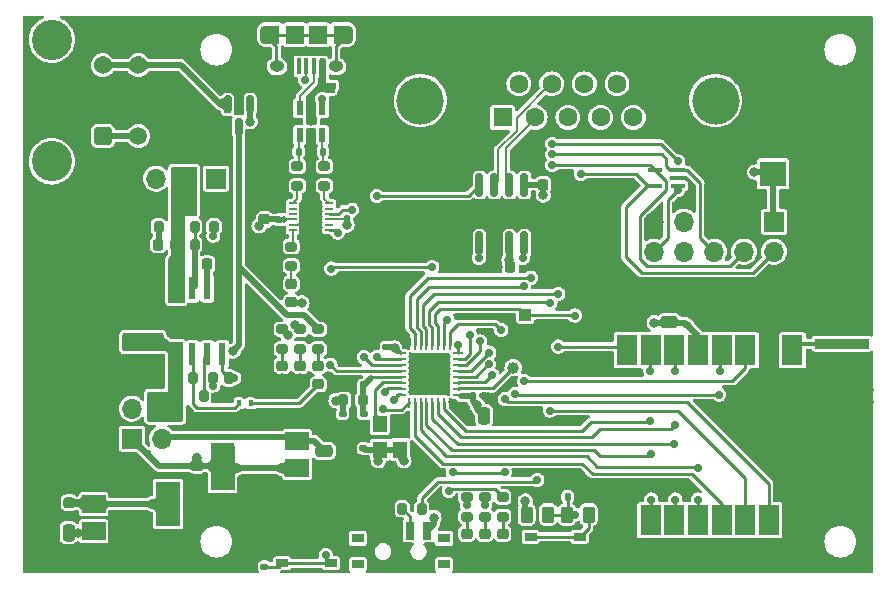
<source format=gbr>
%TF.GenerationSoftware,KiCad,Pcbnew,7.0.6*%
%TF.CreationDate,2023-10-09T12:22:10-06:00*%
%TF.ProjectId,CAN-USB RF Module,43414e2d-5553-4422-9052-46204d6f6475,2.0*%
%TF.SameCoordinates,Original*%
%TF.FileFunction,Copper,L1,Top*%
%TF.FilePolarity,Positive*%
%FSLAX46Y46*%
G04 Gerber Fmt 4.6, Leading zero omitted, Abs format (unit mm)*
G04 Created by KiCad (PCBNEW 7.0.6) date 2023-10-09 12:22:10*
%MOMM*%
%LPD*%
G01*
G04 APERTURE LIST*
G04 Aperture macros list*
%AMRoundRect*
0 Rectangle with rounded corners*
0 $1 Rounding radius*
0 $2 $3 $4 $5 $6 $7 $8 $9 X,Y pos of 4 corners*
0 Add a 4 corners polygon primitive as box body*
4,1,4,$2,$3,$4,$5,$6,$7,$8,$9,$2,$3,0*
0 Add four circle primitives for the rounded corners*
1,1,$1+$1,$2,$3*
1,1,$1+$1,$4,$5*
1,1,$1+$1,$6,$7*
1,1,$1+$1,$8,$9*
0 Add four rect primitives between the rounded corners*
20,1,$1+$1,$2,$3,$4,$5,0*
20,1,$1+$1,$4,$5,$6,$7,0*
20,1,$1+$1,$6,$7,$8,$9,0*
20,1,$1+$1,$8,$9,$2,$3,0*%
G04 Aperture macros list end*
%TA.AperFunction,SMDPad,CuDef*%
%ADD10RoundRect,0.200000X-0.200000X-0.275000X0.200000X-0.275000X0.200000X0.275000X-0.200000X0.275000X0*%
%TD*%
%TA.AperFunction,SMDPad,CuDef*%
%ADD11RoundRect,0.218750X0.256250X-0.218750X0.256250X0.218750X-0.256250X0.218750X-0.256250X-0.218750X0*%
%TD*%
%TA.AperFunction,SMDPad,CuDef*%
%ADD12RoundRect,0.200000X0.275000X-0.200000X0.275000X0.200000X-0.275000X0.200000X-0.275000X-0.200000X0*%
%TD*%
%TA.AperFunction,SMDPad,CuDef*%
%ADD13C,1.000000*%
%TD*%
%TA.AperFunction,SMDPad,CuDef*%
%ADD14R,2.000000X1.500000*%
%TD*%
%TA.AperFunction,SMDPad,CuDef*%
%ADD15R,2.000000X3.800000*%
%TD*%
%TA.AperFunction,SMDPad,CuDef*%
%ADD16RoundRect,0.218750X-0.218750X-0.256250X0.218750X-0.256250X0.218750X0.256250X-0.218750X0.256250X0*%
%TD*%
%TA.AperFunction,SMDPad,CuDef*%
%ADD17R,1.200000X1.400000*%
%TD*%
%TA.AperFunction,SMDPad,CuDef*%
%ADD18RoundRect,0.200000X-0.275000X0.200000X-0.275000X-0.200000X0.275000X-0.200000X0.275000X0.200000X0*%
%TD*%
%TA.AperFunction,SMDPad,CuDef*%
%ADD19RoundRect,0.200000X0.200000X0.275000X-0.200000X0.275000X-0.200000X-0.275000X0.200000X-0.275000X0*%
%TD*%
%TA.AperFunction,SMDPad,CuDef*%
%ADD20RoundRect,0.140000X-0.170000X0.140000X-0.170000X-0.140000X0.170000X-0.140000X0.170000X0.140000X0*%
%TD*%
%TA.AperFunction,SMDPad,CuDef*%
%ADD21RoundRect,0.250000X-0.475000X0.250000X-0.475000X-0.250000X0.475000X-0.250000X0.475000X0.250000X0*%
%TD*%
%TA.AperFunction,SMDPad,CuDef*%
%ADD22R,1.050000X0.650000*%
%TD*%
%TA.AperFunction,SMDPad,CuDef*%
%ADD23RoundRect,0.140000X-0.140000X-0.170000X0.140000X-0.170000X0.140000X0.170000X-0.140000X0.170000X0*%
%TD*%
%TA.AperFunction,SMDPad,CuDef*%
%ADD24RoundRect,0.225000X-0.250000X0.225000X-0.250000X-0.225000X0.250000X-0.225000X0.250000X0.225000X0*%
%TD*%
%TA.AperFunction,SMDPad,CuDef*%
%ADD25RoundRect,0.250000X1.500000X0.550000X-1.500000X0.550000X-1.500000X-0.550000X1.500000X-0.550000X0*%
%TD*%
%TA.AperFunction,SMDPad,CuDef*%
%ADD26RoundRect,0.140000X0.140000X0.170000X-0.140000X0.170000X-0.140000X-0.170000X0.140000X-0.170000X0*%
%TD*%
%TA.AperFunction,SMDPad,CuDef*%
%ADD27RoundRect,0.250000X0.262500X0.450000X-0.262500X0.450000X-0.262500X-0.450000X0.262500X-0.450000X0*%
%TD*%
%TA.AperFunction,SMDPad,CuDef*%
%ADD28RoundRect,0.225000X-0.225000X-0.250000X0.225000X-0.250000X0.225000X0.250000X-0.225000X0.250000X0*%
%TD*%
%TA.AperFunction,ComponentPad*%
%ADD29R,1.700000X1.700000*%
%TD*%
%TA.AperFunction,ComponentPad*%
%ADD30O,1.700000X1.700000*%
%TD*%
%TA.AperFunction,ComponentPad*%
%ADD31C,1.600000*%
%TD*%
%TA.AperFunction,ComponentPad*%
%ADD32R,1.600000X1.600000*%
%TD*%
%TA.AperFunction,ComponentPad*%
%ADD33C,4.000000*%
%TD*%
%TA.AperFunction,SMDPad,CuDef*%
%ADD34R,0.400000X1.350000*%
%TD*%
%TA.AperFunction,ComponentPad*%
%ADD35O,0.890000X1.550000*%
%TD*%
%TA.AperFunction,SMDPad,CuDef*%
%ADD36R,1.200000X1.550000*%
%TD*%
%TA.AperFunction,ComponentPad*%
%ADD37O,1.250000X0.950000*%
%TD*%
%TA.AperFunction,SMDPad,CuDef*%
%ADD38R,1.500000X1.550000*%
%TD*%
%TA.AperFunction,SMDPad,CuDef*%
%ADD39RoundRect,0.225000X0.225000X0.250000X-0.225000X0.250000X-0.225000X-0.250000X0.225000X-0.250000X0*%
%TD*%
%TA.AperFunction,SMDPad,CuDef*%
%ADD40R,2.200000X2.150000*%
%TD*%
%TA.AperFunction,SMDPad,CuDef*%
%ADD41R,1.000000X0.800000*%
%TD*%
%TA.AperFunction,SMDPad,CuDef*%
%ADD42R,0.700000X1.500000*%
%TD*%
%TA.AperFunction,SMDPad,CuDef*%
%ADD43RoundRect,0.250000X0.250000X0.475000X-0.250000X0.475000X-0.250000X-0.475000X0.250000X-0.475000X0*%
%TD*%
%TA.AperFunction,SMDPad,CuDef*%
%ADD44R,4.560000X0.850000*%
%TD*%
%TA.AperFunction,SMDPad,CuDef*%
%ADD45R,4.560000X1.000000*%
%TD*%
%TA.AperFunction,SMDPad,CuDef*%
%ADD46R,1.200000X0.400000*%
%TD*%
%TA.AperFunction,ComponentPad*%
%ADD47RoundRect,0.250001X0.499999X-0.499999X0.499999X0.499999X-0.499999X0.499999X-0.499999X-0.499999X0*%
%TD*%
%TA.AperFunction,ComponentPad*%
%ADD48C,1.500000*%
%TD*%
%TA.AperFunction,ComponentPad*%
%ADD49C,3.410000*%
%TD*%
%TA.AperFunction,SMDPad,CuDef*%
%ADD50RoundRect,0.218750X-0.256250X0.218750X-0.256250X-0.218750X0.256250X-0.218750X0.256250X0.218750X0*%
%TD*%
%TA.AperFunction,SMDPad,CuDef*%
%ADD51R,1.000000X1.000000*%
%TD*%
%TA.AperFunction,SMDPad,CuDef*%
%ADD52RoundRect,0.250000X-0.250000X-0.475000X0.250000X-0.475000X0.250000X0.475000X-0.250000X0.475000X0*%
%TD*%
%TA.AperFunction,SMDPad,CuDef*%
%ADD53R,0.600000X1.200000*%
%TD*%
%TA.AperFunction,SMDPad,CuDef*%
%ADD54RoundRect,0.140000X0.170000X-0.140000X0.170000X0.140000X-0.170000X0.140000X-0.170000X-0.140000X0*%
%TD*%
%TA.AperFunction,SMDPad,CuDef*%
%ADD55R,1.800000X2.600000*%
%TD*%
%TA.AperFunction,SMDPad,CuDef*%
%ADD56RoundRect,0.150000X0.150000X-0.825000X0.150000X0.825000X-0.150000X0.825000X-0.150000X-0.825000X0*%
%TD*%
%TA.AperFunction,SMDPad,CuDef*%
%ADD57R,3.000000X2.290000*%
%TD*%
%TA.AperFunction,SMDPad,CuDef*%
%ADD58RoundRect,0.225000X0.250000X-0.225000X0.250000X0.225000X-0.250000X0.225000X-0.250000X-0.225000X0*%
%TD*%
%TA.AperFunction,SMDPad,CuDef*%
%ADD59R,0.610000X1.910000*%
%TD*%
%TA.AperFunction,SMDPad,CuDef*%
%ADD60R,1.550000X1.205000*%
%TD*%
%TA.AperFunction,SMDPad,CuDef*%
%ADD61RoundRect,0.150000X-0.150000X0.587500X-0.150000X-0.587500X0.150000X-0.587500X0.150000X0.587500X0*%
%TD*%
%TA.AperFunction,SMDPad,CuDef*%
%ADD62R,0.650000X0.250000*%
%TD*%
%TA.AperFunction,SMDPad,CuDef*%
%ADD63R,1.700000X2.500000*%
%TD*%
%TA.AperFunction,SMDPad,CuDef*%
%ADD64RoundRect,0.062500X-0.375000X-0.062500X0.375000X-0.062500X0.375000X0.062500X-0.375000X0.062500X0*%
%TD*%
%TA.AperFunction,SMDPad,CuDef*%
%ADD65RoundRect,0.062500X-0.062500X-0.375000X0.062500X-0.375000X0.062500X0.375000X-0.062500X0.375000X0*%
%TD*%
%TA.AperFunction,SMDPad,CuDef*%
%ADD66R,3.450000X3.450000*%
%TD*%
%TA.AperFunction,SMDPad,CuDef*%
%ADD67R,0.400000X0.510000*%
%TD*%
%TA.AperFunction,ViaPad*%
%ADD68C,0.800000*%
%TD*%
%TA.AperFunction,ViaPad*%
%ADD69C,0.700000*%
%TD*%
%TA.AperFunction,Conductor*%
%ADD70C,0.250000*%
%TD*%
%TA.AperFunction,Conductor*%
%ADD71C,0.500000*%
%TD*%
%TA.AperFunction,Conductor*%
%ADD72C,0.342400*%
%TD*%
%TA.AperFunction,Conductor*%
%ADD73C,0.254000*%
%TD*%
%TA.AperFunction,Conductor*%
%ADD74C,0.200000*%
%TD*%
%TA.AperFunction,Conductor*%
%ADD75C,0.300000*%
%TD*%
%TA.AperFunction,Conductor*%
%ADD76C,0.349300*%
%TD*%
%TA.AperFunction,Conductor*%
%ADD77C,0.293090*%
%TD*%
G04 APERTURE END LIST*
D10*
%TO.P,R9,1*%
%TO.N,/Power Regulator/I_{MON}*%
X113475000Y-103251000D03*
%TO.P,R9,2*%
%TO.N,GND*%
X115125000Y-103251000D03*
%TD*%
D11*
%TO.P,D7,1,K*%
%TO.N,GND*%
X120142000Y-102260500D03*
%TO.P,D7,2,A*%
%TO.N,Net-(D7-A)*%
X120142000Y-100685500D03*
%TD*%
D12*
%TO.P,R15,1*%
%TO.N,Net-(U7-USBDP)*%
X123712000Y-85453000D03*
%TO.P,R15,2*%
%TO.N,Net-(C18-Pad2)*%
X123712000Y-83803000D03*
%TD*%
D13*
%TO.P,TP1,1,1*%
%TO.N,Net-(U2-PA8)*%
X139700000Y-100838000D03*
%TD*%
D14*
%TO.P,U5,1,GND*%
%TO.N,GND*%
X104164600Y-110095000D03*
%TO.P,U5,2,VO*%
%TO.N,+3V3*%
X104164600Y-112395000D03*
D15*
X110464600Y-112395000D03*
D14*
%TO.P,U5,3,VI*%
%TO.N,/Power Regulator/5V*%
X104164600Y-114695000D03*
%TD*%
D10*
%TO.P,R7,1*%
%TO.N,Net-(U3-EN{slash}UVLO)*%
X112713000Y-88900000D03*
%TO.P,R7,2*%
%TO.N,Net-(U3-OVLO)*%
X114363000Y-88900000D03*
%TD*%
D16*
%TO.P,D5,1,K*%
%TO.N,GND*%
X108051500Y-90424000D03*
%TO.P,D5,2,A*%
%TO.N,Net-(D5-A)*%
X109626500Y-90424000D03*
%TD*%
D17*
%TO.P,U1,1,~{ST}*%
%TO.N,+3V3*%
X130136000Y-107780000D03*
%TO.P,U1,2,GND*%
%TO.N,GND*%
X130136000Y-105580000D03*
%TO.P,U1,3,OUT*%
%TO.N,/XCLK*%
X128436000Y-105580000D03*
%TO.P,U1,4,VCC*%
%TO.N,+3V3*%
X128436000Y-107780000D03*
%TD*%
D18*
%TO.P,R12,1*%
%TO.N,+3V3*%
X120142000Y-97600000D03*
%TO.P,R12,2*%
%TO.N,Net-(D7-A)*%
X120142000Y-99250000D03*
%TD*%
D19*
%TO.P,R10,1*%
%TO.N,Net-(R10-Pad1)*%
X114236000Y-101727000D03*
%TO.P,R10,2*%
%TO.N,/Power Regulator/~{FAULT}*%
X112586000Y-101727000D03*
%TD*%
%TO.P,FB1,1*%
%TO.N,+3.3VA*%
X126967500Y-103604000D03*
%TO.P,FB1,2*%
%TO.N,+3V3*%
X125317500Y-103604000D03*
%TD*%
D20*
%TO.P,C1,1*%
%TO.N,GND*%
X118618000Y-116741000D03*
%TO.P,C1,2*%
%TO.N,/NRST*%
X118618000Y-117701000D03*
%TD*%
D21*
%TO.P,C23,1*%
%TO.N,GND*%
X152908000Y-95062000D03*
%TO.P,C23,2*%
%TO.N,+3V3*%
X152908000Y-96962000D03*
%TD*%
D22*
%TO.P,SW3,1,1*%
%TO.N,GND*%
X145331000Y-117320000D03*
X141181000Y-117320000D03*
%TO.P,SW3,2,2*%
%TO.N,Net-(R17-Pad1)*%
X145331000Y-115170000D03*
X141181000Y-115170000D03*
%TD*%
D23*
%TO.P,C19,1*%
%TO.N,GND*%
X120565000Y-82550000D03*
%TO.P,C19,2*%
%TO.N,Net-(C19-Pad2)*%
X121525000Y-82550000D03*
%TD*%
D21*
%TO.P,C14,1*%
%TO.N,/Power Regulator/12V*%
X123698000Y-107889000D03*
%TO.P,C14,2*%
%TO.N,GND*%
X123698000Y-109789000D03*
%TD*%
D24*
%TO.P,C13,1*%
%TO.N,+5V*%
X112903000Y-109156200D03*
%TO.P,C13,2*%
%TO.N,GND*%
X112903000Y-110706200D03*
%TD*%
D25*
%TO.P,C10,1*%
%TO.N,/Power Regulator/FUSE_OUT*%
X108337000Y-98679000D03*
%TO.P,C10,2*%
%TO.N,GND*%
X102737000Y-98679000D03*
%TD*%
D26*
%TO.P,C24,1*%
%TO.N,GND*%
X145260000Y-111760000D03*
%TO.P,C24,2*%
%TO.N,Net-(U2-PB4)*%
X144300000Y-111760000D03*
%TD*%
D18*
%TO.P,R11,1*%
%TO.N,Net-(R10-Pad1)*%
X123190000Y-97600000D03*
%TO.P,R11,2*%
%TO.N,Net-(D6-A)*%
X123190000Y-99250000D03*
%TD*%
%TO.P,R13,1*%
%TO.N,+5V*%
X121666000Y-97600000D03*
%TO.P,R13,2*%
%TO.N,Net-(D8-A)*%
X121666000Y-99250000D03*
%TD*%
D11*
%TO.P,D6,1,K*%
%TO.N,Net-(D6-K)*%
X123190000Y-102260500D03*
%TO.P,D6,2,A*%
%TO.N,Net-(D6-A)*%
X123190000Y-100685500D03*
%TD*%
D27*
%TO.P,R18,1*%
%TO.N,Net-(U2-PB4)*%
X142644500Y-113284000D03*
%TO.P,R18,2*%
%TO.N,+3V3*%
X140819500Y-113284000D03*
%TD*%
D24*
%TO.P,C16,1*%
%TO.N,+5V*%
X118632000Y-88298000D03*
%TO.P,C16,2*%
%TO.N,GND*%
X118632000Y-89848000D03*
%TD*%
D11*
%TO.P,D2,1,K*%
%TO.N,GND*%
X137287000Y-116465750D03*
%TO.P,D2,2,A*%
%TO.N,Net-(D2-A)*%
X137287000Y-114890750D03*
%TD*%
D23*
%TO.P,C15,1*%
%TO.N,+3V3*%
X125631000Y-88265000D03*
%TO.P,C15,2*%
%TO.N,GND*%
X126591000Y-88265000D03*
%TD*%
D11*
%TO.P,D3,1,K*%
%TO.N,GND*%
X138811000Y-116465750D03*
%TO.P,D3,2,A*%
%TO.N,Net-(D3-A)*%
X138811000Y-114890750D03*
%TD*%
D28*
%TO.P,C45,1*%
%TO.N,GND*%
X137909000Y-92329000D03*
%TO.P,C45,2*%
%TO.N,+5V*%
X139459000Y-92329000D03*
%TD*%
D20*
%TO.P,C17,1*%
%TO.N,+5V*%
X119902000Y-88311000D03*
%TO.P,C17,2*%
%TO.N,GND*%
X119902000Y-89271000D03*
%TD*%
%TO.P,C5,1*%
%TO.N,GND*%
X127000000Y-106708000D03*
%TO.P,C5,2*%
%TO.N,+3V3*%
X127000000Y-107668000D03*
%TD*%
D27*
%TO.P,R17,1*%
%TO.N,Net-(R17-Pad1)*%
X146073500Y-113284000D03*
%TO.P,R17,2*%
%TO.N,Net-(U2-PB4)*%
X144248500Y-113284000D03*
%TD*%
D29*
%TO.P,J3,1,Pin_1*%
%TO.N,+5V*%
X107391200Y-106857800D03*
D30*
%TO.P,J3,2,Pin_2*%
%TO.N,/Power Regulator/5V*%
X107391200Y-104317800D03*
%TO.P,J3,3,Pin_3*%
%TO.N,/Power Regulator/12V*%
X109931200Y-106857800D03*
%TO.P,J3,4,Pin_4*%
%TO.N,/Power Regulator/FUSE_OUT*%
X109931200Y-104317800D03*
%TD*%
D31*
%TO.P,J6,9,Pin_9*%
%TO.N,unconnected-(J6-Pin_9-Pad9)*%
X148481000Y-76812000D03*
%TO.P,J6,8,Pin_8*%
%TO.N,unconnected-(J6-Pin_8-Pad8)*%
X145711000Y-76812000D03*
%TO.P,J6,7,Pin_7*%
%TO.N,/CAN Tranciever/CD+*%
X142941000Y-76812000D03*
%TO.P,J6,6,Pin_6*%
%TO.N,unconnected-(J6-Pin_6-Pad6)*%
X140171000Y-76812000D03*
%TO.P,J6,5,Pin_5*%
%TO.N,unconnected-(J6-Pin_5-Pad5)*%
X149866000Y-79652000D03*
%TO.P,J6,4,Pin_4*%
%TO.N,unconnected-(J6-Pin_4-Pad4)*%
X147096000Y-79652000D03*
%TO.P,J6,3,Pin_3*%
%TO.N,unconnected-(J6-Pin_3-Pad3)*%
X144326000Y-79652000D03*
%TO.P,J6,2,Pin_2*%
%TO.N,/CAN Tranciever/CD-*%
X141556000Y-79652000D03*
D32*
%TO.P,J6,1,Pin_1*%
%TO.N,unconnected-(J6-Pin_1-Pad1)*%
X138786000Y-79652000D03*
D33*
%TO.P,J6,0*%
%TO.N,N/C*%
X131826000Y-78232000D03*
X156826000Y-78232000D03*
%TD*%
D34*
%TO.P,J4,1,VBUS*%
%TO.N,VBUS_UP*%
X123490000Y-75344000D03*
%TO.P,J4,2,D-*%
%TO.N,Net-(J4-D-)*%
X122840000Y-75344000D03*
%TO.P,J4,3,D+*%
%TO.N,Net-(J4-D+)*%
X122190000Y-75344000D03*
%TO.P,J4,4,ID*%
%TO.N,unconnected-(J4-ID-Pad4)*%
X121540000Y-75344000D03*
%TO.P,J4,5,GND*%
%TO.N,GND*%
X120890000Y-75344000D03*
D35*
%TO.P,J4,6,Shield*%
%TO.N,unconnected-(J4-Shield-Pad6)*%
X125690000Y-72644000D03*
D36*
X125090000Y-72644000D03*
D37*
X124690000Y-75344000D03*
D38*
X123190000Y-72644000D03*
X121190000Y-72644000D03*
D37*
X119690000Y-75344000D03*
D36*
X119290000Y-72644000D03*
D35*
X118690000Y-72644000D03*
%TD*%
D39*
%TO.P,C46,1*%
%TO.N,GND*%
X143777000Y-85344000D03*
%TO.P,C46,2*%
%TO.N,+3V3*%
X142227000Y-85344000D03*
%TD*%
D40*
%TO.P,D4,1,K*%
%TO.N,+3V3*%
X161680000Y-84423500D03*
%TO.P,D4,2,A*%
%TO.N,GND*%
X157280000Y-84423500D03*
%TD*%
D12*
%TO.P,R16,1*%
%TO.N,Net-(U7-USBDM)*%
X121426000Y-85453000D03*
%TO.P,R16,2*%
%TO.N,Net-(C19-Pad2)*%
X121426000Y-83803000D03*
%TD*%
D41*
%TO.P,SW2,*%
%TO.N,*%
X126525000Y-115298000D03*
X126525000Y-117508000D03*
X133825000Y-115298000D03*
X133825000Y-117508000D03*
D42*
%TO.P,SW2,1,A*%
%TO.N,GND*%
X127925000Y-114648000D03*
%TO.P,SW2,2,B*%
%TO.N,Net-(SW2A-B)*%
X130925000Y-114648000D03*
%TO.P,SW2,3,C*%
%TO.N,+3V3*%
X132425000Y-114648000D03*
%TD*%
D43*
%TO.P,C12,1*%
%TO.N,/Power Regulator/5V*%
X102042000Y-114808000D03*
%TO.P,C12,2*%
%TO.N,GND*%
X100142000Y-114808000D03*
%TD*%
D12*
%TO.P,R2,1*%
%TO.N,Net-(D1-A)*%
X135763000Y-113455250D03*
%TO.P,R2,2*%
%TO.N,Net-(U2-PA10)*%
X135763000Y-111805250D03*
%TD*%
D44*
%TO.P,J5,1,In*%
%TO.N,Net-(J5-In)*%
X167499500Y-98803250D03*
D45*
%TO.P,J5,2,Ext*%
%TO.N,GND*%
X167499500Y-101573250D03*
X167499500Y-96033250D03*
%TD*%
D46*
%TO.P,IC1,1,I/01*%
%TO.N,/NRST*%
X153638000Y-85439500D03*
%TO.P,IC1,2,GND*%
%TO.N,GND*%
X153638000Y-84789500D03*
%TO.P,IC1,3,I/02*%
%TO.N,/DEBUG_SWO*%
X153638000Y-84139500D03*
%TO.P,IC1,4,I/03*%
%TO.N,/DEBUG_SWCLK*%
X151738000Y-84139500D03*
%TO.P,IC1,5,I/04*%
%TO.N,/DEBUG_SWDIO*%
X151738000Y-85439500D03*
%TD*%
D47*
%TO.P,J2,1,Pin_1*%
%TO.N,+12V*%
X104947000Y-81232000D03*
D48*
%TO.P,J2,2,Pin_2*%
%TO.N,GND*%
X104947000Y-78232000D03*
%TO.P,J2,3,Pin_3*%
%TO.N,/Power Regulator/5V_UP*%
X104947000Y-75232000D03*
%TO.P,J2,4,Pin_4*%
%TO.N,+12V*%
X107947000Y-81232000D03*
%TO.P,J2,5,Pin_5*%
%TO.N,GND*%
X107947000Y-78232000D03*
%TO.P,J2,6,Pin_6*%
%TO.N,/Power Regulator/5V_UP*%
X107947000Y-75232000D03*
D49*
%TO.P,J2,MP*%
%TO.N,N/C*%
X100627000Y-83382000D03*
X100627000Y-73082000D03*
%TD*%
D50*
%TO.P,D9,1,K*%
%TO.N,Net-(D9-K)*%
X120918000Y-93746500D03*
%TO.P,D9,2,A*%
%TO.N,+3V3*%
X120918000Y-95321500D03*
%TD*%
D10*
%TO.P,R8,1*%
%TO.N,Net-(U3-OVLO)*%
X115634000Y-101727000D03*
%TO.P,R8,2*%
%TO.N,GND*%
X117284000Y-101727000D03*
%TD*%
D12*
%TO.P,R4,1*%
%TO.N,Net-(D3-A)*%
X138811000Y-113455250D03*
%TO.P,R4,2*%
%TO.N,Net-(U2-PA1)*%
X138811000Y-111805250D03*
%TD*%
D14*
%TO.P,U6,1,GND*%
%TO.N,GND*%
X121387000Y-111647000D03*
%TO.P,U6,2,VO*%
%TO.N,+5V*%
X121387000Y-109347000D03*
D15*
X115087000Y-109347000D03*
D14*
%TO.P,U6,3,VI*%
%TO.N,/Power Regulator/12V*%
X121387000Y-107047000D03*
%TD*%
D51*
%TO.P,TP2,1,1*%
%TO.N,Net-(U2-PB4)*%
X140716000Y-96393000D03*
%TD*%
D11*
%TO.P,D1,1,K*%
%TO.N,GND*%
X135763000Y-116465750D03*
%TO.P,D1,2,A*%
%TO.N,Net-(D1-A)*%
X135763000Y-114890750D03*
%TD*%
D19*
%TO.P,R5,1*%
%TO.N,/Power Regulator/FUSE_IN*%
X111315000Y-88900000D03*
%TO.P,R5,2*%
%TO.N,Net-(D5-A)*%
X109665000Y-88900000D03*
%TD*%
D52*
%TO.P,C2,1*%
%TO.N,+3V3*%
X137226000Y-104902000D03*
%TO.P,C2,2*%
%TO.N,GND*%
X139126000Y-104902000D03*
%TD*%
D53*
%TO.P,D10,1*%
%TO.N,Net-(C19-Pad2)*%
X121619000Y-81160000D03*
%TO.P,D10,2*%
%TO.N,GND*%
X122569000Y-81160000D03*
%TO.P,D10,3*%
%TO.N,Net-(C18-Pad2)*%
X123519000Y-81160000D03*
%TO.P,D10,4*%
%TO.N,Net-(J4-D+)*%
X123519000Y-78860000D03*
%TO.P,D10,5*%
%TO.N,VBUS_UP*%
X122569000Y-78860000D03*
%TO.P,D10,6*%
%TO.N,Net-(J4-D-)*%
X121619000Y-78860000D03*
%TD*%
D12*
%TO.P,R3,1*%
%TO.N,Net-(D2-A)*%
X137287000Y-113455250D03*
%TO.P,R3,2*%
%TO.N,Net-(U2-PA9)*%
X137287000Y-111805250D03*
%TD*%
D29*
%TO.P,J1,1,Pin_1*%
%TO.N,+3V3*%
X161766000Y-88487500D03*
D30*
%TO.P,J1,2,Pin_2*%
%TO.N,/DEBUG_SWDIO*%
X161766000Y-91027500D03*
%TO.P,J1,3,Pin_3*%
%TO.N,GND*%
X159226000Y-88487500D03*
%TO.P,J1,4,Pin_4*%
%TO.N,/DEBUG_SWCLK*%
X159226000Y-91027500D03*
%TO.P,J1,5,Pin_5*%
%TO.N,GND*%
X156686000Y-88487500D03*
%TO.P,J1,6,Pin_6*%
%TO.N,/DEBUG_SWO*%
X156686000Y-91027500D03*
%TO.P,J1,7,Pin_7*%
%TO.N,unconnected-(J1-Pin_7-Pad7)*%
X154146000Y-88487500D03*
%TO.P,J1,8,Pin_8*%
%TO.N,unconnected-(J1-Pin_8-Pad8)*%
X154146000Y-91027500D03*
%TO.P,J1,9,Pin_9*%
%TO.N,GND*%
X151606000Y-88487500D03*
%TO.P,J1,10,Pin_10*%
%TO.N,/NRST*%
X151606000Y-91027500D03*
%TD*%
D54*
%TO.P,C3,1*%
%TO.N,+3V3*%
X128936500Y-99131000D03*
%TO.P,C3,2*%
%TO.N,GND*%
X128936500Y-98171000D03*
%TD*%
D28*
%TO.P,C21,1*%
%TO.N,Net-(U3-dV{slash}dT)*%
X113779000Y-92075000D03*
%TO.P,C21,2*%
%TO.N,GND*%
X115329000Y-92075000D03*
%TD*%
D20*
%TO.P,C8,1*%
%TO.N,+3V3*%
X125253500Y-104775000D03*
%TO.P,C8,2*%
%TO.N,GND*%
X125253500Y-105735000D03*
%TD*%
D29*
%TO.P,JP1,1,A*%
%TO.N,VBUS_UP*%
X114539000Y-84836000D03*
D30*
%TO.P,JP1,2,C*%
%TO.N,/Power Regulator/FUSE_IN*%
X111999000Y-84836000D03*
%TO.P,JP1,3,B*%
%TO.N,+12V*%
X109459000Y-84836000D03*
%TD*%
D55*
%TO.P,MOD1,16,DIO2*%
%TO.N,/DIO2*%
X149337000Y-99353000D03*
%TO.P,MOD1,15,DIO1*%
%TO.N,/DIO1*%
X151337000Y-99353000D03*
%TO.P,MOD1,14,DIO0*%
%TO.N,/DIO0*%
X153337000Y-99353000D03*
%TO.P,MOD1,13,3.3V*%
%TO.N,+3V3*%
X155337000Y-99353000D03*
%TO.P,MOD1,12,DIO4*%
%TO.N,/DIO4*%
X157337000Y-99353000D03*
%TO.P,MOD1,11,DIO3*%
%TO.N,/DIO3*%
X159337000Y-99353000D03*
%TO.P,MOD1,10,GND*%
%TO.N,GND*%
X161337000Y-99353000D03*
%TO.P,MOD1,9,ANT*%
%TO.N,Net-(J5-In)*%
X163337000Y-99353000D03*
%TO.P,MOD1,8,GND*%
%TO.N,GND*%
X163337000Y-113753000D03*
%TO.P,MOD1,7,DIO5*%
%TO.N,/DIO5*%
X161337000Y-113753000D03*
%TO.P,MOD1,6,RESET*%
%TO.N,/SX_RESET*%
X159337000Y-113753000D03*
%TO.P,MOD1,5,NSS*%
%TO.N,/SPI1_NSS*%
X157337000Y-113753000D03*
%TO.P,MOD1,4,SCK*%
%TO.N,/SPI1_SCK*%
X155337000Y-113753000D03*
%TO.P,MOD1,3,MOSI*%
%TO.N,/SPI1_MOSI*%
X153337000Y-113753000D03*
%TO.P,MOD1,2,MISO*%
%TO.N,/SPI1_MISO*%
X151337000Y-113753000D03*
%TO.P,MOD1,1,GND*%
%TO.N,GND*%
X149337000Y-113753000D03*
%TD*%
D56*
%TO.P,U10,1,TXD*%
%TO.N,/CAN_TX*%
X136835000Y-90333000D03*
%TO.P,U10,2,VSS*%
%TO.N,GND*%
X138105000Y-90333000D03*
%TO.P,U10,3,VDD*%
%TO.N,+5V*%
X139375000Y-90333000D03*
%TO.P,U10,4,RXD*%
%TO.N,/CAN_RX*%
X140645000Y-90333000D03*
%TO.P,U10,5,VIO*%
%TO.N,+3V3*%
X140645000Y-85383000D03*
%TO.P,U10,6,CANL*%
%TO.N,/CAN Tranciever/CD-*%
X139375000Y-85383000D03*
%TO.P,U10,7,CANH*%
%TO.N,/CAN Tranciever/CD+*%
X138105000Y-85383000D03*
%TO.P,U10,8,STBY*%
%TO.N,/CAN_STBY*%
X136835000Y-85383000D03*
D57*
%TO.P,U10,9,VSS*%
%TO.N,GND*%
X138740000Y-87858000D03*
%TD*%
D26*
%TO.P,C20,1*%
%TO.N,GND*%
X125293000Y-77089000D03*
%TO.P,C20,2*%
%TO.N,VBUS_UP*%
X124333000Y-77089000D03*
%TD*%
D58*
%TO.P,C11,1*%
%TO.N,+3V3*%
X102108000Y-112281000D03*
%TO.P,C11,2*%
%TO.N,GND*%
X102108000Y-110731000D03*
%TD*%
D22*
%TO.P,SW1,1,1*%
%TO.N,GND*%
X120127202Y-115257000D03*
X124277202Y-115257000D03*
%TO.P,SW1,2,2*%
%TO.N,/NRST*%
X120127202Y-117407000D03*
X124277202Y-117407000D03*
%TD*%
D20*
%TO.P,C7,1*%
%TO.N,+3.3VA*%
X127031500Y-104775000D03*
%TO.P,C7,2*%
%TO.N,GND*%
X127031500Y-105735000D03*
%TD*%
D54*
%TO.P,C22,1*%
%TO.N,+3V3*%
X154432000Y-97254000D03*
%TO.P,C22,2*%
%TO.N,GND*%
X154432000Y-96294000D03*
%TD*%
D59*
%TO.P,U3,1,GND*%
%TO.N,GND*%
X115062000Y-94135000D03*
%TO.P,U3,2,dV/dT*%
%TO.N,Net-(U3-dV{slash}dT)*%
X113792000Y-94135000D03*
%TO.P,U3,3,EN/UVLO*%
%TO.N,Net-(U3-EN{slash}UVLO)*%
X112522000Y-94135000D03*
%TO.P,U3,4,IN*%
%TO.N,/Power Regulator/FUSE_IN*%
X111252000Y-94135000D03*
%TO.P,U3,5,OUT*%
%TO.N,/Power Regulator/FUSE_OUT*%
X111252000Y-99695000D03*
%TO.P,U3,6,~{FAULT}*%
%TO.N,/Power Regulator/~{FAULT}*%
X112522000Y-99695000D03*
%TO.P,U3,7,ILM*%
%TO.N,/Power Regulator/I_{MON}*%
X113792000Y-99695000D03*
%TO.P,U3,8,OVLO*%
%TO.N,Net-(U3-OVLO)*%
X115062000Y-99695000D03*
D60*
%TO.P,U3,9,PAD*%
%TO.N,GND*%
X113932000Y-96312500D03*
X112382000Y-96312500D03*
X113932000Y-97517500D03*
X112382000Y-97517500D03*
%TD*%
D61*
%TO.P,U4,1*%
%TO.N,VBUS_UP*%
X117409000Y-78564500D03*
%TO.P,U4,2*%
%TO.N,/Power Regulator/5V_UP*%
X115509000Y-78564500D03*
%TO.P,U4,3*%
%TO.N,Net-(R10-Pad1)*%
X116459000Y-80439500D03*
%TD*%
D26*
%TO.P,C6,1*%
%TO.N,+3.3VA*%
X127003500Y-102334000D03*
%TO.P,C6,2*%
%TO.N,GND*%
X126043500Y-102334000D03*
%TD*%
D39*
%TO.P,C9,1*%
%TO.N,/Power Regulator/FUSE_IN*%
X111278000Y-92075000D03*
%TO.P,C9,2*%
%TO.N,GND*%
X109728000Y-92075000D03*
%TD*%
D26*
%TO.P,C18,1*%
%TO.N,GND*%
X124547000Y-82550000D03*
%TO.P,C18,2*%
%TO.N,Net-(C18-Pad2)*%
X123587000Y-82550000D03*
%TD*%
D10*
%TO.P,R1,1*%
%TO.N,Net-(SW2A-B)*%
X130302000Y-112776000D03*
%TO.P,R1,2*%
%TO.N,/BOOT0*%
X131952000Y-112776000D03*
%TD*%
D62*
%TO.P,U7,1,USBDM*%
%TO.N,Net-(U7-USBDM)*%
X121019000Y-86932000D03*
%TO.P,U7,2,RESET#*%
%TO.N,/USB Interface/RESET*%
X121019000Y-87382000D03*
%TO.P,U7,3,3.3VOUT*%
%TO.N,unconnected-(U7-3.3VOUT-Pad3)*%
X121019000Y-87832000D03*
%TO.P,U7,4,VCC*%
%TO.N,+5V*%
X121019000Y-88282000D03*
%TO.P,U7,5,GND*%
%TO.N,GND*%
X121019000Y-88732000D03*
%TO.P,U7,6,CBUS0*%
%TO.N,Net-(U7-CBUS0)*%
X121019000Y-89182000D03*
%TO.P,U7,7,TXD*%
%TO.N,/UART2_USB_RX*%
X124119000Y-89182000D03*
%TO.P,U7,8,RTS#*%
%TO.N,/USB Interface/RTS*%
X124119000Y-88732000D03*
%TO.P,U7,9,VCCIO*%
%TO.N,+3V3*%
X124119000Y-88282000D03*
%TO.P,U7,10,RXD*%
%TO.N,/UART2_USB_TX*%
X124119000Y-87832000D03*
%TO.P,U7,11,CTS#*%
%TO.N,/USB Interface/CTS*%
X124119000Y-87382000D03*
%TO.P,U7,12,USBDP*%
%TO.N,Net-(U7-USBDP)*%
X124119000Y-86932000D03*
D63*
%TO.P,U7,13,GND*%
%TO.N,GND*%
X122569000Y-88057000D03*
%TD*%
D64*
%TO.P,U2,1,VDD*%
%TO.N,+3V3*%
X130157500Y-99624000D03*
%TO.P,U2,2,PC14*%
%TO.N,/DIO5*%
X130157500Y-100124000D03*
%TO.P,U2,3,PC15*%
%TO.N,/CAN_STBY*%
X130157500Y-100624000D03*
%TO.P,U2,4,NRST*%
%TO.N,/NRST*%
X130157500Y-101124000D03*
%TO.P,U2,5,VDDA*%
%TO.N,+3.3VA*%
X130157500Y-101624000D03*
%TO.P,U2,6,PA0*%
%TO.N,/XCLK*%
X130157500Y-102124000D03*
%TO.P,U2,7,PA1*%
%TO.N,Net-(U2-PA1)*%
X130157500Y-102624000D03*
%TO.P,U2,8,PA2*%
%TO.N,/UART2_USB_TX*%
X130157500Y-103124000D03*
D65*
%TO.P,U2,9,PA3*%
%TO.N,/UART2_USB_RX*%
X130845000Y-103811500D03*
%TO.P,U2,10,PA4*%
%TO.N,/SPI1_NSS*%
X131345000Y-103811500D03*
%TO.P,U2,11,PA5*%
%TO.N,/SPI1_SCK*%
X131845000Y-103811500D03*
%TO.P,U2,12,PA6*%
%TO.N,/SPI1_MISO*%
X132345000Y-103811500D03*
%TO.P,U2,13,PA7*%
%TO.N,/SPI1_MOSI*%
X132845000Y-103811500D03*
%TO.P,U2,14,PB0*%
%TO.N,/DIO0*%
X133345000Y-103811500D03*
%TO.P,U2,15,PB1*%
%TO.N,/DIO1*%
X133845000Y-103811500D03*
%TO.P,U2,16,VSS*%
%TO.N,GND*%
X134345000Y-103811500D03*
D64*
%TO.P,U2,17,VDD*%
%TO.N,+3V3*%
X135032500Y-103124000D03*
%TO.P,U2,18,PA8*%
%TO.N,Net-(U2-PA8)*%
X135032500Y-102624000D03*
%TO.P,U2,19,PA9*%
%TO.N,Net-(U2-PA9)*%
X135032500Y-102124000D03*
%TO.P,U2,20,PA10*%
%TO.N,Net-(U2-PA10)*%
X135032500Y-101624000D03*
%TO.P,U2,21,PA11*%
%TO.N,/CAN_RX*%
X135032500Y-101124000D03*
%TO.P,U2,22,PA12*%
%TO.N,/CAN_TX*%
X135032500Y-100624000D03*
%TO.P,U2,23,PA13*%
%TO.N,/DEBUG_SWDIO*%
X135032500Y-100124000D03*
%TO.P,U2,24,PA14*%
%TO.N,/DEBUG_SWCLK*%
X135032500Y-99624000D03*
D65*
%TO.P,U2,25,PA15*%
%TO.N,/DIO4*%
X134345000Y-98936500D03*
%TO.P,U2,26,PB3*%
%TO.N,/DEBUG_SWO*%
X133845000Y-98936500D03*
%TO.P,U2,27,PB4*%
%TO.N,Net-(U2-PB4)*%
X133345000Y-98936500D03*
%TO.P,U2,28,PB5*%
%TO.N,/SX_RESET*%
X132845000Y-98936500D03*
%TO.P,U2,29,PB6*%
%TO.N,/DIO2*%
X132345000Y-98936500D03*
%TO.P,U2,30,PB7*%
%TO.N,/DIO3*%
X131845000Y-98936500D03*
%TO.P,U2,31,PH3*%
%TO.N,/BOOT0*%
X131345000Y-98936500D03*
%TO.P,U2,32,VSS*%
%TO.N,GND*%
X130845000Y-98936500D03*
D66*
%TO.P,U2,33,VSS*%
X132595000Y-101374000D03*
%TD*%
D18*
%TO.P,R14,1*%
%TO.N,Net-(U7-CBUS0)*%
X120918000Y-90598000D03*
%TO.P,R14,2*%
%TO.N,Net-(D9-K)*%
X120918000Y-92248000D03*
%TD*%
D67*
%TO.P,Q1,1,D*%
%TO.N,Net-(D6-K)*%
X117467000Y-103876000D03*
%TO.P,Q1,2,G*%
%TO.N,/Power Regulator/~{FAULT}*%
X116467000Y-103876000D03*
%TO.P,Q1,3,S*%
%TO.N,GND*%
X116967000Y-105166000D03*
%TD*%
D23*
%TO.P,C4,1*%
%TO.N,+3V3*%
X136299000Y-103251000D03*
%TO.P,C4,2*%
%TO.N,GND*%
X137259000Y-103251000D03*
%TD*%
D11*
%TO.P,D8,1,K*%
%TO.N,GND*%
X121666000Y-102260500D03*
%TO.P,D8,2,A*%
%TO.N,Net-(D8-A)*%
X121666000Y-100685500D03*
%TD*%
D19*
%TO.P,R6,1*%
%TO.N,Net-(U3-EN{slash}UVLO)*%
X112712000Y-90424000D03*
%TO.P,R6,2*%
%TO.N,/Power Regulator/FUSE_IN*%
X111062000Y-90424000D03*
%TD*%
D68*
%TO.N,GND*%
X169672000Y-94361000D03*
X169037000Y-93726000D03*
X167640000Y-93726000D03*
X166370000Y-93726000D03*
X165227000Y-93853000D03*
X164084000Y-94107000D03*
X163322000Y-94996000D03*
X163322000Y-96139000D03*
X162179000Y-96266000D03*
X161036000Y-96520000D03*
X169799000Y-103759000D03*
X168529000Y-103886000D03*
X167005000Y-103759000D03*
X165481000Y-103759000D03*
X164211000Y-103251000D03*
X163576000Y-102362000D03*
X163322000Y-101346000D03*
X162433000Y-101346000D03*
X163322000Y-97282000D03*
X162433000Y-97282000D03*
X154940000Y-96266000D03*
X151892000Y-95123000D03*
X168910000Y-94869000D03*
X168021000Y-94869000D03*
X167132000Y-94869000D03*
X166243000Y-94869000D03*
X165354000Y-94869000D03*
X164465000Y-95250000D03*
X164465000Y-96139000D03*
X164465000Y-97155000D03*
X164592000Y-101981000D03*
X169799000Y-102743000D03*
X168910000Y-102743000D03*
X168021000Y-102743000D03*
X167132000Y-102743000D03*
X166243000Y-102743000D03*
X165354000Y-102743000D03*
X169672000Y-99949000D03*
X168910000Y-99949000D03*
X168148000Y-99949000D03*
X167132000Y-99949000D03*
X166243000Y-99949000D03*
X165354000Y-99949000D03*
X169672000Y-97663000D03*
X168910000Y-97663000D03*
X168021000Y-97663000D03*
X167386000Y-97663000D03*
X166370000Y-97663000D03*
X165354000Y-97663000D03*
X154305000Y-86614000D03*
D69*
X169162000Y-111416517D03*
X169162000Y-80936517D03*
X166622000Y-106336517D03*
X166622000Y-88556517D03*
X166622000Y-75856517D03*
X164082000Y-101256517D03*
X164082000Y-83476517D03*
X161542000Y-108876517D03*
X161542000Y-78396517D03*
X159002000Y-116496517D03*
X159002000Y-103796517D03*
X159002000Y-96176517D03*
X159002000Y-73316517D03*
X156462000Y-80936517D03*
X153922000Y-93636517D03*
X153922000Y-75856517D03*
X151382000Y-116496517D03*
X148842000Y-80936517D03*
X148842000Y-73316517D03*
X146302000Y-93636517D03*
X143762000Y-116496517D03*
X143762000Y-88556517D03*
X141222000Y-73316517D03*
X136142000Y-75856517D03*
X133602000Y-116496517D03*
X133602000Y-83476517D03*
X131062000Y-111416517D03*
X131062000Y-91096517D03*
X131062000Y-73316517D03*
X128522000Y-80936517D03*
X125982000Y-116496517D03*
X125982000Y-108876517D03*
X125982000Y-75856517D03*
X118362000Y-98716517D03*
X118362000Y-91096517D03*
X118362000Y-83476517D03*
X115822000Y-113956517D03*
X115822000Y-75856517D03*
X110742000Y-116496517D03*
X110742000Y-78396517D03*
X105662000Y-96176517D03*
X105662000Y-88556517D03*
X105662000Y-73316517D03*
X103122000Y-116496517D03*
X103122000Y-80936517D03*
X100582000Y-108876517D03*
X100582000Y-101256517D03*
X100582000Y-93636517D03*
X100582000Y-86016517D03*
X100582000Y-75856517D03*
%TO.N,/DEBUG_SWDIO*%
X136017000Y-98044000D03*
D68*
%TO.N,GND*%
X139827000Y-104902000D03*
X124841000Y-102362000D03*
X122503000Y-82042000D03*
X108839000Y-92075000D03*
X103632000Y-109982000D03*
X161290000Y-97663000D03*
X147320000Y-95885000D03*
X147193000Y-116586000D03*
X157842877Y-83447000D03*
X101346000Y-110744000D03*
X159099000Y-87217500D03*
X157480000Y-95631000D03*
X124931500Y-82550000D03*
X140335000Y-117348000D03*
X121666000Y-101722500D03*
D69*
X134585899Y-103834135D03*
D68*
X138811000Y-117094000D03*
X100203000Y-115824000D03*
X149352000Y-94107000D03*
X138409500Y-92329000D03*
X120142000Y-101722500D03*
X138684000Y-88519000D03*
X104340000Y-86995000D03*
X100711000Y-98679000D03*
X117856000Y-101727000D03*
X159258000Y-107061000D03*
X146050000Y-117348000D03*
X129032000Y-97663000D03*
X137522548Y-103320500D03*
X122174000Y-115257000D03*
X131476500Y-100175000D03*
X131476500Y-102588000D03*
X130048000Y-93853000D03*
X104648000Y-110236000D03*
X129413000Y-90805000D03*
X162306000Y-104775000D03*
X167386000Y-107823000D03*
X151155500Y-89503500D03*
X144309500Y-85433500D03*
X129921000Y-96012000D03*
X103787500Y-78232000D03*
X127089500Y-88265000D03*
X132520500Y-101445000D03*
X115570000Y-103251000D03*
X125222000Y-77597000D03*
X120486500Y-83104000D03*
X145923000Y-111760000D03*
X137795000Y-87249000D03*
X121793000Y-111887000D03*
X116967443Y-104650295D03*
X113919000Y-96393000D03*
X108966000Y-78232000D03*
X105537000Y-93345000D03*
X131496500Y-101420500D03*
X133635500Y-102588000D03*
X128270000Y-114681000D03*
X135763000Y-117094000D03*
X132492500Y-102588000D03*
X127000000Y-106172000D03*
X112506942Y-110192661D03*
X156559000Y-87344500D03*
X149352000Y-115570000D03*
X120904000Y-111379000D03*
X127127000Y-95758000D03*
X163322000Y-112014000D03*
X122569000Y-88057000D03*
X101346000Y-105156000D03*
X122569000Y-88950800D03*
X130302000Y-83947000D03*
X137287000Y-117094000D03*
X156559000Y-83407500D03*
X156559000Y-85185500D03*
X163322000Y-115443000D03*
D69*
X130556000Y-98044000D03*
D68*
X133635500Y-100175000D03*
X125222000Y-106172000D03*
X124690175Y-109640500D03*
X104775000Y-98679000D03*
X112395000Y-97536000D03*
X145796000Y-89789000D03*
X145796000Y-99822000D03*
X157829000Y-85185500D03*
X139700000Y-87249000D03*
X149352000Y-112014000D03*
X132492500Y-100175000D03*
X122580400Y-87172800D03*
X113919000Y-97536000D03*
X112395000Y-96393000D03*
X133655500Y-101420500D03*
X100203000Y-113792000D03*
X117983000Y-116731298D03*
X161417000Y-101092000D03*
D69*
%TO.N,/NRST*%
X143002000Y-81893994D03*
X132842000Y-92329000D03*
X124214500Y-100584000D03*
X124293500Y-92456000D03*
X153670000Y-83389998D03*
X123825000Y-116713000D03*
X153638000Y-85820500D03*
D68*
%TO.N,+3V3*%
X142240000Y-86233000D03*
X109093000Y-112395000D03*
X132969000Y-113538000D03*
X120618000Y-98076000D03*
X160115000Y-84296500D03*
X125603000Y-88773000D03*
X121793000Y-95377000D03*
X130429000Y-108712000D03*
X128270000Y-108712000D03*
X129650616Y-99170616D03*
X124690175Y-103632000D03*
X140716000Y-112141000D03*
X151638000Y-97028000D03*
X136653583Y-104013000D03*
%TO.N,+5V*%
X121412000Y-109347000D03*
X118187094Y-88821868D03*
X139336852Y-91698852D03*
X116332000Y-109347000D03*
X120015000Y-109347000D03*
X121194017Y-97211729D03*
X112903000Y-108458000D03*
D69*
%TO.N,/BOOT0*%
X141192965Y-93225918D03*
X141732000Y-110363000D03*
%TO.N,/CAN_STBY*%
X128143000Y-86308000D03*
X127039000Y-99949000D03*
%TO.N,/UART2_USB_TX*%
X129558500Y-103544500D03*
X126064219Y-87470954D03*
%TO.N,/UART2_USB_RX*%
X124841000Y-89408000D03*
X128690500Y-104330498D03*
%TO.N,/SPI1_SCK*%
X155321000Y-109347000D03*
X155321000Y-112014000D03*
%TO.N,/SPI1_MISO*%
X151384000Y-112014000D03*
X151384000Y-108164500D03*
%TO.N,/SPI1_MOSI*%
X153416000Y-112014000D03*
X153289000Y-107315000D03*
%TO.N,/DIO0*%
X153416000Y-101092000D03*
X153416000Y-105664000D03*
%TO.N,/DIO1*%
X151257000Y-105322500D03*
X151257000Y-101092000D03*
%TO.N,/CAN_RX*%
X137668000Y-99568000D03*
X140500700Y-91559602D03*
%TO.N,/CAN_TX*%
X136906000Y-98627500D03*
X136779000Y-91567000D03*
%TO.N,/SX_RESET*%
X142835500Y-95377000D03*
X142792465Y-104473500D03*
%TO.N,/DIO2*%
X143510000Y-94615000D03*
X143510000Y-99060000D03*
%TO.N,/DIO3*%
X140629000Y-101981000D03*
X140589000Y-93892500D03*
%TO.N,/DEBUG_SWO*%
X134112000Y-96774000D03*
X143002000Y-82793497D03*
%TO.N,/DEBUG_SWCLK*%
X143002000Y-83693000D03*
X135019500Y-98933000D03*
%TO.N,/DEBUG_SWDIO*%
X145415000Y-84455000D03*
D68*
%TO.N,/Power Regulator/5V*%
X102870000Y-114808000D03*
%TO.N,VBUS_UP*%
X122569000Y-79960000D03*
X117409000Y-80010000D03*
D69*
%TO.N,Net-(U2-PA10)*%
X135763000Y-112505750D03*
X137636109Y-100553780D03*
%TO.N,Net-(U2-PA9)*%
X137922000Y-101473000D03*
X137287000Y-112477750D03*
%TO.N,Net-(U2-PA1)*%
X128816444Y-102896444D03*
X134239000Y-111289500D03*
%TO.N,Net-(U3-OVLO)*%
X116078000Y-101727000D03*
X114300000Y-89662000D03*
D68*
%TO.N,Net-(R10-Pad1)*%
X115966502Y-99441000D03*
D69*
X114300000Y-102362000D03*
%TO.N,/DIO4*%
X157138500Y-103124000D03*
X157226000Y-101092000D03*
X138684000Y-97663000D03*
X139827000Y-103084500D03*
%TO.N,/DIO5*%
X128142500Y-99921875D03*
X138977500Y-109690500D03*
X138977500Y-103505000D03*
X134569200Y-109690500D03*
%TO.N,Net-(J4-D+)*%
X123519000Y-78105000D03*
X122090500Y-76472687D03*
%TO.N,Net-(U2-PB4)*%
X144961500Y-113284000D03*
X144907000Y-96432500D03*
%TD*%
D70*
%TO.N,/DEBUG_SWO*%
X134112000Y-96774000D02*
X133845000Y-97041000D01*
X133845000Y-97041000D02*
X133845000Y-98936500D01*
%TO.N,/SX_RESET*%
X132530000Y-97154217D02*
X132845000Y-97469217D01*
X133350000Y-95250000D02*
X132530000Y-96070000D01*
X132845000Y-97469217D02*
X132845000Y-98936500D01*
X142708500Y-95250000D02*
X133350000Y-95250000D01*
X132530000Y-96070000D02*
X132530000Y-97154217D01*
X142835500Y-95377000D02*
X142708500Y-95250000D01*
D71*
%TO.N,GND*%
X164999750Y-101573250D02*
X164592000Y-101981000D01*
X167499500Y-101573250D02*
X164999750Y-101573250D01*
X167499500Y-102221500D02*
X168021000Y-102743000D01*
X167499500Y-101573250D02*
X167499500Y-102221500D01*
X167499500Y-95236500D02*
X167132000Y-94869000D01*
X167499500Y-96033250D02*
X167499500Y-95236500D01*
X167499500Y-96033250D02*
X164570750Y-96033250D01*
X164570750Y-96033250D02*
X164465000Y-96139000D01*
X154912000Y-96294000D02*
X154940000Y-96266000D01*
X154432000Y-96294000D02*
X154912000Y-96294000D01*
X151953000Y-95062000D02*
X151892000Y-95123000D01*
X152908000Y-95062000D02*
X151953000Y-95062000D01*
%TO.N,+3V3*%
X152974000Y-97028000D02*
X152908000Y-96962000D01*
X154206000Y-97028000D02*
X152974000Y-97028000D01*
X154432000Y-97254000D02*
X154206000Y-97028000D01*
X151638000Y-97028000D02*
X152842000Y-97028000D01*
X152842000Y-97028000D02*
X152908000Y-96962000D01*
%TO.N,GND*%
X163322000Y-113738000D02*
X163337000Y-113753000D01*
X163322000Y-112014000D02*
X163322000Y-113738000D01*
X163322000Y-113768000D02*
X163337000Y-113753000D01*
X163322000Y-115443000D02*
X163322000Y-113768000D01*
X149352000Y-113768000D02*
X149337000Y-113753000D01*
X149352000Y-115570000D02*
X149352000Y-113768000D01*
X149352000Y-113738000D02*
X149337000Y-113753000D01*
X149352000Y-112014000D02*
X149352000Y-113738000D01*
X161417000Y-99433000D02*
X161337000Y-99353000D01*
X161417000Y-101092000D02*
X161417000Y-99433000D01*
X161290000Y-99306000D02*
X161337000Y-99353000D01*
X161290000Y-97663000D02*
X161290000Y-99306000D01*
D72*
%TO.N,Net-(J5-In)*%
X163886750Y-98803250D02*
X163337000Y-99353000D01*
X167499500Y-98803250D02*
X163886750Y-98803250D01*
D71*
%TO.N,Net-(D5-A)*%
X109665000Y-90385500D02*
X109626500Y-90424000D01*
X109665000Y-88900000D02*
X109665000Y-90385500D01*
%TO.N,/Power Regulator/FUSE_IN*%
X111315000Y-88900000D02*
X110998000Y-88900000D01*
X110998000Y-88900000D02*
X110998000Y-90360000D01*
X110998000Y-85837000D02*
X110998000Y-88900000D01*
D70*
%TO.N,/UART2_USB_TX*%
X130007000Y-103096000D02*
X130157500Y-103096000D01*
X129558500Y-103544500D02*
X130007000Y-103096000D01*
%TO.N,/UART2_USB_RX*%
X128754002Y-104394000D02*
X130234500Y-104394000D01*
X130234500Y-104394000D02*
X130845000Y-103783500D01*
X128690500Y-104330498D02*
X128754002Y-104394000D01*
D71*
%TO.N,Net-(R10-Pad1)*%
X116459000Y-98948502D02*
X116459000Y-92374594D01*
X115966502Y-99441000D02*
X116459000Y-98948502D01*
X116459000Y-80439500D02*
X116459000Y-92374594D01*
D70*
X114300000Y-101791000D02*
X114236000Y-101727000D01*
X114300000Y-102362000D02*
X114300000Y-101791000D01*
D71*
%TO.N,GND*%
X124869000Y-102334000D02*
X126043500Y-102334000D01*
X124841000Y-102362000D02*
X124869000Y-102334000D01*
%TO.N,+3V3*%
X124690175Y-103632000D02*
X124718175Y-103604000D01*
X124718175Y-103604000D02*
X125317500Y-103604000D01*
%TO.N,GND*%
X124690175Y-109640500D02*
X123846500Y-109640500D01*
X123846500Y-109640500D02*
X123698000Y-109789000D01*
D70*
%TO.N,/BOOT0*%
X131952000Y-111888000D02*
X131952000Y-112776000D01*
X133350000Y-110490000D02*
X131952000Y-111888000D01*
X141605000Y-110490000D02*
X133350000Y-110490000D01*
X141732000Y-110363000D02*
X141605000Y-110490000D01*
%TO.N,Net-(SW2A-B)*%
X130925000Y-113399000D02*
X130302000Y-112776000D01*
X130925000Y-114648000D02*
X130925000Y-113399000D01*
%TO.N,/CAN_STBY*%
X127039000Y-99949000D02*
X127714000Y-100624000D01*
X127714000Y-100624000D02*
X130157500Y-100624000D01*
%TO.N,Net-(U2-PA1)*%
X129116888Y-102596000D02*
X130157500Y-102596000D01*
X128816444Y-102896444D02*
X129116888Y-102596000D01*
%TO.N,/XCLK*%
X128016000Y-104856000D02*
X128440000Y-105280000D01*
X128016000Y-102743000D02*
X128016000Y-104856000D01*
X128663000Y-102096000D02*
X128016000Y-102743000D01*
X130157500Y-102096000D02*
X128663000Y-102096000D01*
%TO.N,Net-(U2-PB4)*%
X133477000Y-95885000D02*
X140208000Y-95885000D01*
X133096000Y-96266000D02*
X133477000Y-95885000D01*
X133345000Y-97332821D02*
X133096000Y-97083821D01*
X140208000Y-95885000D02*
X140716000Y-96393000D01*
X133345000Y-98936500D02*
X133345000Y-97332821D01*
X133096000Y-97083821D02*
X133096000Y-96266000D01*
D71*
%TO.N,GND*%
X104947000Y-78232000D02*
X103787500Y-78232000D01*
D70*
%TO.N,Net-(U2-PB4)*%
X142644500Y-113284000D02*
X144248500Y-113284000D01*
D73*
%TO.N,/Power Regulator/~{FAULT}*%
X112586000Y-99759000D02*
X112522000Y-99695000D01*
X112586000Y-101727000D02*
X112586000Y-99759000D01*
D74*
%TO.N,Net-(C18-Pad2)*%
X123587000Y-83678000D02*
X123712000Y-83803000D01*
X123587000Y-82550000D02*
X123587000Y-83678000D01*
X123519000Y-82482000D02*
X123587000Y-82550000D01*
X123519000Y-81160000D02*
X123519000Y-82482000D01*
D71*
%TO.N,Net-(U3-EN{slash}UVLO)*%
X112712000Y-93945000D02*
X112522000Y-94135000D01*
X112712000Y-90424000D02*
X112712000Y-93945000D01*
D70*
%TO.N,/DEBUG_SWDIO*%
X151098500Y-85439500D02*
X151738000Y-85439500D01*
X150114000Y-84455000D02*
X151098500Y-85439500D01*
X145415000Y-84455000D02*
X150114000Y-84455000D01*
X149225000Y-87249000D02*
X151034500Y-85439500D01*
X149225000Y-91503500D02*
X149225000Y-87249000D01*
X150558500Y-92837000D02*
X149225000Y-91503500D01*
X151034500Y-85439500D02*
X151738000Y-85439500D01*
X159956500Y-92837000D02*
X150558500Y-92837000D01*
X161766000Y-91027500D02*
X159956500Y-92837000D01*
D73*
X135584061Y-100124000D02*
X135032500Y-100124000D01*
X136017000Y-99691061D02*
X135584061Y-100124000D01*
X136017000Y-98044000D02*
X136017000Y-99691061D01*
D70*
%TO.N,Net-(D6-K)*%
X123190000Y-102260500D02*
X121574500Y-103876000D01*
X121574500Y-103876000D02*
X117467000Y-103876000D01*
%TO.N,/NRST*%
X124754500Y-101124000D02*
X124214500Y-100584000D01*
X130157500Y-101124000D02*
X124754500Y-101124000D01*
X143002000Y-81893994D02*
X152173996Y-81893994D01*
X152173996Y-81893994D02*
X153670000Y-83389998D01*
D71*
%TO.N,GND*%
X146022000Y-117320000D02*
X146050000Y-117348000D01*
X127000000Y-106172000D02*
X127000000Y-106708000D01*
X145260000Y-111760000D02*
X145923000Y-111760000D01*
X138079000Y-88519000D02*
X138684000Y-88519000D01*
D75*
X130136000Y-105580000D02*
X130136000Y-105680000D01*
D71*
X127925000Y-114648000D02*
X128237000Y-114648000D01*
X137287000Y-116465750D02*
X137287000Y-117094000D01*
D74*
X121019000Y-88732000D02*
X121894000Y-88732000D01*
X122569000Y-88057000D02*
X122569000Y-88057000D01*
D71*
X122503000Y-81226000D02*
X122569000Y-81160000D01*
X137522548Y-103320500D02*
X137328500Y-103320500D01*
X138105000Y-90333000D02*
X138105000Y-88493000D01*
D70*
X141295471Y-117480204D02*
X141158133Y-117342866D01*
D71*
X138684000Y-87914000D02*
X138740000Y-87858000D01*
D72*
X161337000Y-99353000D02*
X161337000Y-97710000D01*
D71*
X140363000Y-117320000D02*
X140335000Y-117348000D01*
X144309500Y-85433500D02*
X144220000Y-85344000D01*
D75*
X134535264Y-103783500D02*
X134345000Y-103783500D01*
D71*
X137909000Y-92329000D02*
X138409500Y-92329000D01*
D74*
X121894000Y-88732000D02*
X122137500Y-88488500D01*
D71*
X100142000Y-115763000D02*
X100203000Y-115824000D01*
X151606000Y-89053000D02*
X151155500Y-89503500D01*
X117983000Y-116731298D02*
X118608298Y-116731298D01*
X157280000Y-84128500D02*
X156559000Y-83407500D01*
X128237000Y-114648000D02*
X128270000Y-114681000D01*
X116967000Y-104650738D02*
X116967443Y-104650295D01*
X102737000Y-98679000D02*
X100711000Y-98679000D01*
X141181000Y-117320000D02*
X140363000Y-117320000D01*
X121666000Y-101722500D02*
X121666000Y-102260500D01*
D73*
X130556000Y-98044000D02*
X130845000Y-98333000D01*
D71*
X112506942Y-110192661D02*
X112506942Y-110310142D01*
X101346000Y-110744000D02*
X102095000Y-110744000D01*
D75*
X134585899Y-103834135D02*
X134535264Y-103783500D01*
D76*
X120565000Y-83025500D02*
X120565000Y-82550000D01*
D71*
X120142000Y-102260500D02*
X120142000Y-101722500D01*
X125281500Y-106112500D02*
X125281500Y-105763000D01*
X115329000Y-92075000D02*
X115329000Y-93868000D01*
X138139402Y-90452000D02*
X138117151Y-90474251D01*
D74*
X122137500Y-88488500D02*
X122137500Y-88057000D01*
D71*
X118608298Y-116731298D02*
X118618000Y-116741000D01*
X117284000Y-101727000D02*
X117856000Y-101727000D01*
X104947000Y-78232000D02*
X107947000Y-78232000D01*
D70*
X145331000Y-117320000D02*
X145170796Y-117480204D01*
D71*
X129032000Y-97663000D02*
X128936500Y-97758500D01*
X107947000Y-78232000D02*
X108966000Y-78232000D01*
X138684000Y-88519000D02*
X138684000Y-87914000D01*
X115062000Y-95182500D02*
X113932000Y-96312500D01*
X125222000Y-106172000D02*
X125281500Y-106112500D01*
X138811000Y-116465750D02*
X138811000Y-117094000D01*
X138105000Y-88493000D02*
X138079000Y-88519000D01*
X128936500Y-97758500D02*
X128936500Y-98171000D01*
D75*
X129136000Y-106680000D02*
X127028000Y-106680000D01*
D71*
X157829000Y-83460877D02*
X157829000Y-85185500D01*
D75*
X130136000Y-105680000D02*
X129136000Y-106680000D01*
D71*
X127031500Y-106140500D02*
X127000000Y-106172000D01*
X145331000Y-117320000D02*
X146022000Y-117320000D01*
X124277202Y-115257000D02*
X120127202Y-115257000D01*
X125293000Y-77089000D02*
X125293000Y-77526000D01*
X116967000Y-105166000D02*
X116967000Y-104650738D01*
D70*
X145406500Y-117244500D02*
X145331000Y-117320000D01*
D76*
X124931500Y-82550000D02*
X124547000Y-82550000D01*
D71*
X100142000Y-113853000D02*
X100203000Y-113792000D01*
X157842877Y-83447000D02*
X157829000Y-83460877D01*
X139126000Y-104902000D02*
X139827000Y-104902000D01*
X122503000Y-82042000D02*
X122503000Y-81226000D01*
X100142000Y-114808000D02*
X100142000Y-115763000D01*
X127089500Y-88265000D02*
X126591000Y-88265000D01*
D73*
X130845000Y-98333000D02*
X130845000Y-98936500D01*
D71*
X135763000Y-116465750D02*
X135763000Y-117094000D01*
X125293000Y-77526000D02*
X125222000Y-77597000D01*
X112506942Y-110310142D02*
X112903000Y-110706200D01*
D75*
X127028000Y-106680000D02*
X127000000Y-106708000D01*
D71*
X108839000Y-92075000D02*
X109728000Y-92075000D01*
D76*
X120486500Y-83104000D02*
X120565000Y-83025500D01*
D71*
X115062000Y-94135000D02*
X115062000Y-95182500D01*
X137328500Y-103320500D02*
X137259000Y-103251000D01*
X102095000Y-110744000D02*
X102108000Y-110731000D01*
D70*
X145170796Y-117480204D02*
X141295471Y-117480204D01*
D71*
X115125000Y-103251000D02*
X115570000Y-103251000D01*
X102737000Y-98679000D02*
X104775000Y-98679000D01*
X127031500Y-105735000D02*
X127031500Y-106140500D01*
X100142000Y-114808000D02*
X100142000Y-113853000D01*
D74*
X122137500Y-88057000D02*
X122569000Y-88057000D01*
D71*
X144220000Y-85344000D02*
X143777000Y-85344000D01*
X151606000Y-88487500D02*
X151606000Y-89053000D01*
X108966000Y-92075000D02*
X108839000Y-92075000D01*
X157280000Y-84423500D02*
X157280000Y-84128500D01*
X115329000Y-93868000D02*
X115062000Y-94135000D01*
X156559000Y-85185500D02*
X156559000Y-83407500D01*
D70*
%TO.N,/NRST*%
X153638000Y-85439500D02*
X153638000Y-85820500D01*
X124277202Y-117407000D02*
X120127202Y-117407000D01*
X152781000Y-89852500D02*
X151606000Y-91027500D01*
X123825000Y-116713000D02*
X123825000Y-116954798D01*
X118618000Y-117701000D02*
X119833202Y-117701000D01*
X153638000Y-85820500D02*
X152781000Y-86677500D01*
X152781000Y-86677500D02*
X152781000Y-89852500D01*
X123825000Y-116954798D02*
X124277202Y-117407000D01*
X132842000Y-92329000D02*
X124420500Y-92329000D01*
X124420500Y-92329000D02*
X124293500Y-92456000D01*
X119833202Y-117701000D02*
X120127202Y-117407000D01*
D71*
%TO.N,+3V3*%
X127000000Y-107668000D02*
X127112000Y-107780000D01*
X102222000Y-112395000D02*
X102108000Y-112281000D01*
X129611000Y-99131000D02*
X128936500Y-99131000D01*
X121793000Y-95377000D02*
X120973500Y-95377000D01*
X125631000Y-88745000D02*
X125631000Y-88265000D01*
X140716000Y-113180500D02*
X140819500Y-113284000D01*
X130136000Y-107780000D02*
X128436000Y-107780000D01*
D73*
X136299000Y-103251000D02*
X135159500Y-103251000D01*
D71*
X161680000Y-84423500D02*
X161680000Y-88401500D01*
X125218500Y-103505000D02*
X125317500Y-103604000D01*
X142227000Y-85344000D02*
X140684000Y-85344000D01*
X120973500Y-95377000D02*
X120918000Y-95321500D01*
X127112000Y-107780000D02*
X128436000Y-107780000D01*
X136653583Y-104013000D02*
X136653583Y-104329583D01*
X155337000Y-98159000D02*
X154432000Y-97254000D01*
X104164600Y-112395000D02*
X110464600Y-112395000D01*
X140716000Y-112141000D02*
X140716000Y-113180500D01*
X142240000Y-85357000D02*
X142227000Y-85344000D01*
X161553000Y-84296500D02*
X161680000Y-84423500D01*
X128270000Y-108712000D02*
X128270000Y-107946000D01*
X136653583Y-104329583D02*
X137226000Y-104902000D01*
X136299000Y-103658417D02*
X136299000Y-103251000D01*
X104164600Y-112395000D02*
X102222000Y-112395000D01*
X125317500Y-103604000D02*
X125317500Y-104711000D01*
X128270000Y-107946000D02*
X128436000Y-107780000D01*
X132969000Y-113538000D02*
X132969000Y-114104000D01*
X132969000Y-114104000D02*
X132425000Y-114648000D01*
X129650616Y-99170616D02*
X129611000Y-99131000D01*
D77*
X129650616Y-99170616D02*
X129732116Y-99170616D01*
D73*
X135159500Y-103251000D02*
X135032500Y-103124000D01*
D71*
X109093000Y-112395000D02*
X110464600Y-112395000D01*
X120618000Y-98076000D02*
X120142000Y-97600000D01*
X142240000Y-86233000D02*
X142240000Y-85357000D01*
X125317500Y-104711000D02*
X125253500Y-104775000D01*
X161680000Y-88401500D02*
X161766000Y-88487500D01*
X136299000Y-103251000D02*
X135255000Y-103251000D01*
X155337000Y-99353000D02*
X155337000Y-98159000D01*
D77*
X129732116Y-99170616D02*
X130157500Y-99596000D01*
D71*
X125603000Y-88773000D02*
X125631000Y-88745000D01*
X136653583Y-104013000D02*
X136299000Y-103658417D01*
X160115000Y-84296500D02*
X161553000Y-84296500D01*
X140684000Y-85344000D02*
X140645000Y-85383000D01*
D74*
X124119000Y-88282000D02*
X125614000Y-88282000D01*
D71*
X130429000Y-108712000D02*
X130136000Y-108419000D01*
D74*
X125614000Y-88282000D02*
X125631000Y-88265000D01*
D71*
%TO.N,+3.3VA*%
X126967500Y-103604000D02*
X126967500Y-104711000D01*
D73*
X127765500Y-101624000D02*
X128270000Y-101624000D01*
D71*
X127003500Y-102334000D02*
X127003500Y-103568000D01*
D73*
X130157500Y-101624000D02*
X128270000Y-101624000D01*
D71*
X127003500Y-103568000D02*
X126967500Y-103604000D01*
D73*
X127713500Y-101624000D02*
X127003500Y-102334000D01*
X127394750Y-101994750D02*
X127765500Y-101624000D01*
D71*
X127394750Y-101994750D02*
X127648750Y-101740750D01*
X127394750Y-101994750D02*
X127055500Y-102334000D01*
D73*
X128270000Y-101624000D02*
X127713500Y-101624000D01*
D71*
X127055500Y-102334000D02*
X127003500Y-102334000D01*
X126967500Y-104711000D02*
X127031500Y-104775000D01*
D74*
%TO.N,+5V*%
X120244000Y-88311000D02*
X119902000Y-88311000D01*
D71*
X120244000Y-88311000D02*
X120244000Y-88282000D01*
X112903000Y-108458000D02*
X112903000Y-109156200D01*
X121412000Y-109347000D02*
X120015000Y-109347000D01*
X116332000Y-109347000D02*
X115087000Y-109347000D01*
X139336852Y-91698852D02*
X139336852Y-90371148D01*
X112903000Y-109156200D02*
X114896200Y-109156200D01*
D74*
X120273000Y-88282000D02*
X120244000Y-88311000D01*
D71*
X118632000Y-88298000D02*
X119889000Y-88298000D01*
X121582288Y-97600000D02*
X121666000Y-97600000D01*
X112903000Y-109156200D02*
X109689600Y-109156200D01*
X120015000Y-109347000D02*
X116332000Y-109347000D01*
X119889000Y-88298000D02*
X119902000Y-88311000D01*
X118187094Y-88742906D02*
X118632000Y-88298000D01*
X121194017Y-97211729D02*
X121582288Y-97600000D01*
X139459000Y-92329000D02*
X139459000Y-90417000D01*
X139336852Y-92206852D02*
X139459000Y-92329000D01*
X139459000Y-90417000D02*
X139375000Y-90333000D01*
X109689600Y-109156200D02*
X107391200Y-106857800D01*
X118187094Y-88821868D02*
X118187094Y-88742906D01*
D74*
X121019000Y-88282000D02*
X120273000Y-88282000D01*
D71*
X121387000Y-109347000D02*
X121412000Y-109347000D01*
X139336852Y-90371148D02*
X139375000Y-90333000D01*
X139336852Y-91698852D02*
X139336852Y-92206852D01*
%TO.N,/Power Regulator/FUSE_OUT*%
X111252000Y-102108000D02*
X111252000Y-102997000D01*
X110236000Y-98679000D02*
X108337000Y-98679000D01*
X111252000Y-102997000D02*
X109931200Y-104317800D01*
X111252000Y-99695000D02*
X110236000Y-98679000D01*
X109741000Y-104127600D02*
X109931200Y-104317800D01*
X111252000Y-99695000D02*
X111252000Y-102108000D01*
D74*
%TO.N,Net-(C19-Pad2)*%
X121619000Y-81160000D02*
X121553000Y-81226000D01*
X121426000Y-83803000D02*
X121525000Y-83704000D01*
X121525000Y-83704000D02*
X121525000Y-82550000D01*
X121553000Y-82522000D02*
X121525000Y-82550000D01*
X121553000Y-81226000D02*
X121553000Y-82522000D01*
D70*
%TO.N,Net-(D7-A)*%
X120142000Y-99250000D02*
X120142000Y-100685500D01*
D71*
%TO.N,+12V*%
X104947000Y-81232000D02*
X107947000Y-81232000D01*
D70*
%TO.N,/BOOT0*%
X141185047Y-93218000D02*
X132461000Y-93218000D01*
X130937000Y-97470405D02*
X131345000Y-97878405D01*
X132461000Y-93218000D02*
X130937000Y-94742000D01*
X130937000Y-94742000D02*
X130937000Y-97470405D01*
X141192965Y-93225918D02*
X141185047Y-93218000D01*
X131345000Y-97878405D02*
X131345000Y-98936500D01*
%TO.N,/CAN_STBY*%
X128143000Y-86308000D02*
X135910000Y-86308000D01*
X135910000Y-86308000D02*
X136835000Y-85383000D01*
%TO.N,/UART2_USB_TX*%
X124894396Y-87832000D02*
X124119000Y-87832000D01*
X125255442Y-87470954D02*
X124894396Y-87832000D01*
X126064219Y-87470954D02*
X125255442Y-87470954D01*
%TO.N,/UART2_USB_RX*%
X124615000Y-89182000D02*
X124119000Y-89182000D01*
X124841000Y-89408000D02*
X124615000Y-89182000D01*
%TO.N,/SPI1_NSS*%
X154813000Y-109855000D02*
X157337000Y-112379000D01*
X131345000Y-106605400D02*
X133705600Y-108966000D01*
X145538000Y-108966000D02*
X146427000Y-109855000D01*
X133705600Y-108966000D02*
X145538000Y-108966000D01*
X131345000Y-103783500D02*
X131345000Y-106605400D01*
X157337000Y-112379000D02*
X157337000Y-113753000D01*
X146427000Y-109855000D02*
X154813000Y-109855000D01*
%TO.N,/SPI1_SCK*%
X155321000Y-113737000D02*
X155337000Y-113753000D01*
X131845000Y-106165600D02*
X134010400Y-108331000D01*
X131845000Y-103783500D02*
X131845000Y-106165600D01*
X134010400Y-108331000D02*
X145923000Y-108331000D01*
X155321000Y-112014000D02*
X155321000Y-113737000D01*
X145923000Y-108331000D02*
X146812000Y-109220000D01*
X155194000Y-109220000D02*
X155321000Y-109347000D01*
X146812000Y-109220000D02*
X155194000Y-109220000D01*
%TO.N,/SPI1_MISO*%
X132345000Y-103783500D02*
X132345000Y-105700400D01*
X151384000Y-113706000D02*
X151337000Y-113753000D01*
X134467600Y-107823000D02*
X146558000Y-107823000D01*
X151384000Y-112014000D02*
X151384000Y-113706000D01*
X151217500Y-108331000D02*
X151384000Y-108164500D01*
X146558000Y-107823000D02*
X147066000Y-108331000D01*
X132345000Y-105700400D02*
X134467600Y-107823000D01*
X147066000Y-108331000D02*
X151217500Y-108331000D01*
%TO.N,/SPI1_MOSI*%
X153416000Y-113674000D02*
X153337000Y-113753000D01*
X132845000Y-103783500D02*
X132845000Y-105184400D01*
X153277000Y-107327000D02*
X153289000Y-107315000D01*
X134987600Y-107327000D02*
X153277000Y-107327000D01*
X132845000Y-105184400D02*
X134987600Y-107327000D01*
X153416000Y-112014000D02*
X153416000Y-113674000D01*
%TO.N,/DIO0*%
X133345000Y-104744600D02*
X135280400Y-106680000D01*
X153035000Y-106045000D02*
X153416000Y-105664000D01*
X135280400Y-106680000D02*
X146367500Y-106680000D01*
X153416000Y-101092000D02*
X153416000Y-99432000D01*
X146367500Y-106680000D02*
X147002500Y-106045000D01*
X147002500Y-106045000D02*
X153035000Y-106045000D01*
X153416000Y-99432000D02*
X153337000Y-99353000D01*
X133345000Y-103783500D02*
X133345000Y-104744600D01*
%TO.N,/DIO1*%
X133845000Y-103783500D02*
X133845000Y-104342173D01*
X135674827Y-106172000D02*
X145542000Y-106172000D01*
X145542000Y-106172000D02*
X146304000Y-105410000D01*
X151169500Y-105410000D02*
X151257000Y-105322500D01*
X133845000Y-104342173D02*
X135674827Y-106172000D01*
X146304000Y-105410000D02*
X151169500Y-105410000D01*
X151257000Y-99433000D02*
X151337000Y-99353000D01*
X151257000Y-101092000D02*
X151257000Y-99433000D01*
%TO.N,/CAN_RX*%
X136721000Y-100524905D02*
X136721000Y-100515000D01*
X135032500Y-101124000D02*
X136121906Y-101124000D01*
X136121906Y-101124000D02*
X136721000Y-100524905D01*
X136721000Y-100515000D02*
X137668000Y-99568000D01*
X140500700Y-91559602D02*
X140500700Y-90477300D01*
X140500700Y-90477300D02*
X140645000Y-90333000D01*
%TO.N,/CAN_TX*%
X136906000Y-99441285D02*
X136906000Y-98627500D01*
X136779000Y-91567000D02*
X136779000Y-90389000D01*
X135032500Y-100624000D02*
X135723286Y-100624000D01*
X135723286Y-100624000D02*
X136906000Y-99441285D01*
X136779000Y-90389000D02*
X136835000Y-90333000D01*
%TO.N,/SX_RESET*%
X142792465Y-104473500D02*
X153622500Y-104473500D01*
X159337000Y-110188000D02*
X159337000Y-113753000D01*
X153622500Y-104473500D02*
X159337000Y-110188000D01*
%TO.N,/DIO2*%
X143510000Y-94615000D02*
X143470000Y-94575000D01*
X133009000Y-94575000D02*
X132080000Y-95504000D01*
X132345000Y-97605613D02*
X132345000Y-98936500D01*
X149044000Y-99060000D02*
X149337000Y-99353000D01*
X132080000Y-97340613D02*
X132345000Y-97605613D01*
X132080000Y-95504000D02*
X132080000Y-97340613D01*
X143510000Y-99060000D02*
X149044000Y-99060000D01*
X143470000Y-94575000D02*
X133009000Y-94575000D01*
%TO.N,/DIO3*%
X131572000Y-97469009D02*
X131845000Y-97742009D01*
X131572000Y-94996000D02*
X131572000Y-97469009D01*
X158242000Y-101981000D02*
X159337000Y-100886000D01*
X140501500Y-93980000D02*
X132588000Y-93980000D01*
X132588000Y-93980000D02*
X131572000Y-94996000D01*
X131845000Y-97742009D02*
X131845000Y-98936500D01*
X140629000Y-101981000D02*
X158242000Y-101981000D01*
X159337000Y-100886000D02*
X159337000Y-99353000D01*
X140589000Y-93892500D02*
X140501500Y-93980000D01*
%TO.N,Net-(D1-A)*%
X135763000Y-113455250D02*
X135763000Y-114890750D01*
%TO.N,Net-(D2-A)*%
X137287000Y-113455250D02*
X137287000Y-114890750D01*
%TO.N,Net-(D3-A)*%
X138811000Y-113455250D02*
X138811000Y-114890750D01*
%TO.N,Net-(D6-A)*%
X123190000Y-100685500D02*
X123190000Y-99250000D01*
%TO.N,unconnected-(J4-Shield-Pad6)*%
X119634000Y-75288000D02*
X119690000Y-75344000D01*
X123190000Y-72644000D02*
X125090000Y-72644000D01*
X124690000Y-73644000D02*
X124690000Y-75344000D01*
X118690000Y-72644000D02*
X119634000Y-73588000D01*
X119634000Y-73588000D02*
X119634000Y-75288000D01*
X121190000Y-72644000D02*
X119290000Y-72644000D01*
X125690000Y-72644000D02*
X124690000Y-73644000D01*
X121190000Y-72644000D02*
X123190000Y-72644000D01*
D71*
%TO.N,/Power Regulator/5V_UP*%
X114886500Y-78564500D02*
X115509000Y-78564500D01*
X104947000Y-75232000D02*
X107947000Y-75232000D01*
X111554000Y-75232000D02*
X114886500Y-78564500D01*
X107947000Y-75232000D02*
X111554000Y-75232000D01*
D70*
%TO.N,/DEBUG_SWO*%
X143002000Y-82793497D02*
X152262497Y-82793497D01*
X155511000Y-85212500D02*
X155511000Y-89852500D01*
X152973000Y-84139500D02*
X153638000Y-84139500D01*
X153638000Y-84139500D02*
X154438000Y-84139500D01*
X154438000Y-84139500D02*
X155511000Y-85212500D01*
X152632503Y-83799003D02*
X152973000Y-84139500D01*
X152262497Y-82793497D02*
X152632503Y-83163503D01*
X152632503Y-83163503D02*
X152632503Y-83799003D01*
X155511000Y-89852500D02*
X156686000Y-91027500D01*
%TO.N,/DEBUG_SWCLK*%
X151738000Y-84139500D02*
X152663000Y-85064500D01*
X158051000Y-92202500D02*
X159226000Y-91027500D01*
X151130000Y-87312500D02*
X151119299Y-87312500D01*
X135019500Y-98933000D02*
X135032500Y-98946000D01*
X151119299Y-87312500D02*
X150431000Y-88000799D01*
X135032500Y-98946000D02*
X135032500Y-99596000D01*
X151291500Y-83693000D02*
X151738000Y-84139500D01*
X151003000Y-92202500D02*
X158051000Y-92202500D01*
X150431000Y-88000799D02*
X150431000Y-91630500D01*
X152663000Y-85064500D02*
X152663000Y-85779500D01*
X150431000Y-91630500D02*
X151003000Y-92202500D01*
X152663000Y-85779500D02*
X151130000Y-87312500D01*
X143002000Y-83693000D02*
X151291500Y-83693000D01*
D74*
%TO.N,Net-(D9-K)*%
X120918000Y-92248000D02*
X120918000Y-93746500D01*
D70*
%TO.N,/Power Regulator/I_{MON}*%
X113792000Y-99695000D02*
X113511000Y-99976000D01*
X113511000Y-103215000D02*
X113475000Y-103251000D01*
X113511000Y-99976000D02*
X113511000Y-103215000D01*
%TO.N,Net-(D8-A)*%
X121666000Y-99250000D02*
X121666000Y-100685500D01*
D71*
%TO.N,/Power Regulator/5V*%
X102042000Y-114808000D02*
X102870000Y-114808000D01*
X103952000Y-114996000D02*
X103764000Y-114808000D01*
X103764000Y-114808000D02*
X102870000Y-114808000D01*
%TO.N,/Power Regulator/12V*%
X109931200Y-106857800D02*
X110109000Y-106680000D01*
X121020000Y-106680000D02*
X121387000Y-107047000D01*
X122856000Y-107047000D02*
X123698000Y-107889000D01*
X121387000Y-107047000D02*
X122856000Y-107047000D01*
X110109000Y-106680000D02*
X121020000Y-106680000D01*
%TO.N,VBUS_UP*%
X123490000Y-76916000D02*
X123126500Y-77279500D01*
X122569000Y-77837000D02*
X122569000Y-78860000D01*
X123317000Y-77089000D02*
X123126500Y-77279500D01*
X117409000Y-80010000D02*
X117409000Y-78564500D01*
X123490000Y-75344000D02*
X123490000Y-76916000D01*
X122569000Y-78860000D02*
X122569000Y-79960000D01*
X123126500Y-77279500D02*
X122569000Y-77837000D01*
X122569000Y-79960000D02*
X122665000Y-80056000D01*
X124333000Y-77089000D02*
X123317000Y-77089000D01*
D70*
%TO.N,Net-(U2-PA10)*%
X136529000Y-101596000D02*
X135032500Y-101596000D01*
X135763000Y-112505750D02*
X135763000Y-111805250D01*
X137636109Y-100553780D02*
X137571220Y-100553780D01*
X137571220Y-100553780D02*
X136529000Y-101596000D01*
D73*
%TO.N,Net-(U2-PA9)*%
X136525000Y-102077495D02*
X135079005Y-102077495D01*
X135079005Y-102077495D02*
X135032500Y-102124000D01*
D70*
X137287000Y-111805250D02*
X137287000Y-112477750D01*
X137317505Y-102077495D02*
X136525000Y-102077495D01*
X137922000Y-101473000D02*
X137317505Y-102077495D01*
%TO.N,Net-(U2-PA1)*%
X138131250Y-111080250D02*
X134448250Y-111080250D01*
X138811000Y-111760000D02*
X138131250Y-111080250D01*
X134448250Y-111080250D02*
X134239000Y-111289500D01*
X138811000Y-111805250D02*
X138811000Y-111760000D01*
%TO.N,Net-(U3-EN{slash}UVLO)*%
X112713000Y-90423000D02*
X112712000Y-90424000D01*
X112713000Y-88900000D02*
X112713000Y-90423000D01*
%TO.N,Net-(U3-OVLO)*%
X114363000Y-88900000D02*
X114363000Y-89599000D01*
X114363000Y-89599000D02*
X114300000Y-89662000D01*
X115062000Y-101155000D02*
X115062000Y-99695000D01*
X115634000Y-101727000D02*
X115062000Y-101155000D01*
X116078000Y-101727000D02*
X115634000Y-101727000D01*
D71*
%TO.N,Net-(R10-Pad1)*%
X116459000Y-92374594D02*
X116550340Y-92374594D01*
X116550340Y-92374594D02*
X120537475Y-96361729D01*
X123190000Y-97600000D02*
X121951729Y-96361729D01*
X121951729Y-96361729D02*
X120537475Y-96361729D01*
D74*
%TO.N,Net-(U7-CBUS0)*%
X121019000Y-89182000D02*
X121019000Y-90497000D01*
X121019000Y-90497000D02*
X120918000Y-90598000D01*
%TO.N,/CAN Tranciever/CD+*%
X139983000Y-79669365D02*
X142840365Y-76812000D01*
X138105000Y-85383000D02*
X138415000Y-85073000D01*
X138415000Y-82373800D02*
X139983000Y-80805800D01*
X139983000Y-80805800D02*
X139983000Y-79669365D01*
X142840365Y-76812000D02*
X142941000Y-76812000D01*
X138415000Y-85073000D02*
X138415000Y-82373800D01*
%TO.N,/CAN Tranciever/CD-*%
X141556000Y-79798486D02*
X141556000Y-79652000D01*
X139065000Y-82289486D02*
X141556000Y-79798486D01*
X139065000Y-85073000D02*
X139065000Y-82289486D01*
X139375000Y-85383000D02*
X139065000Y-85073000D01*
D70*
%TO.N,/DIO4*%
X134345000Y-97811000D02*
X134345000Y-98936500D01*
X157226000Y-101092000D02*
X157226000Y-99464000D01*
X138176000Y-97155000D02*
X135001000Y-97155000D01*
X139827000Y-103084500D02*
X139866500Y-103124000D01*
X135001000Y-97155000D02*
X134345000Y-97811000D01*
X138684000Y-97663000D02*
X138176000Y-97155000D01*
X157226000Y-99464000D02*
X157337000Y-99353000D01*
X139866500Y-103124000D02*
X157138500Y-103124000D01*
%TO.N,/DIO5*%
X134606700Y-109728000D02*
X138940000Y-109728000D01*
X130157500Y-100124000D02*
X128344625Y-100124000D01*
X139231500Y-103759000D02*
X154432000Y-103759000D01*
X161337000Y-110664000D02*
X161337000Y-113753000D01*
X138940000Y-109728000D02*
X138977500Y-109690500D01*
X134569200Y-109690500D02*
X134606700Y-109728000D01*
X138977500Y-103505000D02*
X139231500Y-103759000D01*
X128344625Y-100124000D02*
X128142500Y-99921875D01*
X154432000Y-103759000D02*
X161337000Y-110664000D01*
D74*
%TO.N,Net-(U7-USBDP)*%
X124119000Y-86932000D02*
X123712000Y-86525000D01*
X123712000Y-86525000D02*
X123712000Y-85453000D01*
%TO.N,Net-(U7-USBDM)*%
X121426000Y-85453000D02*
X121426000Y-86525000D01*
X121426000Y-86525000D02*
X121019000Y-86932000D01*
D73*
%TO.N,Net-(U2-PA8)*%
X137948287Y-102589713D02*
X135066787Y-102589713D01*
X135066787Y-102589713D02*
X135032500Y-102624000D01*
X139700000Y-100838000D02*
X137948287Y-102589713D01*
D74*
%TO.N,Net-(J4-D+)*%
X122190000Y-76373187D02*
X122090500Y-76472687D01*
X123519000Y-78105000D02*
X123519000Y-78860000D01*
X122190000Y-75344000D02*
X122190000Y-76373187D01*
%TO.N,Net-(J4-D-)*%
X121619000Y-77863426D02*
X122840000Y-76642426D01*
X121619000Y-78860000D02*
X121619000Y-77863426D01*
X122840000Y-76642426D02*
X122840000Y-75344000D01*
D70*
%TO.N,/Power Regulator/~{FAULT}*%
X116117238Y-104225762D02*
X116467000Y-103876000D01*
X112586000Y-101727000D02*
X112586000Y-103886000D01*
X112586000Y-103886000D02*
X112925762Y-104225762D01*
X112925762Y-104225762D02*
X116117238Y-104225762D01*
D71*
%TO.N,/Power Regulator/FUSE_IN*%
X111265000Y-92075000D02*
X111265000Y-94122000D01*
X111062000Y-91872000D02*
X111265000Y-92075000D01*
X111999000Y-84836000D02*
X110998000Y-85837000D01*
X110998000Y-90360000D02*
X111062000Y-90424000D01*
X111062000Y-90424000D02*
X111062000Y-91872000D01*
X111216000Y-94171000D02*
X111252000Y-94135000D01*
X111265000Y-94122000D02*
X111252000Y-94135000D01*
%TO.N,Net-(U3-dV{slash}dT)*%
X113779000Y-94122000D02*
X113792000Y-94135000D01*
X113779000Y-92075000D02*
X113779000Y-94122000D01*
D70*
%TO.N,Net-(U2-PB4)*%
X144961500Y-113284000D02*
X144248500Y-113284000D01*
X140716000Y-96393000D02*
X144867500Y-96393000D01*
X144300000Y-111760000D02*
X144300000Y-113232500D01*
X144300000Y-113232500D02*
X144248500Y-113284000D01*
X144867500Y-96393000D02*
X144907000Y-96432500D01*
%TO.N,Net-(R17-Pad1)*%
X146073500Y-114427500D02*
X145331000Y-115170000D01*
X146073500Y-113284000D02*
X146073500Y-114427500D01*
X141181000Y-115170000D02*
X145331000Y-115170000D01*
%TD*%
%TA.AperFunction,Conductor*%
%TO.N,VBUS_UP*%
G36*
X123768039Y-74695685D02*
G01*
X123813794Y-74748489D01*
X123825000Y-74800000D01*
X123825000Y-75184495D01*
X123821274Y-75209934D01*
X123821913Y-75210047D01*
X123820657Y-75217166D01*
X123810796Y-75386469D01*
X123810797Y-75386471D01*
X123823116Y-75456336D01*
X123825000Y-75477868D01*
X123825000Y-76708000D01*
X124590000Y-76708000D01*
X124657039Y-76727685D01*
X124702794Y-76780489D01*
X124714000Y-76832000D01*
X124714000Y-77149208D01*
X124694315Y-77216247D01*
X124692050Y-77219648D01*
X124641781Y-77292475D01*
X124641780Y-77292476D01*
X124585763Y-77440180D01*
X124579963Y-77487947D01*
X124552341Y-77552125D01*
X124494406Y-77591181D01*
X124456867Y-77597000D01*
X123883708Y-77597000D01*
X123829776Y-77582547D01*
X123829351Y-77583574D01*
X123675765Y-77519957D01*
X123675760Y-77519955D01*
X123519001Y-77499318D01*
X123518999Y-77499318D01*
X123362239Y-77519955D01*
X123362237Y-77519956D01*
X123216160Y-77580463D01*
X123090718Y-77676718D01*
X122994463Y-77802160D01*
X122933956Y-77948237D01*
X122933955Y-77948239D01*
X122913318Y-78104998D01*
X122913318Y-78105001D01*
X122933955Y-78261760D01*
X122933956Y-78261761D01*
X122959061Y-78322372D01*
X122968499Y-78369823D01*
X122968499Y-79484676D01*
X122968500Y-79484678D01*
X122983032Y-79557735D01*
X122983035Y-79557743D01*
X123042102Y-79646143D01*
X123062980Y-79712820D01*
X123063000Y-79715033D01*
X123063000Y-80140000D01*
X123043315Y-80207039D01*
X122990511Y-80252794D01*
X122939000Y-80264000D01*
X122298000Y-80264000D01*
X122230961Y-80244315D01*
X122185206Y-80191511D01*
X122174000Y-80140000D01*
X122174000Y-77855468D01*
X122193685Y-77788429D01*
X122210315Y-77767791D01*
X123053043Y-76925062D01*
X123072894Y-76908942D01*
X123080669Y-76903863D01*
X123100864Y-76877914D01*
X123105942Y-76872163D01*
X123108375Y-76869732D01*
X123121038Y-76851995D01*
X123152517Y-76811552D01*
X123152519Y-76811545D01*
X123156017Y-76805081D01*
X123159235Y-76798498D01*
X123159240Y-76798492D01*
X123173861Y-76749380D01*
X123190500Y-76700914D01*
X123190500Y-76700905D01*
X123191706Y-76693684D01*
X123192617Y-76686377D01*
X123190500Y-76635184D01*
X123190500Y-76281064D01*
X123210185Y-76214025D01*
X123214736Y-76208376D01*
X123220597Y-76199603D01*
X123220601Y-76199601D01*
X123275966Y-76116740D01*
X123290500Y-76043674D01*
X123290500Y-74800000D01*
X123310185Y-74732961D01*
X123362989Y-74687206D01*
X123414500Y-74676000D01*
X123701000Y-74676000D01*
X123768039Y-74695685D01*
G37*
%TD.AperFunction*%
%TD*%
%TA.AperFunction,Conductor*%
%TO.N,GND*%
G36*
X134425702Y-103397797D02*
G01*
X134432180Y-103403829D01*
X134475201Y-103446850D01*
X134575240Y-103493499D01*
X134620821Y-103499500D01*
X134752045Y-103499499D01*
X134819084Y-103519183D01*
X134856360Y-103556459D01*
X134867133Y-103573221D01*
X134872857Y-103582128D01*
X134981627Y-103676377D01*
X135112543Y-103736165D01*
X135219201Y-103751500D01*
X135711597Y-103751500D01*
X135778636Y-103771185D01*
X135824390Y-103823987D01*
X135835388Y-103848069D01*
X135837071Y-103852133D01*
X135855203Y-103900746D01*
X135858096Y-103904611D01*
X135871617Y-103927400D01*
X135873619Y-103931784D01*
X135873622Y-103931788D01*
X135873623Y-103931790D01*
X135907598Y-103971000D01*
X135910362Y-103974430D01*
X135919775Y-103987005D01*
X135919782Y-103987013D01*
X135930886Y-103998117D01*
X135933896Y-104001349D01*
X135934261Y-104001770D01*
X135967872Y-104040560D01*
X135969491Y-104041963D01*
X135970649Y-104043765D01*
X135973680Y-104047263D01*
X135973177Y-104047698D01*
X136007266Y-104100741D01*
X136011385Y-104120729D01*
X136017345Y-104169815D01*
X136017346Y-104169821D01*
X136060975Y-104284858D01*
X136073363Y-104317523D01*
X136142591Y-104417818D01*
X136148823Y-104426846D01*
X136163480Y-104464247D01*
X136165919Y-104463531D01*
X136168416Y-104472036D01*
X136172703Y-104481423D01*
X136189966Y-104519225D01*
X136191654Y-104523299D01*
X136209786Y-104571912D01*
X136212679Y-104575777D01*
X136226200Y-104598566D01*
X136228202Y-104602950D01*
X136228204Y-104602953D01*
X136228205Y-104602954D01*
X136228206Y-104602956D01*
X136262181Y-104642166D01*
X136264945Y-104645596D01*
X136274358Y-104658171D01*
X136274365Y-104658179D01*
X136285469Y-104669283D01*
X136288479Y-104672515D01*
X136311660Y-104699268D01*
X136322454Y-104711725D01*
X136322457Y-104711728D01*
X136326511Y-104714333D01*
X136347154Y-104730968D01*
X136439181Y-104822995D01*
X136472666Y-104884318D01*
X136475500Y-104910676D01*
X136475500Y-105424870D01*
X136475501Y-105424876D01*
X136481908Y-105484483D01*
X136535303Y-105627641D01*
X136532208Y-105628795D01*
X136543637Y-105681362D01*
X136519211Y-105746823D01*
X136463272Y-105788687D01*
X136419954Y-105796500D01*
X135881726Y-105796500D01*
X135814687Y-105776815D01*
X135794045Y-105760181D01*
X134256819Y-104222954D01*
X134223334Y-104161631D01*
X134220500Y-104135273D01*
X134220500Y-103748222D01*
X134220499Y-103748204D01*
X134220499Y-103491510D01*
X134240184Y-103424471D01*
X134292988Y-103378716D01*
X134362146Y-103368772D01*
X134425702Y-103397797D01*
G37*
%TD.AperFunction*%
%TA.AperFunction,Conductor*%
G36*
X140063685Y-101582658D02*
G01*
X140095913Y-101644651D01*
X140089508Y-101714227D01*
X140088795Y-101715985D01*
X140043957Y-101824234D01*
X140043955Y-101824239D01*
X140023318Y-101980998D01*
X140023318Y-101981001D01*
X140043955Y-102137760D01*
X140043956Y-102137762D01*
X140103459Y-102281416D01*
X140104464Y-102283841D01*
X140121596Y-102306168D01*
X140146790Y-102371336D01*
X140132752Y-102439781D01*
X140083938Y-102489771D01*
X140015847Y-102505435D01*
X139991133Y-102501430D01*
X139983767Y-102499456D01*
X139827001Y-102478818D01*
X139826999Y-102478818D01*
X139670239Y-102499455D01*
X139670237Y-102499456D01*
X139524160Y-102559963D01*
X139398718Y-102656218D01*
X139302464Y-102781659D01*
X139275713Y-102846241D01*
X139231871Y-102900644D01*
X139165577Y-102922708D01*
X139142443Y-102920082D01*
X139142320Y-102921017D01*
X139134262Y-102919956D01*
X139054605Y-102909469D01*
X138977501Y-102899318D01*
X138977499Y-102899318D01*
X138820739Y-102919955D01*
X138820737Y-102919956D01*
X138674660Y-102980463D01*
X138549218Y-103076718D01*
X138452963Y-103202160D01*
X138392456Y-103348237D01*
X138392455Y-103348239D01*
X138371818Y-103504998D01*
X138371818Y-103505001D01*
X138392455Y-103661760D01*
X138392456Y-103661762D01*
X138437780Y-103771185D01*
X138452964Y-103807841D01*
X138549218Y-103933282D01*
X138674659Y-104029536D01*
X138820738Y-104090044D01*
X138977500Y-104110682D01*
X139033991Y-104103244D01*
X139085559Y-104107339D01*
X139116906Y-104116672D01*
X139151012Y-104128379D01*
X139168840Y-104134500D01*
X139168841Y-104134500D01*
X139176579Y-104135791D01*
X139184409Y-104136767D01*
X139184411Y-104136768D01*
X139184412Y-104136767D01*
X139184413Y-104136768D01*
X139239255Y-104134500D01*
X142097328Y-104134500D01*
X142164367Y-104154185D01*
X142210122Y-104206989D01*
X142220066Y-104276147D01*
X142211889Y-104305951D01*
X142209550Y-104311599D01*
X142207421Y-104316737D01*
X142207420Y-104316739D01*
X142186783Y-104473498D01*
X142186783Y-104473501D01*
X142207420Y-104630260D01*
X142207421Y-104630262D01*
X142263503Y-104765657D01*
X142267929Y-104776341D01*
X142364183Y-104901782D01*
X142489624Y-104998036D01*
X142635703Y-105058544D01*
X142714084Y-105068862D01*
X142792464Y-105079182D01*
X142792465Y-105079182D01*
X142792466Y-105079182D01*
X142844719Y-105072302D01*
X142949227Y-105058544D01*
X143095306Y-104998036D01*
X143220747Y-104901782D01*
X143222955Y-104898904D01*
X143224024Y-104897512D01*
X143280452Y-104856310D01*
X143322398Y-104849000D01*
X146060591Y-104849000D01*
X146127630Y-104868685D01*
X146173385Y-104921489D01*
X146183329Y-104990647D01*
X146154304Y-105054203D01*
X146115054Y-105084399D01*
X146082792Y-105100171D01*
X146076375Y-105104753D01*
X146070175Y-105109579D01*
X146032992Y-105149970D01*
X145422781Y-105760181D01*
X145361458Y-105793666D01*
X145335100Y-105796500D01*
X138032046Y-105796500D01*
X137965007Y-105776815D01*
X137919252Y-105724011D01*
X137909308Y-105654853D01*
X137918179Y-105628193D01*
X137916697Y-105627641D01*
X137959321Y-105513359D01*
X137970091Y-105484483D01*
X137976500Y-105424873D01*
X137976499Y-104379128D01*
X137970091Y-104319517D01*
X137969450Y-104317799D01*
X137919797Y-104184671D01*
X137919793Y-104184664D01*
X137833547Y-104069455D01*
X137833544Y-104069452D01*
X137718335Y-103983206D01*
X137718328Y-103983202D01*
X137583482Y-103932908D01*
X137583483Y-103932908D01*
X137523883Y-103926501D01*
X137523881Y-103926500D01*
X137523873Y-103926500D01*
X137523865Y-103926500D01*
X137402079Y-103926500D01*
X137335040Y-103906815D01*
X137289285Y-103854011D01*
X137286137Y-103846471D01*
X137283325Y-103839056D01*
X137233803Y-103708477D01*
X137144066Y-103578470D01*
X137025823Y-103473717D01*
X137025821Y-103473716D01*
X137025820Y-103473715D01*
X136895873Y-103405513D01*
X136845661Y-103356929D01*
X136829499Y-103295717D01*
X136829499Y-103091213D01*
X136849184Y-103024174D01*
X136901988Y-102978419D01*
X136953499Y-102967213D01*
X137896276Y-102967213D01*
X137921721Y-102969852D01*
X137932471Y-102972106D01*
X137952151Y-102969652D01*
X137967904Y-102967690D01*
X137975580Y-102967213D01*
X137979565Y-102967213D01*
X137979568Y-102967213D01*
X138002715Y-102963350D01*
X138057490Y-102956523D01*
X138057496Y-102956519D01*
X138065067Y-102954266D01*
X138072552Y-102951696D01*
X138072556Y-102951696D01*
X138096825Y-102938561D01*
X138121094Y-102925428D01*
X138133490Y-102919367D01*
X138170676Y-102901189D01*
X138170678Y-102901186D01*
X138177110Y-102896595D01*
X138183352Y-102891736D01*
X138183358Y-102891733D01*
X138220743Y-102851121D01*
X139458810Y-101613054D01*
X139520131Y-101579571D01*
X139560373Y-101577517D01*
X139699997Y-101593249D01*
X139700000Y-101593249D01*
X139700003Y-101593249D01*
X139868059Y-101574313D01*
X139868060Y-101574313D01*
X139933279Y-101551492D01*
X140003057Y-101547929D01*
X140063685Y-101582658D01*
G37*
%TD.AperFunction*%
%TA.AperFunction,Conductor*%
G36*
X117164702Y-93697216D02*
G01*
X117171180Y-93703248D01*
X120136089Y-96668157D01*
X120152721Y-96688795D01*
X120155329Y-96692854D01*
X120155333Y-96692858D01*
X120194530Y-96726822D01*
X120197771Y-96729839D01*
X120205750Y-96737819D01*
X120239235Y-96799142D01*
X120234251Y-96868834D01*
X120192379Y-96924767D01*
X120126915Y-96949184D01*
X120118069Y-96949500D01*
X119812730Y-96949500D01*
X119782300Y-96952353D01*
X119782298Y-96952353D01*
X119654119Y-96997206D01*
X119654117Y-96997207D01*
X119544850Y-97077850D01*
X119464207Y-97187117D01*
X119464206Y-97187119D01*
X119419353Y-97315298D01*
X119419353Y-97315300D01*
X119416500Y-97345730D01*
X119416500Y-97854269D01*
X119419353Y-97884699D01*
X119419353Y-97884701D01*
X119464206Y-98012880D01*
X119464207Y-98012882D01*
X119544850Y-98122150D01*
X119654118Y-98202793D01*
X119692725Y-98216302D01*
X119782299Y-98247646D01*
X119812730Y-98250500D01*
X119812734Y-98250500D01*
X119902878Y-98250500D01*
X119969917Y-98270185D01*
X120015672Y-98322989D01*
X120018818Y-98330525D01*
X120026935Y-98351928D01*
X120037780Y-98380523D01*
X120037781Y-98380526D01*
X120054716Y-98405059D01*
X120076600Y-98471413D01*
X120059135Y-98539065D01*
X120007868Y-98586535D01*
X119952667Y-98599500D01*
X119812730Y-98599500D01*
X119782300Y-98602353D01*
X119782298Y-98602353D01*
X119654119Y-98647206D01*
X119654117Y-98647207D01*
X119544850Y-98727850D01*
X119464207Y-98837117D01*
X119464206Y-98837119D01*
X119419353Y-98965298D01*
X119419353Y-98965300D01*
X119416500Y-98995730D01*
X119416500Y-99504269D01*
X119419353Y-99534699D01*
X119419353Y-99534701D01*
X119460338Y-99651825D01*
X119464207Y-99662882D01*
X119544850Y-99772150D01*
X119654118Y-99852793D01*
X119655224Y-99853609D01*
X119697474Y-99909256D01*
X119702933Y-99978912D01*
X119669866Y-100040462D01*
X119655901Y-100052645D01*
X119550530Y-100131525D01*
X119469664Y-100239549D01*
X119469662Y-100239552D01*
X119422509Y-100365975D01*
X119416500Y-100421855D01*
X119416500Y-100949144D01*
X119422509Y-101005024D01*
X119469662Y-101131447D01*
X119469664Y-101131450D01*
X119550528Y-101239472D01*
X119658549Y-101320335D01*
X119658552Y-101320337D01*
X119784975Y-101367490D01*
X119784978Y-101367491D01*
X119814318Y-101370645D01*
X119840855Y-101373499D01*
X119840870Y-101373500D01*
X120443130Y-101373500D01*
X120443144Y-101373499D01*
X120465023Y-101371146D01*
X120499022Y-101367491D01*
X120625450Y-101320336D01*
X120733472Y-101239472D01*
X120804733Y-101144277D01*
X120860667Y-101102407D01*
X120930358Y-101097423D01*
X120991681Y-101130908D01*
X121003266Y-101144277D01*
X121074528Y-101239472D01*
X121182549Y-101320335D01*
X121182552Y-101320337D01*
X121308975Y-101367490D01*
X121308978Y-101367491D01*
X121338318Y-101370645D01*
X121364855Y-101373499D01*
X121364870Y-101373500D01*
X121967130Y-101373500D01*
X121967144Y-101373499D01*
X121989023Y-101371146D01*
X122023022Y-101367491D01*
X122149450Y-101320336D01*
X122257472Y-101239472D01*
X122328733Y-101144277D01*
X122384667Y-101102407D01*
X122454358Y-101097423D01*
X122515681Y-101130908D01*
X122527266Y-101144277D01*
X122598528Y-101239472D01*
X122706549Y-101320335D01*
X122706552Y-101320337D01*
X122804361Y-101356818D01*
X122860295Y-101398689D01*
X122884712Y-101464154D01*
X122869860Y-101532427D01*
X122820455Y-101581832D01*
X122804361Y-101589182D01*
X122706552Y-101625662D01*
X122706549Y-101625664D01*
X122598528Y-101706528D01*
X122517664Y-101814549D01*
X122517662Y-101814552D01*
X122470509Y-101940975D01*
X122464500Y-101996855D01*
X122464500Y-102403600D01*
X122444815Y-102470639D01*
X122428181Y-102491281D01*
X121455281Y-103464181D01*
X121393958Y-103497666D01*
X121367600Y-103500500D01*
X117954038Y-103500500D01*
X117886999Y-103480815D01*
X117850937Y-103445392D01*
X117847601Y-103440399D01*
X117764740Y-103385034D01*
X117764738Y-103385033D01*
X117764735Y-103385032D01*
X117691677Y-103370500D01*
X117691674Y-103370500D01*
X117242326Y-103370500D01*
X117242323Y-103370500D01*
X117169264Y-103385032D01*
X117169260Y-103385033D01*
X117086397Y-103440400D01*
X117070099Y-103464792D01*
X117016486Y-103509595D01*
X116947161Y-103518301D01*
X116884134Y-103488144D01*
X116863900Y-103464792D01*
X116847601Y-103440399D01*
X116764740Y-103385034D01*
X116764739Y-103385033D01*
X116764735Y-103385032D01*
X116691677Y-103370500D01*
X116691674Y-103370500D01*
X116242326Y-103370500D01*
X116242323Y-103370500D01*
X116169264Y-103385032D01*
X116169260Y-103385033D01*
X116086399Y-103440399D01*
X116031033Y-103523260D01*
X116031032Y-103523264D01*
X116016500Y-103596321D01*
X116016500Y-103726262D01*
X115996815Y-103793301D01*
X115944011Y-103839056D01*
X115892500Y-103850262D01*
X114213581Y-103850262D01*
X114146542Y-103830577D01*
X114100787Y-103777773D01*
X114090843Y-103708615D01*
X114096540Y-103685307D01*
X114122646Y-103610701D01*
X114122646Y-103610699D01*
X114125500Y-103580269D01*
X114125500Y-103086103D01*
X114145185Y-103019064D01*
X114197989Y-102973309D01*
X114265684Y-102963164D01*
X114300000Y-102967682D01*
X114456762Y-102947044D01*
X114602841Y-102886536D01*
X114728282Y-102790282D01*
X114824536Y-102664841D01*
X114885044Y-102518762D01*
X114901250Y-102395663D01*
X114929515Y-102331769D01*
X114987839Y-102293297D01*
X115057704Y-102292465D01*
X115103781Y-102319435D01*
X115104374Y-102318632D01*
X115111849Y-102324148D01*
X115111850Y-102324150D01*
X115221118Y-102404793D01*
X115258499Y-102417873D01*
X115349299Y-102449646D01*
X115379730Y-102452500D01*
X115379734Y-102452500D01*
X115888270Y-102452500D01*
X115918699Y-102449646D01*
X115918701Y-102449646D01*
X116009501Y-102417873D01*
X116046882Y-102404793D01*
X116133313Y-102341003D01*
X116190759Y-102317836D01*
X116234762Y-102312044D01*
X116380841Y-102251536D01*
X116506282Y-102155282D01*
X116602536Y-102029841D01*
X116663044Y-101883762D01*
X116683682Y-101727000D01*
X116682000Y-101714227D01*
X116669007Y-101615529D01*
X116663044Y-101570238D01*
X116602536Y-101424159D01*
X116506282Y-101298718D01*
X116380841Y-101202464D01*
X116363695Y-101195362D01*
X116338054Y-101184741D01*
X116234762Y-101141956D01*
X116219199Y-101139907D01*
X116190756Y-101136162D01*
X116133310Y-101112993D01*
X116046886Y-101049209D01*
X116046880Y-101049206D01*
X115918700Y-101004353D01*
X115888270Y-101001500D01*
X115888266Y-101001500D01*
X115665397Y-101001500D01*
X115598358Y-100981815D01*
X115552603Y-100929011D01*
X115542659Y-100859853D01*
X115562295Y-100808610D01*
X115602964Y-100747743D01*
X115602964Y-100747742D01*
X115602966Y-100747740D01*
X115617500Y-100674674D01*
X115617500Y-100183220D01*
X115637185Y-100116182D01*
X115689989Y-100070427D01*
X115759147Y-100060483D01*
X115771158Y-100062820D01*
X115887517Y-100091500D01*
X116045487Y-100091500D01*
X116198867Y-100053696D01*
X116224082Y-100040462D01*
X116338742Y-99980283D01*
X116456985Y-99875530D01*
X116546722Y-99745523D01*
X116602739Y-99597818D01*
X116609361Y-99543272D01*
X116636981Y-99479095D01*
X116644765Y-99470548D01*
X116765428Y-99349885D01*
X116786069Y-99333252D01*
X116790128Y-99330645D01*
X116824129Y-99291404D01*
X116827100Y-99288213D01*
X116838220Y-99277095D01*
X116847645Y-99264502D01*
X116850390Y-99261096D01*
X116884377Y-99221875D01*
X116886375Y-99217497D01*
X116899907Y-99194691D01*
X116902796Y-99190833D01*
X116920922Y-99142230D01*
X116922614Y-99138147D01*
X116944165Y-99090959D01*
X116944850Y-99086187D01*
X116951409Y-99060494D01*
X116951594Y-99059998D01*
X116953091Y-99055985D01*
X116956791Y-99004242D01*
X116957265Y-98999842D01*
X116959500Y-98984301D01*
X116959500Y-98968596D01*
X116959658Y-98964171D01*
X116959937Y-98960265D01*
X116963359Y-98912429D01*
X116962332Y-98907709D01*
X116959499Y-98881369D01*
X116959499Y-93790928D01*
X116979184Y-93723890D01*
X117031988Y-93678135D01*
X117101146Y-93668191D01*
X117164702Y-93697216D01*
G37*
%TD.AperFunction*%
%TA.AperFunction,Conductor*%
G36*
X131050701Y-99522796D02*
G01*
X131057180Y-99528828D01*
X131100201Y-99571850D01*
X131200240Y-99618499D01*
X131245821Y-99624500D01*
X131444178Y-99624499D01*
X131444180Y-99624499D01*
X131459372Y-99622499D01*
X131489760Y-99618499D01*
X131542597Y-99593860D01*
X131611671Y-99583369D01*
X131647401Y-99593859D01*
X131700240Y-99618499D01*
X131745821Y-99624500D01*
X131944178Y-99624499D01*
X131944180Y-99624499D01*
X131959372Y-99622499D01*
X131989760Y-99618499D01*
X132042597Y-99593860D01*
X132111671Y-99583369D01*
X132147401Y-99593859D01*
X132200240Y-99618499D01*
X132245821Y-99624500D01*
X132444178Y-99624499D01*
X132444180Y-99624499D01*
X132459372Y-99622499D01*
X132489760Y-99618499D01*
X132542597Y-99593860D01*
X132611671Y-99583369D01*
X132647401Y-99593859D01*
X132700240Y-99618499D01*
X132745821Y-99624500D01*
X132944178Y-99624499D01*
X132944180Y-99624499D01*
X132959372Y-99622499D01*
X132989760Y-99618499D01*
X133042597Y-99593860D01*
X133111671Y-99583369D01*
X133147401Y-99593859D01*
X133200240Y-99618499D01*
X133245821Y-99624500D01*
X133444178Y-99624499D01*
X133444180Y-99624499D01*
X133459372Y-99622499D01*
X133489760Y-99618499D01*
X133542597Y-99593860D01*
X133611671Y-99583369D01*
X133647401Y-99593859D01*
X133700240Y-99618499D01*
X133745821Y-99624500D01*
X133944178Y-99624499D01*
X133944180Y-99624499D01*
X133959372Y-99622499D01*
X133989760Y-99618499D01*
X134042597Y-99593860D01*
X134111671Y-99583369D01*
X134147401Y-99593859D01*
X134200240Y-99618499D01*
X134238685Y-99623560D01*
X134302581Y-99651825D01*
X134341053Y-99710149D01*
X134345440Y-99730315D01*
X134350500Y-99768756D01*
X134350503Y-99768766D01*
X134375138Y-99821596D01*
X134385630Y-99890673D01*
X134375139Y-99926403D01*
X134373970Y-99928912D01*
X134350500Y-99979243D01*
X134344501Y-100024811D01*
X134344500Y-100024827D01*
X134344500Y-100223180D01*
X134350500Y-100268756D01*
X134350503Y-100268766D01*
X134375138Y-100321596D01*
X134385630Y-100390673D01*
X134375139Y-100426403D01*
X134374750Y-100427239D01*
X134350500Y-100479243D01*
X134344501Y-100524811D01*
X134344500Y-100524827D01*
X134344500Y-100723180D01*
X134350500Y-100768756D01*
X134350503Y-100768766D01*
X134375138Y-100821596D01*
X134385630Y-100890673D01*
X134375139Y-100926403D01*
X134365602Y-100946857D01*
X134350500Y-100979243D01*
X134344501Y-101024811D01*
X134344500Y-101024827D01*
X134344500Y-101223180D01*
X134350500Y-101268756D01*
X134350503Y-101268766D01*
X134375138Y-101321596D01*
X134385630Y-101390673D01*
X134375139Y-101426403D01*
X134351558Y-101476975D01*
X134350500Y-101479243D01*
X134344501Y-101524811D01*
X134344500Y-101524827D01*
X134344500Y-101723180D01*
X134350500Y-101768756D01*
X134350503Y-101768766D01*
X134375138Y-101821596D01*
X134385630Y-101890673D01*
X134375139Y-101926404D01*
X134350500Y-101979243D01*
X134344501Y-102024811D01*
X134344500Y-102024827D01*
X134344500Y-102223180D01*
X134350500Y-102268756D01*
X134350503Y-102268766D01*
X134375138Y-102321596D01*
X134385630Y-102390673D01*
X134375139Y-102426403D01*
X134364162Y-102449945D01*
X134350500Y-102479243D01*
X134344501Y-102524811D01*
X134344500Y-102524827D01*
X134344500Y-102723180D01*
X134350500Y-102768756D01*
X134350503Y-102768766D01*
X134375138Y-102821596D01*
X134385630Y-102890673D01*
X134375139Y-102926403D01*
X134350503Y-102979237D01*
X134350500Y-102979243D01*
X134344501Y-103024811D01*
X134344500Y-103024827D01*
X134344500Y-103131489D01*
X134324815Y-103198528D01*
X134272011Y-103244283D01*
X134202853Y-103254227D01*
X134139297Y-103225202D01*
X134132819Y-103219170D01*
X134089799Y-103176150D01*
X134042594Y-103154138D01*
X133989760Y-103129501D01*
X133989758Y-103129500D01*
X133944188Y-103123501D01*
X133944185Y-103123500D01*
X133944179Y-103123500D01*
X133944172Y-103123500D01*
X133745819Y-103123500D01*
X133700243Y-103129500D01*
X133700238Y-103129501D01*
X133647403Y-103154139D01*
X133578325Y-103164630D01*
X133542595Y-103154138D01*
X133489759Y-103129500D01*
X133444188Y-103123501D01*
X133444185Y-103123500D01*
X133444179Y-103123500D01*
X133444172Y-103123500D01*
X133245819Y-103123500D01*
X133200243Y-103129500D01*
X133200238Y-103129501D01*
X133147403Y-103154139D01*
X133078325Y-103164630D01*
X133042595Y-103154138D01*
X132989759Y-103129500D01*
X132944188Y-103123501D01*
X132944185Y-103123500D01*
X132944179Y-103123500D01*
X132944172Y-103123500D01*
X132745819Y-103123500D01*
X132700243Y-103129500D01*
X132700238Y-103129501D01*
X132647403Y-103154139D01*
X132578325Y-103164630D01*
X132542595Y-103154138D01*
X132489759Y-103129500D01*
X132444188Y-103123501D01*
X132444185Y-103123500D01*
X132444179Y-103123500D01*
X132444172Y-103123500D01*
X132245819Y-103123500D01*
X132200243Y-103129500D01*
X132200238Y-103129501D01*
X132147403Y-103154139D01*
X132078325Y-103164630D01*
X132042595Y-103154138D01*
X131989759Y-103129500D01*
X131944188Y-103123501D01*
X131944185Y-103123500D01*
X131944179Y-103123500D01*
X131944172Y-103123500D01*
X131745819Y-103123500D01*
X131700243Y-103129500D01*
X131700238Y-103129501D01*
X131647403Y-103154139D01*
X131578325Y-103164630D01*
X131542595Y-103154138D01*
X131489759Y-103129500D01*
X131444188Y-103123501D01*
X131444185Y-103123500D01*
X131444179Y-103123500D01*
X131444172Y-103123500D01*
X131245819Y-103123500D01*
X131200243Y-103129500D01*
X131200238Y-103129501D01*
X131147403Y-103154139D01*
X131078325Y-103164630D01*
X131042595Y-103154138D01*
X130989759Y-103129500D01*
X130951313Y-103124439D01*
X130887416Y-103096173D01*
X130848945Y-103037848D01*
X130844560Y-103017695D01*
X130839499Y-102979240D01*
X130814860Y-102926403D01*
X130804369Y-102857327D01*
X130814858Y-102821601D01*
X130839499Y-102768760D01*
X130845500Y-102723179D01*
X130845499Y-102524822D01*
X130844701Y-102518762D01*
X130839499Y-102479243D01*
X130839499Y-102479240D01*
X130814860Y-102426403D01*
X130804369Y-102357327D01*
X130814858Y-102321601D01*
X130839499Y-102268760D01*
X130845500Y-102223179D01*
X130845499Y-102024822D01*
X130839499Y-101979240D01*
X130814860Y-101926403D01*
X130804369Y-101857327D01*
X130814858Y-101821601D01*
X130839499Y-101768760D01*
X130845500Y-101723179D01*
X130845499Y-101524822D01*
X130844901Y-101520282D01*
X130839499Y-101479243D01*
X130839499Y-101479240D01*
X130814860Y-101426403D01*
X130804369Y-101357327D01*
X130814858Y-101321601D01*
X130839499Y-101268760D01*
X130845500Y-101223179D01*
X130845499Y-101024822D01*
X130839499Y-100979240D01*
X130814860Y-100926403D01*
X130804369Y-100857327D01*
X130814858Y-100821601D01*
X130839499Y-100768760D01*
X130845500Y-100723179D01*
X130845499Y-100524822D01*
X130839499Y-100479240D01*
X130814860Y-100426403D01*
X130804369Y-100357327D01*
X130814858Y-100321601D01*
X130839499Y-100268760D01*
X130845500Y-100223179D01*
X130845499Y-100024822D01*
X130839499Y-99979240D01*
X130814860Y-99926403D01*
X130804369Y-99857327D01*
X130814858Y-99821601D01*
X130839499Y-99768760D01*
X130845500Y-99723179D01*
X130845499Y-99616509D01*
X130865183Y-99549471D01*
X130917987Y-99503716D01*
X130987145Y-99493772D01*
X131050701Y-99522796D01*
G37*
%TD.AperFunction*%
%TA.AperFunction,Conductor*%
G36*
X152324834Y-86751216D02*
G01*
X152380767Y-86793088D01*
X152405184Y-86858552D01*
X152405500Y-86867398D01*
X152405500Y-89645600D01*
X152385815Y-89712639D01*
X152369181Y-89733281D01*
X152131028Y-89971433D01*
X152069705Y-90004918D01*
X152000013Y-89999934D01*
X151998554Y-89999379D01*
X151908461Y-89964477D01*
X151890540Y-89961127D01*
X151707976Y-89927000D01*
X151504024Y-89927000D01*
X151303544Y-89964476D01*
X151303541Y-89964476D01*
X151303541Y-89964477D01*
X151113364Y-90038151D01*
X151113357Y-90038155D01*
X150995777Y-90110957D01*
X150928416Y-90129512D01*
X150861717Y-90108704D01*
X150816856Y-90055139D01*
X150806500Y-90005530D01*
X150806500Y-88207698D01*
X150826185Y-88140659D01*
X150842819Y-88120017D01*
X151076634Y-87886202D01*
X151315645Y-87647190D01*
X151348866Y-87623471D01*
X151351211Y-87622326D01*
X151351213Y-87622323D01*
X151351215Y-87622323D01*
X151357595Y-87617767D01*
X151363819Y-87612922D01*
X151363826Y-87612919D01*
X151401008Y-87572528D01*
X152193819Y-86779717D01*
X152255142Y-86746232D01*
X152324834Y-86751216D01*
G37*
%TD.AperFunction*%
%TA.AperFunction,Conductor*%
G36*
X154346319Y-84593430D02*
G01*
X154388603Y-84621140D01*
X155099181Y-85331718D01*
X155132666Y-85393041D01*
X155135500Y-85419399D01*
X155135500Y-87619557D01*
X155115815Y-87686596D01*
X155063011Y-87732351D01*
X154993853Y-87742295D01*
X154930297Y-87713270D01*
X154927962Y-87711194D01*
X154812041Y-87605519D01*
X154812039Y-87605517D01*
X154638642Y-87498155D01*
X154638635Y-87498151D01*
X154529566Y-87455898D01*
X154448456Y-87424476D01*
X154247976Y-87387000D01*
X154044024Y-87387000D01*
X153843544Y-87424476D01*
X153843541Y-87424476D01*
X153843541Y-87424477D01*
X153653364Y-87498151D01*
X153653357Y-87498155D01*
X153479960Y-87605517D01*
X153479958Y-87605519D01*
X153364038Y-87711194D01*
X153301234Y-87741811D01*
X153231847Y-87733613D01*
X153177907Y-87689203D01*
X153156539Y-87622681D01*
X153156500Y-87619557D01*
X153156500Y-86884399D01*
X153176185Y-86817360D01*
X153192819Y-86796718D01*
X153359125Y-86630412D01*
X153528801Y-86460735D01*
X153590122Y-86427252D01*
X153632669Y-86425480D01*
X153638000Y-86426182D01*
X153794762Y-86405544D01*
X153940841Y-86345036D01*
X154066282Y-86248782D01*
X154162536Y-86123341D01*
X154223044Y-85977262D01*
X154223044Y-85977254D01*
X154225147Y-85969412D01*
X154228202Y-85970230D01*
X154250433Y-85919960D01*
X154308753Y-85881482D01*
X154320921Y-85878413D01*
X154335740Y-85875466D01*
X154418601Y-85820101D01*
X154473966Y-85737240D01*
X154488500Y-85664174D01*
X154488500Y-85214826D01*
X154488500Y-85214825D01*
X154488500Y-85214823D01*
X154488499Y-85214821D01*
X154473967Y-85141764D01*
X154473966Y-85141760D01*
X154448653Y-85103876D01*
X154418601Y-85058899D01*
X154363234Y-85021905D01*
X154335739Y-85003533D01*
X154335735Y-85003532D01*
X154262677Y-84989000D01*
X154262674Y-84989000D01*
X153122989Y-84989000D01*
X153055950Y-84969315D01*
X153013935Y-84924019D01*
X152996942Y-84892619D01*
X152972824Y-84843285D01*
X152968280Y-84836921D01*
X152963416Y-84830670D01*
X152935780Y-84805230D01*
X152899789Y-84745343D01*
X152901890Y-84675504D01*
X152941414Y-84617888D01*
X153005813Y-84590787D01*
X153019763Y-84590000D01*
X154262673Y-84590000D01*
X154262674Y-84590000D01*
X154276729Y-84587204D01*
X154346319Y-84593430D01*
G37*
%TD.AperFunction*%
%TA.AperFunction,Conductor*%
G36*
X99911329Y-71050185D02*
G01*
X99957084Y-71102989D01*
X99967028Y-71172147D01*
X99938003Y-71235703D01*
X99887623Y-71270682D01*
X99812579Y-71298671D01*
X99812575Y-71298673D01*
X99567081Y-71432723D01*
X99567073Y-71432728D01*
X99343156Y-71600350D01*
X99343138Y-71600366D01*
X99145366Y-71798138D01*
X99145350Y-71798156D01*
X98977728Y-72022073D01*
X98977723Y-72022081D01*
X98843673Y-72267575D01*
X98843671Y-72267579D01*
X98745917Y-72529671D01*
X98686460Y-72802986D01*
X98666505Y-73081998D01*
X98666505Y-73082001D01*
X98686460Y-73361013D01*
X98745917Y-73634328D01*
X98745919Y-73634335D01*
X98772581Y-73705818D01*
X98843671Y-73896420D01*
X98843673Y-73896424D01*
X98977723Y-74141918D01*
X98977728Y-74141926D01*
X99145350Y-74365843D01*
X99145366Y-74365861D01*
X99343138Y-74563633D01*
X99343156Y-74563649D01*
X99567073Y-74731271D01*
X99567081Y-74731276D01*
X99812575Y-74865326D01*
X99812579Y-74865328D01*
X99812581Y-74865329D01*
X100074665Y-74963081D01*
X100211328Y-74992810D01*
X100347986Y-75022539D01*
X100347988Y-75022539D01*
X100347992Y-75022540D01*
X100595934Y-75040273D01*
X100626999Y-75042495D01*
X100627000Y-75042495D01*
X100627001Y-75042495D01*
X100654952Y-75040495D01*
X100906008Y-75022540D01*
X101179335Y-74963081D01*
X101441419Y-74865329D01*
X101686924Y-74731273D01*
X101910851Y-74563643D01*
X102108643Y-74365851D01*
X102276273Y-74141924D01*
X102400729Y-73914000D01*
X113198341Y-73914000D01*
X113218936Y-74149403D01*
X113218938Y-74149413D01*
X113280094Y-74377655D01*
X113280096Y-74377659D01*
X113280097Y-74377663D01*
X113308097Y-74437709D01*
X113379964Y-74591828D01*
X113379965Y-74591830D01*
X113515505Y-74785402D01*
X113682597Y-74952494D01*
X113876169Y-75088034D01*
X113876171Y-75088035D01*
X114090337Y-75187903D01*
X114318592Y-75249063D01*
X114495034Y-75264500D01*
X114612966Y-75264500D01*
X114789408Y-75249063D01*
X115017663Y-75187903D01*
X115231829Y-75088035D01*
X115425401Y-74952495D01*
X115592495Y-74785401D01*
X115728035Y-74591830D01*
X115827903Y-74377663D01*
X115889063Y-74149408D01*
X115909659Y-73914000D01*
X115889063Y-73678592D01*
X115827903Y-73450337D01*
X115728035Y-73236171D01*
X115728034Y-73236169D01*
X115592494Y-73042597D01*
X115565968Y-73016071D01*
X117994500Y-73016071D01*
X118009750Y-73141667D01*
X118069642Y-73299589D01*
X118069643Y-73299590D01*
X118165588Y-73438590D01*
X118292007Y-73550588D01*
X118292009Y-73550589D01*
X118441561Y-73629080D01*
X118520404Y-73648513D01*
X118605550Y-73669500D01*
X118605551Y-73669500D01*
X118665326Y-73669500D01*
X119133101Y-73669500D01*
X119200140Y-73689185D01*
X119220782Y-73705819D01*
X119222181Y-73707218D01*
X119255666Y-73768541D01*
X119258500Y-73794899D01*
X119258500Y-74593930D01*
X119238815Y-74660969D01*
X119202639Y-74697530D01*
X119070485Y-74784448D01*
X119070484Y-74784449D01*
X118954098Y-74907810D01*
X118869300Y-75054685D01*
X118820658Y-75217159D01*
X118820657Y-75217165D01*
X118810796Y-75386469D01*
X118810797Y-75386471D01*
X118840245Y-75553485D01*
X118840246Y-75553488D01*
X118840247Y-75553492D01*
X118907421Y-75709219D01*
X119008698Y-75845258D01*
X119138617Y-75954273D01*
X119290175Y-76030388D01*
X119455201Y-76069500D01*
X119455203Y-76069500D01*
X119882249Y-76069500D01*
X119882256Y-76069500D01*
X120008451Y-76054750D01*
X120167820Y-75996744D01*
X120309517Y-75903549D01*
X120425902Y-75780188D01*
X120510701Y-75633312D01*
X120559342Y-75470839D01*
X120569203Y-75301529D01*
X120539753Y-75134508D01*
X120472579Y-74978781D01*
X120371302Y-74842742D01*
X120325866Y-74804617D01*
X120241383Y-74733727D01*
X120241381Y-74733726D01*
X120083371Y-74654370D01*
X120084097Y-74652924D01*
X120034824Y-74616643D01*
X120009890Y-74551374D01*
X120009500Y-74541550D01*
X120009500Y-73706706D01*
X120029185Y-73639667D01*
X120064613Y-73603602D01*
X120067573Y-73601624D01*
X120070601Y-73599601D01*
X120070603Y-73599597D01*
X120077319Y-73592883D01*
X120138642Y-73559398D01*
X120208334Y-73564382D01*
X120252681Y-73592883D01*
X120259396Y-73599598D01*
X120259397Y-73599599D01*
X120259399Y-73599601D01*
X120319363Y-73639667D01*
X120342260Y-73654966D01*
X120342264Y-73654967D01*
X120415321Y-73669499D01*
X120415324Y-73669500D01*
X120415326Y-73669500D01*
X121964676Y-73669500D01*
X121964677Y-73669499D01*
X122037740Y-73654966D01*
X122068617Y-73634335D01*
X122121110Y-73599261D01*
X122187787Y-73578383D01*
X122255167Y-73596868D01*
X122258890Y-73599261D01*
X122342256Y-73654964D01*
X122342258Y-73654964D01*
X122342260Y-73654966D01*
X122342262Y-73654966D01*
X122342264Y-73654967D01*
X122415321Y-73669499D01*
X122415324Y-73669500D01*
X122415326Y-73669500D01*
X123964676Y-73669500D01*
X123964677Y-73669499D01*
X124037740Y-73654966D01*
X124068617Y-73634335D01*
X124121610Y-73598927D01*
X124188287Y-73578049D01*
X124255667Y-73596534D01*
X124302357Y-73648513D01*
X124314500Y-73702029D01*
X124314499Y-74567188D01*
X124294814Y-74634228D01*
X124242010Y-74679982D01*
X124232913Y-74683709D01*
X124212173Y-74691258D01*
X124206453Y-74694131D01*
X124137710Y-74706625D01*
X124073124Y-74679971D01*
X124043052Y-74644679D01*
X124006891Y-74581177D01*
X124006888Y-74581172D01*
X123961136Y-74528371D01*
X123953618Y-74521117D01*
X123928359Y-74496743D01*
X123912408Y-74488399D01*
X123840025Y-74450535D01*
X123811669Y-74442209D01*
X123799512Y-74436533D01*
X123799026Y-74437709D01*
X123787741Y-74433035D01*
X123787740Y-74433034D01*
X123763384Y-74428189D01*
X123714676Y-74418500D01*
X123714674Y-74418500D01*
X123265326Y-74418500D01*
X123189189Y-74433644D01*
X123140808Y-74433643D01*
X123064678Y-74418500D01*
X123064674Y-74418500D01*
X122615326Y-74418500D01*
X122539190Y-74433644D01*
X122490810Y-74433644D01*
X122414674Y-74418500D01*
X121965326Y-74418500D01*
X121889190Y-74433644D01*
X121840810Y-74433644D01*
X121764674Y-74418500D01*
X121315326Y-74418500D01*
X121315323Y-74418500D01*
X121242264Y-74433032D01*
X121242260Y-74433033D01*
X121159399Y-74488399D01*
X121104033Y-74571260D01*
X121104032Y-74571264D01*
X121089500Y-74644321D01*
X121089500Y-76043678D01*
X121104032Y-76116735D01*
X121104033Y-76116739D01*
X121104034Y-76116740D01*
X121159399Y-76199601D01*
X121215882Y-76237341D01*
X121242260Y-76254966D01*
X121242264Y-76254967D01*
X121315321Y-76269499D01*
X121315324Y-76269500D01*
X121315326Y-76269500D01*
X121370173Y-76269500D01*
X121437212Y-76289185D01*
X121482967Y-76341989D01*
X121493112Y-76409685D01*
X121484818Y-76472685D01*
X121484818Y-76472688D01*
X121505455Y-76629447D01*
X121505456Y-76629449D01*
X121545524Y-76726183D01*
X121565964Y-76775528D01*
X121662218Y-76900969D01*
X121765921Y-76980543D01*
X121789701Y-76998790D01*
X121830904Y-77055218D01*
X121835059Y-77124964D01*
X121801896Y-77184847D01*
X121405955Y-77580787D01*
X121386106Y-77596908D01*
X121378331Y-77601988D01*
X121358143Y-77627924D01*
X121353067Y-77633674D01*
X121350634Y-77636107D01*
X121350623Y-77636120D01*
X121337954Y-77653864D01*
X121306483Y-77694298D01*
X121302975Y-77700779D01*
X121299760Y-77707358D01*
X121285138Y-77756471D01*
X121268498Y-77804942D01*
X121267294Y-77812159D01*
X121266382Y-77819472D01*
X121268500Y-77870658D01*
X121268499Y-77926192D01*
X121248813Y-77993231D01*
X121213390Y-78029292D01*
X121138399Y-78079398D01*
X121083033Y-78162260D01*
X121083032Y-78162264D01*
X121068500Y-78235321D01*
X121068500Y-79484678D01*
X121083032Y-79557735D01*
X121083033Y-79557739D01*
X121101320Y-79585108D01*
X121138399Y-79640601D01*
X121221260Y-79695966D01*
X121221264Y-79695967D01*
X121294321Y-79710499D01*
X121294324Y-79710500D01*
X121294326Y-79710500D01*
X121794500Y-79710500D01*
X121861539Y-79730185D01*
X121907294Y-79782989D01*
X121918500Y-79834500D01*
X121918500Y-79916895D01*
X121918048Y-79924368D01*
X121913722Y-79960000D01*
X121916520Y-79983047D01*
X121918048Y-79995624D01*
X121918500Y-80003104D01*
X121918500Y-80140016D01*
X121921966Y-80172244D01*
X121909561Y-80241004D01*
X121861951Y-80292141D01*
X121798677Y-80309500D01*
X121294323Y-80309500D01*
X121221264Y-80324032D01*
X121221260Y-80324033D01*
X121138399Y-80379399D01*
X121083033Y-80462260D01*
X121083032Y-80462264D01*
X121068500Y-80535321D01*
X121068500Y-81784678D01*
X121083032Y-81857735D01*
X121083033Y-81857739D01*
X121083034Y-81857740D01*
X121135435Y-81936165D01*
X121156312Y-82002841D01*
X121137827Y-82070221D01*
X121120014Y-82092735D01*
X121065142Y-82147606D01*
X121065142Y-82147608D01*
X121065141Y-82147609D01*
X121046421Y-82184347D01*
X121008981Y-82257827D01*
X121008981Y-82257828D01*
X120994500Y-82349264D01*
X120994500Y-82750739D01*
X121008981Y-82842170D01*
X121008981Y-82842171D01*
X121065142Y-82952392D01*
X121065145Y-82952396D01*
X121076249Y-82963500D01*
X121109734Y-83024823D01*
X121104750Y-83094515D01*
X121062878Y-83150448D01*
X121029524Y-83168222D01*
X120938117Y-83200207D01*
X120828850Y-83280850D01*
X120748207Y-83390117D01*
X120748206Y-83390119D01*
X120703353Y-83518298D01*
X120703353Y-83518300D01*
X120700500Y-83548730D01*
X120700500Y-84057269D01*
X120703353Y-84087699D01*
X120703353Y-84087701D01*
X120741398Y-84196424D01*
X120748207Y-84215882D01*
X120828850Y-84325150D01*
X120938118Y-84405793D01*
X120980845Y-84420743D01*
X121066299Y-84450646D01*
X121096730Y-84453500D01*
X121096734Y-84453500D01*
X121755270Y-84453500D01*
X121785699Y-84450646D01*
X121785701Y-84450646D01*
X121868985Y-84421503D01*
X121913882Y-84405793D01*
X122023150Y-84325150D01*
X122103793Y-84215882D01*
X122129999Y-84140989D01*
X122148646Y-84087701D01*
X122148646Y-84087699D01*
X122151500Y-84057269D01*
X122151500Y-83548730D01*
X122148646Y-83518300D01*
X122148646Y-83518298D01*
X122111927Y-83413363D01*
X122103793Y-83390118D01*
X122023150Y-83280850D01*
X121928070Y-83210678D01*
X121885820Y-83155030D01*
X121880361Y-83085374D01*
X121913429Y-83023825D01*
X121913904Y-83023345D01*
X121984859Y-82952391D01*
X122041017Y-82842175D01*
X122041017Y-82842173D01*
X122041018Y-82842172D01*
X122041018Y-82842171D01*
X122046912Y-82804954D01*
X122055500Y-82750735D01*
X122055499Y-82349266D01*
X122055499Y-82349264D01*
X122055499Y-82349260D01*
X122041018Y-82257829D01*
X122041017Y-82257827D01*
X122041017Y-82257825D01*
X121985337Y-82148547D01*
X121972442Y-82079883D01*
X121998718Y-82015143D01*
X122026931Y-81989156D01*
X122099601Y-81940601D01*
X122154966Y-81857740D01*
X122169500Y-81784674D01*
X122169500Y-80688954D01*
X122189185Y-80621915D01*
X122241989Y-80576160D01*
X122311147Y-80566216D01*
X122329349Y-80570916D01*
X122329353Y-80570901D01*
X122336634Y-80572695D01*
X122336635Y-80572696D01*
X122490015Y-80610500D01*
X122647985Y-80610500D01*
X122808649Y-80570901D01*
X122809008Y-80572360D01*
X122870186Y-80567644D01*
X122931694Y-80600789D01*
X122965518Y-80661925D01*
X122968500Y-80688955D01*
X122968500Y-81784678D01*
X122983032Y-81857735D01*
X122983033Y-81857739D01*
X122983034Y-81857740D01*
X123035434Y-81936164D01*
X123038400Y-81940602D01*
X123092154Y-81976519D01*
X123136960Y-82030131D01*
X123145667Y-82099456D01*
X123129653Y-82137936D01*
X123131572Y-82138914D01*
X123127142Y-82147607D01*
X123127141Y-82147609D01*
X123107093Y-82186954D01*
X123070981Y-82257827D01*
X123070981Y-82257828D01*
X123056500Y-82349264D01*
X123056500Y-82750739D01*
X123070981Y-82842170D01*
X123070981Y-82842171D01*
X123127142Y-82952392D01*
X123127145Y-82952396D01*
X123200180Y-83025431D01*
X123233665Y-83086754D01*
X123236499Y-83113112D01*
X123236499Y-83128471D01*
X123216814Y-83195510D01*
X123186133Y-83228241D01*
X123114850Y-83280850D01*
X123034207Y-83390117D01*
X123034206Y-83390119D01*
X122989353Y-83518298D01*
X122989353Y-83518300D01*
X122986500Y-83548730D01*
X122986500Y-84057269D01*
X122989353Y-84087699D01*
X122989353Y-84087701D01*
X123027398Y-84196424D01*
X123034207Y-84215882D01*
X123114850Y-84325150D01*
X123224118Y-84405793D01*
X123266845Y-84420744D01*
X123352299Y-84450646D01*
X123382730Y-84453500D01*
X123382734Y-84453500D01*
X124041270Y-84453500D01*
X124071699Y-84450646D01*
X124071701Y-84450646D01*
X124154985Y-84421503D01*
X124199882Y-84405793D01*
X124309150Y-84325150D01*
X124389793Y-84215882D01*
X124415999Y-84140989D01*
X124434646Y-84087701D01*
X124434646Y-84087699D01*
X124437500Y-84057269D01*
X124437500Y-83548730D01*
X124434646Y-83518300D01*
X124434646Y-83518298D01*
X124397927Y-83413363D01*
X124389793Y-83390118D01*
X124309150Y-83280850D01*
X124199882Y-83200207D01*
X124186459Y-83195510D01*
X124089215Y-83161482D01*
X124032439Y-83120760D01*
X124006693Y-83055807D01*
X124020150Y-82987245D01*
X124042494Y-82956756D01*
X124046856Y-82952394D01*
X124046859Y-82952391D01*
X124103017Y-82842175D01*
X124103017Y-82842173D01*
X124103018Y-82842172D01*
X124103018Y-82842171D01*
X124108912Y-82804954D01*
X124117500Y-82750735D01*
X124117499Y-82349266D01*
X124117499Y-82349264D01*
X124117499Y-82349260D01*
X124103018Y-82257829D01*
X124103018Y-82257828D01*
X124103017Y-82257826D01*
X124103017Y-82257825D01*
X124046859Y-82147609D01*
X124046856Y-82147606D01*
X124046854Y-82147603D01*
X124007407Y-82108156D01*
X123973922Y-82046833D01*
X123978906Y-81977141D01*
X123994954Y-81952185D01*
X123992815Y-81950756D01*
X123999599Y-81940601D01*
X123999601Y-81940601D01*
X124054966Y-81857740D01*
X124069500Y-81784674D01*
X124069500Y-80535326D01*
X124069500Y-80535323D01*
X124069499Y-80535321D01*
X124054967Y-80462264D01*
X124054966Y-80462260D01*
X124043118Y-80444528D01*
X123999601Y-80379399D01*
X123916740Y-80324034D01*
X123916739Y-80324033D01*
X123916735Y-80324032D01*
X123843677Y-80309500D01*
X123843674Y-80309500D01*
X123437233Y-80309500D01*
X123370194Y-80289815D01*
X123324439Y-80237011D01*
X123314495Y-80167853D01*
X123314495Y-80167852D01*
X123314644Y-80166818D01*
X123318500Y-80140000D01*
X123318500Y-79834499D01*
X123338185Y-79767461D01*
X123390989Y-79721706D01*
X123442500Y-79710500D01*
X123843676Y-79710500D01*
X123843677Y-79710499D01*
X123916740Y-79695966D01*
X123999601Y-79640601D01*
X124054966Y-79557740D01*
X124069500Y-79484674D01*
X124069500Y-78369823D01*
X124078939Y-78322370D01*
X124104044Y-78261762D01*
X124107961Y-78232007D01*
X129570671Y-78232007D01*
X129589964Y-78526363D01*
X129589965Y-78526373D01*
X129589966Y-78526380D01*
X129635294Y-78754264D01*
X129647518Y-78815716D01*
X129647521Y-78815730D01*
X129742349Y-79095080D01*
X129872825Y-79359660D01*
X129872829Y-79359667D01*
X130036725Y-79604955D01*
X130231241Y-79826758D01*
X130453044Y-80021274D01*
X130536085Y-80076760D01*
X130698335Y-80185172D01*
X130962923Y-80315652D01*
X131242278Y-80410481D01*
X131531620Y-80468034D01*
X131559888Y-80469886D01*
X131825993Y-80487329D01*
X131826000Y-80487329D01*
X131826007Y-80487329D01*
X132061675Y-80471881D01*
X132120380Y-80468034D01*
X132409722Y-80410481D01*
X132689077Y-80315652D01*
X132953665Y-80185172D01*
X133198957Y-80021273D01*
X133420758Y-79826758D01*
X133615273Y-79604957D01*
X133779172Y-79359665D01*
X133909652Y-79095077D01*
X134004481Y-78815722D01*
X134062034Y-78526380D01*
X134069220Y-78416744D01*
X134081329Y-78232007D01*
X134081329Y-78231992D01*
X134062035Y-77937636D01*
X134062034Y-77937620D01*
X134004481Y-77648278D01*
X133909652Y-77368923D01*
X133779172Y-77104336D01*
X133615273Y-76859043D01*
X133574017Y-76812000D01*
X139115417Y-76812000D01*
X139135699Y-77017932D01*
X139135700Y-77017934D01*
X139195768Y-77215954D01*
X139293315Y-77398450D01*
X139304504Y-77412084D01*
X139424589Y-77558410D01*
X139513003Y-77630968D01*
X139584550Y-77689685D01*
X139767046Y-77787232D01*
X139965066Y-77847300D01*
X139965065Y-77847300D01*
X139985347Y-77849297D01*
X140171000Y-77867583D01*
X140376934Y-77847300D01*
X140574954Y-77787232D01*
X140757450Y-77689685D01*
X140917410Y-77558410D01*
X141048685Y-77398450D01*
X141146232Y-77215954D01*
X141206300Y-77017934D01*
X141226583Y-76812000D01*
X141206300Y-76606066D01*
X141146232Y-76408046D01*
X141048685Y-76225550D01*
X140985327Y-76148348D01*
X140917410Y-76065589D01*
X140757452Y-75934317D01*
X140757453Y-75934317D01*
X140757450Y-75934315D01*
X140574954Y-75836768D01*
X140376934Y-75776700D01*
X140376932Y-75776699D01*
X140376934Y-75776699D01*
X140189463Y-75758235D01*
X140171000Y-75756417D01*
X140170999Y-75756417D01*
X139965067Y-75776699D01*
X139767043Y-75836769D01*
X139751162Y-75845258D01*
X139584550Y-75934315D01*
X139584548Y-75934316D01*
X139584547Y-75934317D01*
X139424589Y-76065589D01*
X139293317Y-76225547D01*
X139195769Y-76408043D01*
X139135699Y-76606067D01*
X139115417Y-76812000D01*
X133574017Y-76812000D01*
X133572655Y-76810447D01*
X133420758Y-76637241D01*
X133198955Y-76442725D01*
X132953667Y-76278829D01*
X132953660Y-76278825D01*
X132689080Y-76148349D01*
X132409730Y-76053521D01*
X132409724Y-76053519D01*
X132409722Y-76053519D01*
X132120380Y-75995966D01*
X132120373Y-75995965D01*
X132120363Y-75995964D01*
X131826007Y-75976671D01*
X131825993Y-75976671D01*
X131531636Y-75995964D01*
X131531624Y-75995965D01*
X131531620Y-75995966D01*
X131531612Y-75995967D01*
X131531609Y-75995968D01*
X131242283Y-76053518D01*
X131242269Y-76053521D01*
X130962919Y-76148349D01*
X130698334Y-76278828D01*
X130453041Y-76442728D01*
X130231241Y-76637241D01*
X130036728Y-76859041D01*
X129872828Y-77104334D01*
X129742349Y-77368919D01*
X129647521Y-77648269D01*
X129647518Y-77648283D01*
X129589968Y-77937609D01*
X129589964Y-77937636D01*
X129570671Y-78231992D01*
X129570671Y-78232007D01*
X124107961Y-78232007D01*
X124124682Y-78105000D01*
X124109895Y-77992683D01*
X124120660Y-77923651D01*
X124167040Y-77871395D01*
X124232834Y-77852500D01*
X124456871Y-77852500D01*
X124496002Y-77849486D01*
X124533543Y-77843667D01*
X124539809Y-77842544D01*
X124545280Y-77841565D01*
X124637225Y-77803037D01*
X124660673Y-77787230D01*
X124695160Y-77763982D01*
X124695159Y-77763982D01*
X124695160Y-77763981D01*
X124730509Y-77735255D01*
X124787027Y-77653133D01*
X124814649Y-77588955D01*
X124833600Y-77518744D01*
X124833845Y-77516721D01*
X124840999Y-77487700D01*
X124864336Y-77426164D01*
X124878226Y-77399697D01*
X124903529Y-77363041D01*
X124906971Y-77357872D01*
X124939465Y-77288232D01*
X124959150Y-77221193D01*
X124969500Y-77149208D01*
X124969500Y-76832000D01*
X124963661Y-76777687D01*
X124952455Y-76726176D01*
X124945219Y-76699802D01*
X124909595Y-76637242D01*
X124895894Y-76613181D01*
X124895888Y-76613172D01*
X124850136Y-76560371D01*
X124817359Y-76528743D01*
X124729022Y-76482534D01*
X124729022Y-76482533D01*
X124661990Y-76462851D01*
X124661978Y-76462848D01*
X124590001Y-76452500D01*
X124590000Y-76452500D01*
X124204500Y-76452500D01*
X124137461Y-76432815D01*
X124091706Y-76380011D01*
X124080500Y-76328500D01*
X124080500Y-76126120D01*
X124100185Y-76059081D01*
X124152989Y-76013326D01*
X124222147Y-76003382D01*
X124260151Y-76015310D01*
X124290171Y-76030386D01*
X124290175Y-76030388D01*
X124455201Y-76069500D01*
X124455203Y-76069500D01*
X124882249Y-76069500D01*
X124882256Y-76069500D01*
X125008451Y-76054750D01*
X125167820Y-75996744D01*
X125309517Y-75903549D01*
X125425902Y-75780188D01*
X125510701Y-75633312D01*
X125559342Y-75470839D01*
X125569203Y-75301529D01*
X125539753Y-75134508D01*
X125472579Y-74978781D01*
X125371302Y-74842742D01*
X125325866Y-74804617D01*
X125241383Y-74733727D01*
X125241381Y-74733726D01*
X125133849Y-74679721D01*
X125082775Y-74632043D01*
X125065500Y-74568911D01*
X125065500Y-73914000D01*
X166030341Y-73914000D01*
X166050936Y-74149403D01*
X166050938Y-74149413D01*
X166112094Y-74377655D01*
X166112096Y-74377659D01*
X166112097Y-74377663D01*
X166140097Y-74437709D01*
X166211964Y-74591828D01*
X166211965Y-74591830D01*
X166347505Y-74785402D01*
X166514597Y-74952494D01*
X166708169Y-75088034D01*
X166708171Y-75088035D01*
X166922337Y-75187903D01*
X167150592Y-75249063D01*
X167327034Y-75264500D01*
X167444966Y-75264500D01*
X167621408Y-75249063D01*
X167849663Y-75187903D01*
X168063829Y-75088035D01*
X168257401Y-74952495D01*
X168424495Y-74785401D01*
X168560035Y-74591830D01*
X168659903Y-74377663D01*
X168721063Y-74149408D01*
X168741659Y-73914000D01*
X168721063Y-73678592D01*
X168659903Y-73450337D01*
X168560035Y-73236171D01*
X168560034Y-73236169D01*
X168424494Y-73042597D01*
X168257402Y-72875505D01*
X168063830Y-72739965D01*
X168063828Y-72739964D01*
X167956746Y-72690031D01*
X167849663Y-72640097D01*
X167849659Y-72640096D01*
X167849655Y-72640094D01*
X167621413Y-72578938D01*
X167621403Y-72578936D01*
X167444966Y-72563500D01*
X167327034Y-72563500D01*
X167150596Y-72578936D01*
X167150586Y-72578938D01*
X166922344Y-72640094D01*
X166922335Y-72640098D01*
X166708171Y-72739964D01*
X166708169Y-72739965D01*
X166514597Y-72875505D01*
X166347506Y-73042597D01*
X166347501Y-73042604D01*
X166211967Y-73236165D01*
X166211965Y-73236169D01*
X166112098Y-73450335D01*
X166112094Y-73450344D01*
X166050938Y-73678586D01*
X166050936Y-73678596D01*
X166030341Y-73913999D01*
X166030341Y-73914000D01*
X125065500Y-73914000D01*
X125065500Y-73850899D01*
X125085185Y-73783860D01*
X125101820Y-73763217D01*
X125159220Y-73705818D01*
X125220543Y-73672334D01*
X125246900Y-73669500D01*
X125774450Y-73669500D01*
X125829112Y-73656026D01*
X125938439Y-73629080D01*
X126087991Y-73550589D01*
X126214413Y-73438589D01*
X126310358Y-73299589D01*
X126370250Y-73141666D01*
X126385500Y-73016069D01*
X126385500Y-72271931D01*
X126370250Y-72146334D01*
X126310358Y-71988411D01*
X126214413Y-71849411D01*
X126214411Y-71849409D01*
X126087992Y-71737411D01*
X125938437Y-71658919D01*
X125774450Y-71618500D01*
X125774449Y-71618500D01*
X125714674Y-71618500D01*
X124465326Y-71618500D01*
X124465323Y-71618500D01*
X124392264Y-71633032D01*
X124392260Y-71633033D01*
X124309396Y-71688401D01*
X124302681Y-71695117D01*
X124241358Y-71728602D01*
X124171666Y-71723618D01*
X124127319Y-71695117D01*
X124120603Y-71688401D01*
X124120601Y-71688400D01*
X124120601Y-71688399D01*
X124037740Y-71633034D01*
X124037739Y-71633033D01*
X124037735Y-71633032D01*
X123964677Y-71618500D01*
X123964674Y-71618500D01*
X122415326Y-71618500D01*
X122415323Y-71618500D01*
X122342264Y-71633032D01*
X122342260Y-71633033D01*
X122258890Y-71688739D01*
X122192212Y-71709616D01*
X122124832Y-71691131D01*
X122121110Y-71688739D01*
X122037739Y-71633033D01*
X122037735Y-71633032D01*
X121964677Y-71618500D01*
X121964674Y-71618500D01*
X120415326Y-71618500D01*
X120415323Y-71618500D01*
X120342264Y-71633032D01*
X120342260Y-71633033D01*
X120259396Y-71688401D01*
X120252681Y-71695117D01*
X120191358Y-71728602D01*
X120121666Y-71723618D01*
X120077319Y-71695117D01*
X120070603Y-71688401D01*
X120070601Y-71688400D01*
X120070601Y-71688399D01*
X119987740Y-71633034D01*
X119987739Y-71633033D01*
X119987735Y-71633032D01*
X119914677Y-71618500D01*
X119914674Y-71618500D01*
X118774449Y-71618500D01*
X118605551Y-71618500D01*
X118605550Y-71618500D01*
X118441562Y-71658919D01*
X118292007Y-71737411D01*
X118165588Y-71849409D01*
X118069643Y-71988409D01*
X118069642Y-71988410D01*
X118009750Y-72146332D01*
X117994500Y-72271928D01*
X117994500Y-73016071D01*
X115565968Y-73016071D01*
X115425402Y-72875505D01*
X115231830Y-72739965D01*
X115231828Y-72739964D01*
X115124745Y-72690031D01*
X115017663Y-72640097D01*
X115017659Y-72640096D01*
X115017655Y-72640094D01*
X114789413Y-72578938D01*
X114789403Y-72578936D01*
X114612966Y-72563500D01*
X114495034Y-72563500D01*
X114318596Y-72578936D01*
X114318586Y-72578938D01*
X114090344Y-72640094D01*
X114090335Y-72640098D01*
X113876171Y-72739964D01*
X113876169Y-72739965D01*
X113682597Y-72875505D01*
X113515506Y-73042597D01*
X113515501Y-73042604D01*
X113379967Y-73236165D01*
X113379965Y-73236169D01*
X113280098Y-73450335D01*
X113280094Y-73450344D01*
X113218938Y-73678586D01*
X113218936Y-73678596D01*
X113198341Y-73913999D01*
X113198341Y-73914000D01*
X102400729Y-73914000D01*
X102410329Y-73896419D01*
X102508081Y-73634335D01*
X102567540Y-73361008D01*
X102587495Y-73082000D01*
X102567540Y-72802992D01*
X102508081Y-72529665D01*
X102410329Y-72267581D01*
X102276273Y-72022076D01*
X102251070Y-71988409D01*
X102108649Y-71798156D01*
X102108633Y-71798138D01*
X101910861Y-71600366D01*
X101910843Y-71600350D01*
X101686926Y-71432728D01*
X101686918Y-71432723D01*
X101441424Y-71298673D01*
X101441420Y-71298671D01*
X101366377Y-71270682D01*
X101310443Y-71228811D01*
X101286026Y-71163346D01*
X101300878Y-71095073D01*
X101350283Y-71045668D01*
X101409710Y-71030500D01*
X159694004Y-71030500D01*
X170024835Y-71058122D01*
X170091818Y-71077985D01*
X170137432Y-71130911D01*
X170148500Y-71182121D01*
X170148500Y-98091545D01*
X170128815Y-98158584D01*
X170076011Y-98204339D01*
X170006853Y-98214283D01*
X169955611Y-98194648D01*
X169877242Y-98142285D01*
X169877235Y-98142282D01*
X169804177Y-98127750D01*
X169804174Y-98127750D01*
X165194826Y-98127750D01*
X165194823Y-98127750D01*
X165121764Y-98142282D01*
X165121760Y-98142283D01*
X165038899Y-98197649D01*
X164983533Y-98280510D01*
X164983532Y-98280512D01*
X164983288Y-98281744D01*
X164982014Y-98284177D01*
X164978860Y-98291794D01*
X164978178Y-98291511D01*
X164950901Y-98343655D01*
X164890184Y-98378227D01*
X164861671Y-98381550D01*
X164611500Y-98381550D01*
X164544461Y-98361865D01*
X164498706Y-98309061D01*
X164487500Y-98257550D01*
X164487500Y-98028323D01*
X164487499Y-98028321D01*
X164472967Y-97955264D01*
X164472966Y-97955260D01*
X164470025Y-97950859D01*
X164417601Y-97872399D01*
X164334740Y-97817034D01*
X164334739Y-97817033D01*
X164334735Y-97817032D01*
X164261677Y-97802500D01*
X164261674Y-97802500D01*
X162412326Y-97802500D01*
X162412323Y-97802500D01*
X162339264Y-97817032D01*
X162339260Y-97817033D01*
X162256399Y-97872399D01*
X162201033Y-97955260D01*
X162201032Y-97955264D01*
X162186500Y-98028321D01*
X162186500Y-100677678D01*
X162201032Y-100750735D01*
X162201033Y-100750739D01*
X162201034Y-100750740D01*
X162256399Y-100833601D01*
X162334770Y-100885966D01*
X162339260Y-100888966D01*
X162339264Y-100888967D01*
X162412321Y-100903499D01*
X162412324Y-100903500D01*
X162412326Y-100903500D01*
X164261676Y-100903500D01*
X164261677Y-100903499D01*
X164334740Y-100888966D01*
X164417601Y-100833601D01*
X164472966Y-100750740D01*
X164487500Y-100677674D01*
X164487500Y-99348950D01*
X164507185Y-99281911D01*
X164559989Y-99236156D01*
X164611500Y-99224950D01*
X164861671Y-99224950D01*
X164928710Y-99244635D01*
X164974465Y-99297439D01*
X164983288Y-99324756D01*
X164983532Y-99325987D01*
X164983533Y-99325989D01*
X164993202Y-99340460D01*
X165038899Y-99408851D01*
X165108244Y-99455185D01*
X165121760Y-99464216D01*
X165121764Y-99464217D01*
X165194821Y-99478749D01*
X165194824Y-99478750D01*
X165194826Y-99478750D01*
X169804176Y-99478750D01*
X169804177Y-99478749D01*
X169877240Y-99464216D01*
X169955612Y-99411850D01*
X170022287Y-99390974D01*
X170089667Y-99409459D01*
X170136357Y-99461438D01*
X170148500Y-99514954D01*
X170148500Y-118149500D01*
X170128815Y-118216539D01*
X170076011Y-118262294D01*
X170024500Y-118273500D01*
X134614043Y-118273500D01*
X134547004Y-118253815D01*
X134501249Y-118201011D01*
X134491305Y-118131853D01*
X134510940Y-118080610D01*
X134515763Y-118073392D01*
X134560966Y-118005740D01*
X134575500Y-117932674D01*
X134575500Y-117083326D01*
X134575500Y-117083325D01*
X134575500Y-117083323D01*
X134575499Y-117083321D01*
X134560967Y-117010264D01*
X134560966Y-117010260D01*
X134543596Y-116984264D01*
X134505601Y-116927399D01*
X134422740Y-116872034D01*
X134422739Y-116872033D01*
X134422735Y-116872032D01*
X134349677Y-116857500D01*
X134349674Y-116857500D01*
X133300326Y-116857500D01*
X133300323Y-116857500D01*
X133227264Y-116872032D01*
X133227260Y-116872033D01*
X133144399Y-116927399D01*
X133089033Y-117010260D01*
X133089032Y-117010264D01*
X133074500Y-117083321D01*
X133074500Y-117932678D01*
X133089032Y-118005735D01*
X133089033Y-118005739D01*
X133089034Y-118005740D01*
X133126000Y-118061065D01*
X133139060Y-118080610D01*
X133159937Y-118147288D01*
X133141452Y-118214668D01*
X133089473Y-118261357D01*
X133035957Y-118273500D01*
X127314043Y-118273500D01*
X127247004Y-118253815D01*
X127201249Y-118201011D01*
X127191305Y-118131853D01*
X127210940Y-118080610D01*
X127215763Y-118073392D01*
X127260966Y-118005740D01*
X127275500Y-117932674D01*
X127275500Y-117083326D01*
X127275500Y-117083323D01*
X127275499Y-117083321D01*
X127260967Y-117010264D01*
X127260966Y-117010260D01*
X127243596Y-116984264D01*
X127205601Y-116927399D01*
X127122740Y-116872034D01*
X127122739Y-116872033D01*
X127122735Y-116872032D01*
X127049677Y-116857500D01*
X127049674Y-116857500D01*
X126000326Y-116857500D01*
X126000323Y-116857500D01*
X125927264Y-116872032D01*
X125927260Y-116872033D01*
X125844399Y-116927399D01*
X125789033Y-117010260D01*
X125789032Y-117010264D01*
X125774500Y-117083321D01*
X125774500Y-117932678D01*
X125789032Y-118005735D01*
X125789033Y-118005739D01*
X125789034Y-118005740D01*
X125826000Y-118061065D01*
X125839060Y-118080610D01*
X125859937Y-118147288D01*
X125841452Y-118214668D01*
X125789473Y-118261357D01*
X125735957Y-118273500D01*
X120053931Y-118273500D01*
X119986892Y-118253815D01*
X119941137Y-118201011D01*
X119931193Y-118131853D01*
X119960218Y-118068297D01*
X119994916Y-118040444D01*
X120005079Y-118034944D01*
X120054413Y-118010826D01*
X120054415Y-118010823D01*
X120061755Y-118005584D01*
X120127753Y-117982648D01*
X120133810Y-117982500D01*
X120676878Y-117982500D01*
X120676879Y-117982499D01*
X120749942Y-117967966D01*
X120832803Y-117912601D01*
X120860109Y-117871734D01*
X120882911Y-117837609D01*
X120936523Y-117792804D01*
X120986013Y-117782500D01*
X123418391Y-117782500D01*
X123485430Y-117802185D01*
X123521493Y-117837609D01*
X123571600Y-117912600D01*
X123654462Y-117967966D01*
X123654466Y-117967967D01*
X123727523Y-117982499D01*
X123727526Y-117982500D01*
X123727528Y-117982500D01*
X124826878Y-117982500D01*
X124826879Y-117982499D01*
X124899942Y-117967966D01*
X124982803Y-117912601D01*
X125038168Y-117829740D01*
X125052702Y-117756674D01*
X125052702Y-117057326D01*
X125052702Y-117057323D01*
X125052701Y-117057321D01*
X125038169Y-116984264D01*
X125038168Y-116984260D01*
X125032910Y-116976391D01*
X124982803Y-116901399D01*
X124927436Y-116864405D01*
X124899941Y-116846033D01*
X124899937Y-116846032D01*
X124826879Y-116831500D01*
X124826876Y-116831500D01*
X124554682Y-116831500D01*
X124487643Y-116811815D01*
X124441888Y-116759011D01*
X124433578Y-116720816D01*
X124431743Y-116721058D01*
X124410044Y-116556239D01*
X124410044Y-116556238D01*
X124383873Y-116493055D01*
X127974500Y-116493055D01*
X128015210Y-116658226D01*
X128094263Y-116808849D01*
X128094266Y-116808852D01*
X128207071Y-116936183D01*
X128265322Y-116976391D01*
X128347068Y-117032817D01*
X128347069Y-117032817D01*
X128347070Y-117032818D01*
X128506128Y-117093140D01*
X128582028Y-117102356D01*
X128632626Y-117108500D01*
X128632628Y-117108500D01*
X128717374Y-117108500D01*
X128759538Y-117103380D01*
X128843872Y-117093140D01*
X129002930Y-117032818D01*
X129142929Y-116936183D01*
X129255734Y-116808852D01*
X129289754Y-116744034D01*
X129306041Y-116713001D01*
X129334790Y-116658225D01*
X129375500Y-116493056D01*
X129375500Y-116322944D01*
X129334790Y-116157775D01*
X129308308Y-116107318D01*
X129255736Y-116007150D01*
X129236560Y-115985505D01*
X129142929Y-115879817D01*
X129056658Y-115820268D01*
X129002931Y-115783182D01*
X128843874Y-115722860D01*
X128843868Y-115722859D01*
X128717374Y-115707500D01*
X128717372Y-115707500D01*
X128632628Y-115707500D01*
X128632626Y-115707500D01*
X128506131Y-115722859D01*
X128506125Y-115722860D01*
X128347068Y-115783182D01*
X128207072Y-115879816D01*
X128094263Y-116007150D01*
X128015210Y-116157773D01*
X127974500Y-116322944D01*
X127974500Y-116493055D01*
X124383873Y-116493055D01*
X124349536Y-116410159D01*
X124253282Y-116284718D01*
X124127841Y-116188464D01*
X124053751Y-116157775D01*
X123981762Y-116127956D01*
X123981760Y-116127955D01*
X123825001Y-116107318D01*
X123824999Y-116107318D01*
X123668239Y-116127955D01*
X123668237Y-116127956D01*
X123522160Y-116188463D01*
X123396718Y-116284718D01*
X123300463Y-116410160D01*
X123239956Y-116556237D01*
X123239955Y-116556239D01*
X123219318Y-116712998D01*
X123219318Y-116713001D01*
X123239955Y-116869757D01*
X123241469Y-116875406D01*
X123239806Y-116945256D01*
X123200644Y-117003119D01*
X123136415Y-117030623D01*
X123121694Y-117031500D01*
X120986013Y-117031500D01*
X120918974Y-117011815D01*
X120882911Y-116976391D01*
X120832803Y-116901399D01*
X120749941Y-116846033D01*
X120749937Y-116846032D01*
X120676879Y-116831500D01*
X120676876Y-116831500D01*
X119577528Y-116831500D01*
X119577525Y-116831500D01*
X119504466Y-116846032D01*
X119504462Y-116846033D01*
X119421601Y-116901399D01*
X119366235Y-116984260D01*
X119366234Y-116984264D01*
X119351702Y-117057321D01*
X119351702Y-117201500D01*
X119332017Y-117268539D01*
X119279213Y-117314294D01*
X119227702Y-117325500D01*
X119156112Y-117325500D01*
X119089073Y-117305815D01*
X119068430Y-117289180D01*
X119020395Y-117241144D01*
X119020393Y-117241143D01*
X119020391Y-117241141D01*
X118910175Y-117184983D01*
X118910174Y-117184982D01*
X118910171Y-117184981D01*
X118818735Y-117170500D01*
X118417260Y-117170500D01*
X118417260Y-117170501D01*
X118325829Y-117184981D01*
X118325828Y-117184981D01*
X118215607Y-117241142D01*
X118215603Y-117241145D01*
X118128145Y-117328603D01*
X118128142Y-117328608D01*
X118071981Y-117438827D01*
X118071981Y-117438828D01*
X118057500Y-117530264D01*
X118057500Y-117871739D01*
X118071981Y-117963170D01*
X118071981Y-117963171D01*
X118071982Y-117963174D01*
X118071983Y-117963175D01*
X118125545Y-118068297D01*
X118128142Y-118073392D01*
X118130485Y-118076617D01*
X118132118Y-118081196D01*
X118132572Y-118082086D01*
X118132457Y-118082144D01*
X118153963Y-118142424D01*
X118138136Y-118210478D01*
X118088029Y-118259171D01*
X118030165Y-118273500D01*
X98295000Y-118273500D01*
X98227961Y-118253815D01*
X98182206Y-118201011D01*
X98171000Y-118149500D01*
X98171000Y-115330870D01*
X101291500Y-115330870D01*
X101291501Y-115330876D01*
X101297908Y-115390483D01*
X101348202Y-115525328D01*
X101348206Y-115525335D01*
X101434452Y-115640544D01*
X101434455Y-115640547D01*
X101549664Y-115726793D01*
X101549671Y-115726797D01*
X101560849Y-115730966D01*
X101684517Y-115777091D01*
X101744127Y-115783500D01*
X102339872Y-115783499D01*
X102399483Y-115777091D01*
X102534331Y-115726796D01*
X102649546Y-115640546D01*
X102726528Y-115537711D01*
X102782461Y-115495841D01*
X102852153Y-115490857D01*
X102913476Y-115524342D01*
X102928894Y-115543130D01*
X102983999Y-115625601D01*
X103024163Y-115652437D01*
X103066860Y-115680966D01*
X103066864Y-115680967D01*
X103139921Y-115695499D01*
X103139924Y-115695500D01*
X103139926Y-115695500D01*
X105189276Y-115695500D01*
X105189277Y-115695499D01*
X105262340Y-115680966D01*
X105345201Y-115625601D01*
X105382352Y-115570000D01*
X113198341Y-115570000D01*
X113218936Y-115805403D01*
X113218938Y-115805413D01*
X113280094Y-116033655D01*
X113280096Y-116033659D01*
X113280097Y-116033663D01*
X113314443Y-116107318D01*
X113379964Y-116247828D01*
X113379965Y-116247830D01*
X113515505Y-116441402D01*
X113682597Y-116608494D01*
X113876169Y-116744034D01*
X113876171Y-116744035D01*
X114090337Y-116843903D01*
X114090343Y-116843904D01*
X114090344Y-116843905D01*
X114098286Y-116846033D01*
X114318592Y-116905063D01*
X114495034Y-116920500D01*
X114612966Y-116920500D01*
X114789408Y-116905063D01*
X115017663Y-116843903D01*
X115231829Y-116744035D01*
X115425401Y-116608495D01*
X115592495Y-116441401D01*
X115728035Y-116247830D01*
X115827903Y-116033663D01*
X115889063Y-115805408D01*
X115896301Y-115722678D01*
X125774500Y-115722678D01*
X125789032Y-115795735D01*
X125789033Y-115795739D01*
X125789034Y-115795740D01*
X125844399Y-115878601D01*
X125927259Y-115933966D01*
X125927260Y-115933966D01*
X125927264Y-115933967D01*
X126000321Y-115948499D01*
X126000324Y-115948500D01*
X126000326Y-115948500D01*
X127049676Y-115948500D01*
X127049677Y-115948499D01*
X127122740Y-115933966D01*
X127205601Y-115878601D01*
X127260966Y-115795740D01*
X127275500Y-115722674D01*
X127275500Y-114873326D01*
X127275500Y-114873323D01*
X127275499Y-114873321D01*
X127260967Y-114800264D01*
X127260966Y-114800260D01*
X127257117Y-114794500D01*
X127205601Y-114717399D01*
X127136184Y-114671017D01*
X127122739Y-114662033D01*
X127122735Y-114662032D01*
X127049677Y-114647500D01*
X127049674Y-114647500D01*
X126000326Y-114647500D01*
X126000323Y-114647500D01*
X125927264Y-114662032D01*
X125927260Y-114662033D01*
X125844399Y-114717399D01*
X125789033Y-114800260D01*
X125789032Y-114800264D01*
X125774500Y-114873321D01*
X125774500Y-115722678D01*
X115896301Y-115722678D01*
X115909659Y-115570000D01*
X115907515Y-115545500D01*
X115903162Y-115495739D01*
X115889063Y-115334592D01*
X115827903Y-115106337D01*
X115728035Y-114892171D01*
X115728034Y-114892169D01*
X115592494Y-114698597D01*
X115425402Y-114531505D01*
X115231830Y-114395965D01*
X115231828Y-114395964D01*
X115104899Y-114336776D01*
X115017663Y-114296097D01*
X115017659Y-114296096D01*
X115017655Y-114296094D01*
X114789413Y-114234938D01*
X114789403Y-114234936D01*
X114612966Y-114219500D01*
X114495034Y-114219500D01*
X114318596Y-114234936D01*
X114318586Y-114234938D01*
X114090344Y-114296094D01*
X114090335Y-114296098D01*
X113876171Y-114395964D01*
X113876169Y-114395965D01*
X113682597Y-114531505D01*
X113515506Y-114698597D01*
X113515501Y-114698604D01*
X113379967Y-114892165D01*
X113379965Y-114892169D01*
X113280098Y-115106335D01*
X113280094Y-115106344D01*
X113218938Y-115334586D01*
X113218936Y-115334596D01*
X113198341Y-115569999D01*
X113198341Y-115570000D01*
X105382352Y-115570000D01*
X105400566Y-115542740D01*
X105415100Y-115469674D01*
X105415100Y-113920326D01*
X105415100Y-113920323D01*
X105415099Y-113920321D01*
X105400567Y-113847264D01*
X105400566Y-113847260D01*
X105392904Y-113835793D01*
X105345201Y-113764399D01*
X105289834Y-113727405D01*
X105262339Y-113709033D01*
X105262335Y-113709032D01*
X105189277Y-113694500D01*
X105189274Y-113694500D01*
X103139926Y-113694500D01*
X103139923Y-113694500D01*
X103066864Y-113709032D01*
X103066860Y-113709033D01*
X102983999Y-113764399D01*
X102928633Y-113847260D01*
X102928632Y-113847264D01*
X102914100Y-113920321D01*
X102914100Y-113956295D01*
X102894415Y-114023334D01*
X102841611Y-114069089D01*
X102772453Y-114079033D01*
X102708897Y-114050008D01*
X102690834Y-114030607D01*
X102671569Y-114004873D01*
X102649546Y-113975454D01*
X102649544Y-113975453D01*
X102649544Y-113975452D01*
X102534335Y-113889206D01*
X102534328Y-113889202D01*
X102399486Y-113838910D01*
X102399485Y-113838909D01*
X102399483Y-113838909D01*
X102339873Y-113832500D01*
X102339863Y-113832500D01*
X101744129Y-113832500D01*
X101744123Y-113832501D01*
X101684516Y-113838908D01*
X101549671Y-113889202D01*
X101549664Y-113889206D01*
X101434455Y-113975452D01*
X101434452Y-113975455D01*
X101348206Y-114090664D01*
X101348202Y-114090671D01*
X101297908Y-114225517D01*
X101291501Y-114285116D01*
X101291500Y-114285135D01*
X101291500Y-115330870D01*
X98171000Y-115330870D01*
X98171000Y-112551481D01*
X101382500Y-112551481D01*
X101382501Y-112551490D01*
X101388587Y-112608114D01*
X101436372Y-112736226D01*
X101518313Y-112845687D01*
X101627774Y-112927628D01*
X101755886Y-112975412D01*
X101812515Y-112981500D01*
X102403484Y-112981499D01*
X102460114Y-112975412D01*
X102588226Y-112927628D01*
X102598103Y-112920233D01*
X102663567Y-112895816D01*
X102672415Y-112895500D01*
X102790100Y-112895500D01*
X102857139Y-112915185D01*
X102902894Y-112967989D01*
X102914100Y-113019500D01*
X102914100Y-113169678D01*
X102928632Y-113242735D01*
X102928633Y-113242739D01*
X102928634Y-113242740D01*
X102983999Y-113325601D01*
X103058958Y-113375686D01*
X103066860Y-113380966D01*
X103066864Y-113380967D01*
X103139921Y-113395499D01*
X103139924Y-113395500D01*
X103139926Y-113395500D01*
X105189276Y-113395500D01*
X105189277Y-113395499D01*
X105262340Y-113380966D01*
X105345201Y-113325601D01*
X105400566Y-113242740D01*
X105415100Y-113169674D01*
X105415100Y-113019500D01*
X105434785Y-112952461D01*
X105487589Y-112906706D01*
X105539100Y-112895500D01*
X108629956Y-112895500D01*
X108696995Y-112915185D01*
X108712179Y-112926681D01*
X108720760Y-112934283D01*
X108720762Y-112934284D01*
X108720766Y-112934287D01*
X108860634Y-113007696D01*
X109014014Y-113045500D01*
X109090100Y-113045500D01*
X109157139Y-113065185D01*
X109202894Y-113117989D01*
X109214100Y-113169500D01*
X109214099Y-114319676D01*
X109214100Y-114319678D01*
X109228632Y-114392735D01*
X109228633Y-114392739D01*
X109246858Y-114420014D01*
X109283999Y-114475601D01*
X109366860Y-114530966D01*
X109366864Y-114530967D01*
X109439921Y-114545499D01*
X109439924Y-114545500D01*
X109439926Y-114545500D01*
X111489276Y-114545500D01*
X111489277Y-114545499D01*
X111562340Y-114530966D01*
X111645201Y-114475601D01*
X111700566Y-114392740D01*
X111715100Y-114319674D01*
X111715100Y-110470326D01*
X111715100Y-110470323D01*
X111715099Y-110470321D01*
X111700567Y-110397264D01*
X111700566Y-110397260D01*
X111677675Y-110363001D01*
X111645201Y-110314399D01*
X111589834Y-110277405D01*
X111562339Y-110259033D01*
X111562335Y-110259032D01*
X111489277Y-110244500D01*
X111489274Y-110244500D01*
X109439926Y-110244500D01*
X109439923Y-110244500D01*
X109366864Y-110259032D01*
X109366860Y-110259033D01*
X109283999Y-110314399D01*
X109228633Y-110397260D01*
X109228632Y-110397264D01*
X109214100Y-110470321D01*
X109214099Y-110470323D01*
X109214100Y-111620500D01*
X109194415Y-111687539D01*
X109141611Y-111733294D01*
X109090100Y-111744500D01*
X109014014Y-111744500D01*
X108860634Y-111782303D01*
X108720766Y-111855712D01*
X108720762Y-111855715D01*
X108720759Y-111855717D01*
X108720760Y-111855717D01*
X108712181Y-111863316D01*
X108648950Y-111893037D01*
X108629956Y-111894500D01*
X105539100Y-111894500D01*
X105472061Y-111874815D01*
X105426306Y-111822011D01*
X105415100Y-111770500D01*
X105415100Y-111620323D01*
X105415099Y-111620321D01*
X105400567Y-111547264D01*
X105400566Y-111547260D01*
X105387900Y-111528304D01*
X105345201Y-111464399D01*
X105262340Y-111409034D01*
X105262339Y-111409033D01*
X105262335Y-111409032D01*
X105189277Y-111394500D01*
X105189274Y-111394500D01*
X103139926Y-111394500D01*
X103139923Y-111394500D01*
X103066864Y-111409032D01*
X103066860Y-111409033D01*
X102983999Y-111464399D01*
X102928633Y-111547260D01*
X102928632Y-111547264D01*
X102914100Y-111620321D01*
X102914100Y-111633364D01*
X102894415Y-111700403D01*
X102841611Y-111746158D01*
X102772453Y-111756102D01*
X102708897Y-111727077D01*
X102702419Y-111721045D01*
X102697689Y-111716315D01*
X102697687Y-111716314D01*
X102697687Y-111716313D01*
X102627130Y-111663495D01*
X102588228Y-111634373D01*
X102588226Y-111634372D01*
X102460114Y-111586588D01*
X102460112Y-111586587D01*
X102460110Y-111586587D01*
X102403493Y-111580500D01*
X101812518Y-111580500D01*
X101812509Y-111580501D01*
X101755885Y-111586587D01*
X101627773Y-111634372D01*
X101518313Y-111716313D01*
X101436373Y-111825771D01*
X101388587Y-111953889D01*
X101382500Y-112010498D01*
X101382500Y-112551481D01*
X98171000Y-112551481D01*
X98171000Y-83382001D01*
X98666505Y-83382001D01*
X98686460Y-83661013D01*
X98740758Y-83910611D01*
X98745919Y-83934335D01*
X98772164Y-84004700D01*
X98843671Y-84196420D01*
X98843673Y-84196424D01*
X98977723Y-84441918D01*
X98977728Y-84441926D01*
X99145350Y-84665843D01*
X99145366Y-84665861D01*
X99343138Y-84863633D01*
X99343156Y-84863649D01*
X99567073Y-85031271D01*
X99567081Y-85031276D01*
X99812575Y-85165326D01*
X99812579Y-85165328D01*
X99812581Y-85165329D01*
X100074665Y-85263081D01*
X100204192Y-85291258D01*
X100347986Y-85322539D01*
X100347988Y-85322539D01*
X100347992Y-85322540D01*
X100595934Y-85340273D01*
X100626999Y-85342495D01*
X100627000Y-85342495D01*
X100627001Y-85342495D01*
X100654952Y-85340495D01*
X100906008Y-85322540D01*
X101179335Y-85263081D01*
X101441419Y-85165329D01*
X101686924Y-85031273D01*
X101910851Y-84863643D01*
X101938494Y-84836000D01*
X108353785Y-84836000D01*
X108372602Y-85039082D01*
X108428417Y-85235247D01*
X108428422Y-85235260D01*
X108519327Y-85417821D01*
X108642237Y-85580581D01*
X108792958Y-85717980D01*
X108792960Y-85717982D01*
X108861155Y-85760206D01*
X108966363Y-85825348D01*
X109156544Y-85899024D01*
X109357024Y-85936500D01*
X109357026Y-85936500D01*
X109560974Y-85936500D01*
X109560976Y-85936500D01*
X109761456Y-85899024D01*
X109951637Y-85825348D01*
X110125041Y-85717981D01*
X110258586Y-85596239D01*
X110280001Y-85576717D01*
X110281595Y-85578466D01*
X110332527Y-85547492D01*
X110402375Y-85549225D01*
X110460198Y-85588446D01*
X110487638Y-85652702D01*
X110488500Y-85667299D01*
X110488499Y-88334334D01*
X110468814Y-88401374D01*
X110416010Y-88447128D01*
X110346852Y-88457072D01*
X110283296Y-88428047D01*
X110264735Y-88407974D01*
X110187150Y-88302850D01*
X110159690Y-88282584D01*
X110077882Y-88222207D01*
X110077880Y-88222206D01*
X109949700Y-88177353D01*
X109919270Y-88174500D01*
X109919266Y-88174500D01*
X109410734Y-88174500D01*
X109410730Y-88174500D01*
X109380300Y-88177353D01*
X109380298Y-88177353D01*
X109252119Y-88222206D01*
X109252117Y-88222207D01*
X109142850Y-88302850D01*
X109062207Y-88412117D01*
X109062206Y-88412119D01*
X109017353Y-88540298D01*
X109017353Y-88540300D01*
X109014500Y-88570730D01*
X109014500Y-89229269D01*
X109017353Y-89259699D01*
X109017353Y-89259701D01*
X109062206Y-89387880D01*
X109062209Y-89387886D01*
X109140270Y-89493655D01*
X109164241Y-89559284D01*
X109164500Y-89567288D01*
X109164500Y-89701608D01*
X109144815Y-89768647D01*
X109114812Y-89800874D01*
X109072528Y-89832527D01*
X109072522Y-89832533D01*
X108991666Y-89940545D01*
X108991662Y-89940552D01*
X108944509Y-90066975D01*
X108938500Y-90122855D01*
X108938500Y-90725144D01*
X108944509Y-90781024D01*
X108991662Y-90907447D01*
X108991664Y-90907450D01*
X109072528Y-91015472D01*
X109173807Y-91091288D01*
X109180549Y-91096335D01*
X109180552Y-91096337D01*
X109244395Y-91120149D01*
X109306978Y-91143491D01*
X109336318Y-91146645D01*
X109362855Y-91149499D01*
X109362870Y-91149500D01*
X109890130Y-91149500D01*
X109890144Y-91149499D01*
X109912023Y-91147146D01*
X109946022Y-91143491D01*
X110072450Y-91096336D01*
X110180472Y-91015472D01*
X110259352Y-90910099D01*
X110315286Y-90868227D01*
X110384978Y-90863243D01*
X110446301Y-90896728D01*
X110458390Y-90910775D01*
X110464270Y-90918742D01*
X110488241Y-90984370D01*
X110488500Y-90992376D01*
X110488500Y-91155804D01*
X110468815Y-91222843D01*
X110452181Y-91243485D01*
X110340814Y-91354853D01*
X110340814Y-91354852D01*
X110331664Y-91365040D01*
X110331663Y-91365041D01*
X110310739Y-91391007D01*
X110310737Y-91391010D01*
X110264534Y-91479338D01*
X110244850Y-91546375D01*
X110244848Y-91546383D01*
X110234500Y-91618360D01*
X110234500Y-95253002D01*
X110240338Y-95307312D01*
X110251543Y-95358817D01*
X110251545Y-95358824D01*
X110255212Y-95372191D01*
X110258779Y-95385193D01*
X110258783Y-95385203D01*
X110308105Y-95471818D01*
X110308111Y-95471827D01*
X110343905Y-95513136D01*
X110353867Y-95524632D01*
X110386641Y-95556257D01*
X110474976Y-95602465D01*
X110474977Y-95602465D01*
X110474977Y-95602466D01*
X110519218Y-95615456D01*
X110542015Y-95622150D01*
X110542019Y-95622150D01*
X110542021Y-95622151D01*
X110553652Y-95623823D01*
X110614000Y-95632500D01*
X110614001Y-95632500D01*
X111763000Y-95632500D01*
X111817313Y-95626661D01*
X111833440Y-95623152D01*
X111868817Y-95615457D01*
X111868817Y-95615456D01*
X111868824Y-95615455D01*
X111895198Y-95608219D01*
X111924074Y-95591775D01*
X111981818Y-95558894D01*
X111981821Y-95558891D01*
X111981828Y-95558888D01*
X112017938Y-95527597D01*
X112034629Y-95513136D01*
X112034632Y-95513133D01*
X112066257Y-95480359D01*
X112104619Y-95407022D01*
X112153136Y-95356745D01*
X112214494Y-95340500D01*
X112851676Y-95340500D01*
X112851677Y-95340499D01*
X112924740Y-95325966D01*
X113007601Y-95270601D01*
X113053898Y-95201311D01*
X113107507Y-95156507D01*
X113176832Y-95147798D01*
X113239860Y-95177952D01*
X113260101Y-95201311D01*
X113306398Y-95270600D01*
X113306399Y-95270601D01*
X113389260Y-95325966D01*
X113389264Y-95325967D01*
X113462321Y-95340499D01*
X113462324Y-95340500D01*
X113462326Y-95340500D01*
X114121676Y-95340500D01*
X114121677Y-95340499D01*
X114194740Y-95325966D01*
X114277601Y-95270601D01*
X114332966Y-95187740D01*
X114347500Y-95114674D01*
X114347500Y-93155326D01*
X114347500Y-93155325D01*
X114347500Y-93155323D01*
X114347499Y-93155321D01*
X114332967Y-93082264D01*
X114332966Y-93082261D01*
X114332966Y-93082260D01*
X114300395Y-93033515D01*
X114279519Y-92966839D01*
X114279499Y-92964626D01*
X114279499Y-92857935D01*
X114279499Y-92774804D01*
X114299184Y-92707768D01*
X114329192Y-92675538D01*
X114343681Y-92664692D01*
X114343682Y-92664690D01*
X114343687Y-92664687D01*
X114425628Y-92555226D01*
X114473412Y-92427114D01*
X114475687Y-92405944D01*
X114479499Y-92370501D01*
X114479499Y-92370494D01*
X114479500Y-92370485D01*
X114479499Y-91779516D01*
X114473506Y-91723760D01*
X114473412Y-91722885D01*
X114444438Y-91645206D01*
X114425628Y-91594774D01*
X114343687Y-91485313D01*
X114277911Y-91436074D01*
X114234228Y-91403373D01*
X114234226Y-91403372D01*
X114106114Y-91355588D01*
X114106112Y-91355587D01*
X114106110Y-91355587D01*
X114049493Y-91349500D01*
X113508518Y-91349500D01*
X113508509Y-91349501D01*
X113451885Y-91355587D01*
X113379833Y-91382462D01*
X113310142Y-91387446D01*
X113248819Y-91353961D01*
X113215334Y-91292638D01*
X113212500Y-91266280D01*
X113212500Y-91091288D01*
X113232185Y-91024249D01*
X113236730Y-91017655D01*
X113314790Y-90911886D01*
X113314789Y-90911886D01*
X113314793Y-90911882D01*
X113345399Y-90824415D01*
X113359646Y-90783701D01*
X113359646Y-90783699D01*
X113362500Y-90753269D01*
X113362500Y-90094730D01*
X113359646Y-90064300D01*
X113359646Y-90064298D01*
X113318965Y-89948041D01*
X113314793Y-89936118D01*
X113234150Y-89826850D01*
X113146466Y-89762137D01*
X113104218Y-89706492D01*
X113100731Y-89662001D01*
X113694318Y-89662001D01*
X113714955Y-89818760D01*
X113714956Y-89818762D01*
X113773925Y-89961127D01*
X113775464Y-89964841D01*
X113871718Y-90090282D01*
X113997159Y-90186536D01*
X114143238Y-90247044D01*
X114221619Y-90257363D01*
X114299999Y-90267682D01*
X114300000Y-90267682D01*
X114300001Y-90267682D01*
X114352254Y-90260802D01*
X114456762Y-90247044D01*
X114602841Y-90186536D01*
X114728282Y-90090282D01*
X114824536Y-89964841D01*
X114885044Y-89818762D01*
X114905682Y-89662000D01*
X114890683Y-89548075D01*
X114901448Y-89479044D01*
X114913849Y-89458263D01*
X114965793Y-89387882D01*
X115007161Y-89269659D01*
X115010646Y-89259701D01*
X115010646Y-89259699D01*
X115013500Y-89229269D01*
X115013500Y-88570730D01*
X115010646Y-88540300D01*
X115010646Y-88540298D01*
X114972637Y-88431678D01*
X114965793Y-88412118D01*
X114885150Y-88302850D01*
X114775882Y-88222207D01*
X114775880Y-88222206D01*
X114647700Y-88177353D01*
X114617270Y-88174500D01*
X114617266Y-88174500D01*
X114108734Y-88174500D01*
X114108730Y-88174500D01*
X114078300Y-88177353D01*
X114078298Y-88177353D01*
X113950119Y-88222206D01*
X113950117Y-88222207D01*
X113840850Y-88302850D01*
X113760207Y-88412117D01*
X113760206Y-88412119D01*
X113715353Y-88540298D01*
X113715353Y-88540300D01*
X113712500Y-88570730D01*
X113712500Y-89229269D01*
X113715353Y-89259696D01*
X113715353Y-89259698D01*
X113715354Y-89259699D01*
X113740540Y-89331678D01*
X113746112Y-89347600D01*
X113749673Y-89417379D01*
X113743632Y-89436006D01*
X113714955Y-89505240D01*
X113694318Y-89661998D01*
X113694318Y-89662001D01*
X113100731Y-89662001D01*
X113098759Y-89636836D01*
X113131826Y-89575286D01*
X113146459Y-89562606D01*
X113235150Y-89497150D01*
X113315793Y-89387882D01*
X113357161Y-89269659D01*
X113360646Y-89259701D01*
X113360646Y-89259699D01*
X113360646Y-89259696D01*
X113363500Y-89229266D01*
X113363500Y-88570734D01*
X113360646Y-88540301D01*
X113360646Y-88540300D01*
X113360646Y-88540298D01*
X113322637Y-88431678D01*
X113315793Y-88412118D01*
X113235150Y-88302850D01*
X113139196Y-88232033D01*
X113096947Y-88176387D01*
X113091488Y-88106730D01*
X113102957Y-88074787D01*
X113128464Y-88026026D01*
X113128466Y-88026022D01*
X113141488Y-87981673D01*
X113148150Y-87958985D01*
X113158500Y-87887000D01*
X113158500Y-85710678D01*
X113438500Y-85710678D01*
X113453032Y-85783735D01*
X113453033Y-85783739D01*
X113453034Y-85783740D01*
X113508399Y-85866601D01*
X113583811Y-85916989D01*
X113591260Y-85921966D01*
X113591264Y-85921967D01*
X113664321Y-85936499D01*
X113664324Y-85936500D01*
X113664326Y-85936500D01*
X115413676Y-85936500D01*
X115413677Y-85936499D01*
X115486740Y-85921966D01*
X115569601Y-85866601D01*
X115624966Y-85783740D01*
X115639500Y-85710674D01*
X115639500Y-83961326D01*
X115639500Y-83961325D01*
X115639500Y-83961323D01*
X115639499Y-83961321D01*
X115624967Y-83888264D01*
X115624966Y-83888260D01*
X115614109Y-83872011D01*
X115569601Y-83805399D01*
X115507642Y-83764000D01*
X115486739Y-83750033D01*
X115486735Y-83750032D01*
X115413677Y-83735500D01*
X115413674Y-83735500D01*
X113664326Y-83735500D01*
X113664323Y-83735500D01*
X113591264Y-83750032D01*
X113591260Y-83750033D01*
X113508399Y-83805399D01*
X113453033Y-83888260D01*
X113453032Y-83888264D01*
X113438500Y-83961321D01*
X113438500Y-85710678D01*
X113158500Y-85710678D01*
X113158500Y-83944000D01*
X113152661Y-83889687D01*
X113146632Y-83861971D01*
X113141457Y-83838183D01*
X113141456Y-83838182D01*
X113141455Y-83838176D01*
X113134219Y-83811802D01*
X113130573Y-83805399D01*
X113084894Y-83725181D01*
X113084888Y-83725172D01*
X113039136Y-83672371D01*
X113006359Y-83640743D01*
X112918022Y-83594534D01*
X112918022Y-83594533D01*
X112850990Y-83574851D01*
X112850978Y-83574848D01*
X112779001Y-83564500D01*
X112779000Y-83564500D01*
X110868000Y-83564500D01*
X110867997Y-83564500D01*
X110813687Y-83570338D01*
X110762183Y-83581543D01*
X110762182Y-83581543D01*
X110762176Y-83581545D01*
X110751177Y-83584562D01*
X110735806Y-83588779D01*
X110735796Y-83588783D01*
X110649181Y-83638105D01*
X110649172Y-83638111D01*
X110596371Y-83683864D01*
X110564743Y-83716640D01*
X110518535Y-83804975D01*
X110498849Y-83872011D01*
X110488500Y-83943998D01*
X110488500Y-84004700D01*
X110468815Y-84071739D01*
X110416011Y-84117494D01*
X110346853Y-84127438D01*
X110283297Y-84098413D01*
X110280041Y-84095238D01*
X110280001Y-84095283D01*
X110125041Y-83954019D01*
X110125039Y-83954017D01*
X109951642Y-83846655D01*
X109951635Y-83846651D01*
X109845150Y-83805399D01*
X109761456Y-83772976D01*
X109560976Y-83735500D01*
X109357024Y-83735500D01*
X109156544Y-83772976D01*
X109156541Y-83772976D01*
X109156541Y-83772977D01*
X108966364Y-83846651D01*
X108966357Y-83846655D01*
X108792960Y-83954017D01*
X108792958Y-83954019D01*
X108642237Y-84091418D01*
X108519327Y-84254178D01*
X108428422Y-84436739D01*
X108428417Y-84436752D01*
X108372602Y-84632917D01*
X108353785Y-84835999D01*
X108353785Y-84836000D01*
X101938494Y-84836000D01*
X102108643Y-84665851D01*
X102276273Y-84441924D01*
X102410329Y-84196419D01*
X102508081Y-83934335D01*
X102558998Y-83700273D01*
X102567539Y-83661013D01*
X102567539Y-83661012D01*
X102567540Y-83661008D01*
X102587495Y-83382000D01*
X102567540Y-83102992D01*
X102564095Y-83087157D01*
X102510802Y-82842175D01*
X102508081Y-82829665D01*
X102410329Y-82567581D01*
X102337752Y-82434667D01*
X102276276Y-82322081D01*
X102276271Y-82322073D01*
X102108649Y-82098156D01*
X102108633Y-82098138D01*
X101910861Y-81900366D01*
X101910843Y-81900350D01*
X101749891Y-81779863D01*
X103946500Y-81779863D01*
X103946501Y-81779882D01*
X103952908Y-81839481D01*
X104003202Y-81974327D01*
X104003203Y-81974328D01*
X104003204Y-81974330D01*
X104089454Y-82089546D01*
X104204670Y-82175796D01*
X104204671Y-82175796D01*
X104204672Y-82175797D01*
X104339518Y-82226091D01*
X104339517Y-82226091D01*
X104346445Y-82226835D01*
X104399128Y-82232500D01*
X104399137Y-82232500D01*
X105494863Y-82232500D01*
X105494872Y-82232500D01*
X105554482Y-82226091D01*
X105689330Y-82175796D01*
X105804546Y-82089546D01*
X105890796Y-81974330D01*
X105941091Y-81839482D01*
X105941091Y-81839480D01*
X105942874Y-81831937D01*
X105945146Y-81832473D01*
X105967431Y-81778686D01*
X106024827Y-81738842D01*
X106063976Y-81732500D01*
X107006030Y-81732500D01*
X107073069Y-81752185D01*
X107109129Y-81787604D01*
X107111089Y-81790538D01*
X107236116Y-81942883D01*
X107388460Y-82067909D01*
X107388467Y-82067913D01*
X107562266Y-82160811D01*
X107562269Y-82160811D01*
X107562273Y-82160814D01*
X107750868Y-82218024D01*
X107947000Y-82237341D01*
X108143132Y-82218024D01*
X108331727Y-82160814D01*
X108356438Y-82147606D01*
X108505532Y-82067913D01*
X108505538Y-82067910D01*
X108657883Y-81942883D01*
X108782910Y-81790538D01*
X108865428Y-81636158D01*
X108875811Y-81616733D01*
X108875811Y-81616732D01*
X108875814Y-81616727D01*
X108933024Y-81428132D01*
X108952341Y-81232000D01*
X108933024Y-81035868D01*
X108875814Y-80847273D01*
X108875811Y-80847269D01*
X108875811Y-80847266D01*
X108782913Y-80673467D01*
X108782909Y-80673460D01*
X108657883Y-80521116D01*
X108505539Y-80396090D01*
X108505532Y-80396086D01*
X108331733Y-80303188D01*
X108331727Y-80303186D01*
X108143132Y-80245976D01*
X108143129Y-80245975D01*
X107947000Y-80226659D01*
X107750870Y-80245975D01*
X107562266Y-80303188D01*
X107388467Y-80396086D01*
X107388460Y-80396090D01*
X107236116Y-80521116D01*
X107111089Y-80673461D01*
X107109129Y-80676396D01*
X107107705Y-80677585D01*
X107107225Y-80678171D01*
X107107113Y-80678079D01*
X107055514Y-80721198D01*
X107006030Y-80731500D01*
X106063976Y-80731500D01*
X105996937Y-80711815D01*
X105951182Y-80659011D01*
X105943732Y-80631860D01*
X105942874Y-80632063D01*
X105941091Y-80624518D01*
X105890797Y-80489672D01*
X105890796Y-80489671D01*
X105890796Y-80489670D01*
X105804546Y-80374454D01*
X105689330Y-80288204D01*
X105689328Y-80288203D01*
X105689327Y-80288202D01*
X105554481Y-80237908D01*
X105554482Y-80237908D01*
X105494882Y-80231501D01*
X105494880Y-80231500D01*
X105494872Y-80231500D01*
X104399128Y-80231500D01*
X104399120Y-80231500D01*
X104399117Y-80231501D01*
X104339518Y-80237908D01*
X104204672Y-80288202D01*
X104204670Y-80288204D01*
X104089454Y-80374454D01*
X104003204Y-80489670D01*
X104003202Y-80489672D01*
X103952908Y-80624518D01*
X103946501Y-80684117D01*
X103946500Y-80684136D01*
X103946500Y-81779863D01*
X101749891Y-81779863D01*
X101686926Y-81732728D01*
X101686918Y-81732723D01*
X101441424Y-81598673D01*
X101441420Y-81598671D01*
X101316246Y-81551984D01*
X101179335Y-81500919D01*
X101179331Y-81500918D01*
X101179328Y-81500917D01*
X100906013Y-81441460D01*
X100627001Y-81421505D01*
X100626999Y-81421505D01*
X100347986Y-81441460D01*
X100074671Y-81500917D01*
X100074666Y-81500918D01*
X100074665Y-81500919D01*
X100011300Y-81524552D01*
X99812579Y-81598671D01*
X99812575Y-81598673D01*
X99567081Y-81732723D01*
X99567073Y-81732728D01*
X99343156Y-81900350D01*
X99343138Y-81900366D01*
X99145366Y-82098138D01*
X99145350Y-82098156D01*
X98977728Y-82322073D01*
X98977723Y-82322081D01*
X98843673Y-82567575D01*
X98843671Y-82567579D01*
X98745917Y-82829671D01*
X98686460Y-83102986D01*
X98666505Y-83381998D01*
X98666505Y-83382001D01*
X98171000Y-83382001D01*
X98171000Y-75232000D01*
X103941659Y-75232000D01*
X103960975Y-75428129D01*
X104018188Y-75616733D01*
X104111086Y-75790532D01*
X104111090Y-75790539D01*
X104236116Y-75942883D01*
X104388460Y-76067909D01*
X104388467Y-76067913D01*
X104562266Y-76160811D01*
X104562269Y-76160811D01*
X104562273Y-76160814D01*
X104750868Y-76218024D01*
X104947000Y-76237341D01*
X105143132Y-76218024D01*
X105331727Y-76160814D01*
X105355048Y-76148349D01*
X105505532Y-76067913D01*
X105505538Y-76067910D01*
X105657883Y-75942883D01*
X105782910Y-75790538D01*
X105784871Y-75787604D01*
X105786294Y-75786414D01*
X105786775Y-75785829D01*
X105786886Y-75785920D01*
X105838486Y-75742802D01*
X105887970Y-75732500D01*
X107006030Y-75732500D01*
X107073069Y-75752185D01*
X107109129Y-75787604D01*
X107111089Y-75790538D01*
X107236116Y-75942883D01*
X107388460Y-76067909D01*
X107388467Y-76067913D01*
X107562266Y-76160811D01*
X107562269Y-76160811D01*
X107562273Y-76160814D01*
X107750868Y-76218024D01*
X107947000Y-76237341D01*
X108143132Y-76218024D01*
X108331727Y-76160814D01*
X108355048Y-76148349D01*
X108505532Y-76067913D01*
X108505538Y-76067910D01*
X108657883Y-75942883D01*
X108782910Y-75790538D01*
X108784871Y-75787604D01*
X108786294Y-75786414D01*
X108786775Y-75785829D01*
X108786886Y-75785920D01*
X108838486Y-75742802D01*
X108887970Y-75732500D01*
X111295324Y-75732500D01*
X111362363Y-75752185D01*
X111383005Y-75768819D01*
X114485114Y-78870928D01*
X114501746Y-78891566D01*
X114504354Y-78895625D01*
X114504357Y-78895628D01*
X114543567Y-78929603D01*
X114546783Y-78932597D01*
X114557907Y-78943721D01*
X114557912Y-78943724D01*
X114557917Y-78943729D01*
X114570479Y-78953133D01*
X114573927Y-78955911D01*
X114604447Y-78982356D01*
X114613127Y-78989877D01*
X114617510Y-78991879D01*
X114640307Y-79005405D01*
X114644169Y-79008296D01*
X114692795Y-79026432D01*
X114696851Y-79028112D01*
X114718957Y-79038208D01*
X114744040Y-79049664D01*
X114744041Y-79049664D01*
X114744043Y-79049665D01*
X114748812Y-79050350D01*
X114774502Y-79056907D01*
X114779017Y-79058591D01*
X114830755Y-79062291D01*
X114835144Y-79062762D01*
X114850701Y-79065000D01*
X114850706Y-79065000D01*
X114852146Y-79065207D01*
X114915702Y-79094231D01*
X114953478Y-79153009D01*
X114957177Y-79178741D01*
X114958119Y-79178667D01*
X114958500Y-79183511D01*
X114958501Y-79183517D01*
X114958501Y-79183518D01*
X114973354Y-79277304D01*
X115030950Y-79390342D01*
X115030952Y-79390344D01*
X115030954Y-79390347D01*
X115120652Y-79480045D01*
X115120654Y-79480046D01*
X115120658Y-79480050D01*
X115230699Y-79536119D01*
X115233698Y-79537647D01*
X115327475Y-79552499D01*
X115327481Y-79552500D01*
X115690518Y-79552499D01*
X115784304Y-79537646D01*
X115784305Y-79537645D01*
X115793943Y-79536119D01*
X115794263Y-79538143D01*
X115851500Y-79536504D01*
X115911335Y-79572580D01*
X115942168Y-79635279D01*
X115934209Y-79704693D01*
X115930472Y-79712726D01*
X115923353Y-79726697D01*
X115923352Y-79726698D01*
X115908500Y-79820475D01*
X115908500Y-81058517D01*
X115923354Y-81152305D01*
X115944984Y-81194755D01*
X115958499Y-81251050D01*
X115958500Y-92302633D01*
X115958500Y-98675856D01*
X115938815Y-98742895D01*
X115886011Y-98788650D01*
X115864175Y-98796253D01*
X115770169Y-98819423D01*
X115700366Y-98816354D01*
X115643304Y-98776034D01*
X115620975Y-98720845D01*
X115618689Y-98721300D01*
X115602967Y-98642264D01*
X115602966Y-98642260D01*
X115595665Y-98631333D01*
X115547601Y-98559399D01*
X115464740Y-98504034D01*
X115464739Y-98504033D01*
X115464735Y-98504032D01*
X115391677Y-98489500D01*
X115391674Y-98489500D01*
X114732326Y-98489500D01*
X114732323Y-98489500D01*
X114659264Y-98504032D01*
X114659260Y-98504033D01*
X114576398Y-98559399D01*
X114530102Y-98628688D01*
X114476490Y-98673493D01*
X114407165Y-98682200D01*
X114344138Y-98652046D01*
X114323898Y-98628688D01*
X114277601Y-98559399D01*
X114194739Y-98504033D01*
X114194735Y-98504032D01*
X114121677Y-98489500D01*
X114121674Y-98489500D01*
X113462326Y-98489500D01*
X113462323Y-98489500D01*
X113389264Y-98504032D01*
X113389260Y-98504033D01*
X113306399Y-98559399D01*
X113260101Y-98628689D01*
X113206488Y-98673493D01*
X113137163Y-98682200D01*
X113074136Y-98652045D01*
X113053898Y-98628689D01*
X113007601Y-98559399D01*
X112924740Y-98504034D01*
X112924739Y-98504033D01*
X112924735Y-98504032D01*
X112851677Y-98489500D01*
X112851674Y-98489500D01*
X112192326Y-98489500D01*
X112192323Y-98489500D01*
X112119264Y-98504032D01*
X112119261Y-98504033D01*
X112053735Y-98547815D01*
X111987057Y-98568691D01*
X111919677Y-98550205D01*
X111894853Y-98530018D01*
X111896135Y-98531370D01*
X111896133Y-98531368D01*
X111863359Y-98499743D01*
X111775024Y-98453535D01*
X111775023Y-98453534D01*
X111775022Y-98453534D01*
X111775022Y-98453533D01*
X111707990Y-98433851D01*
X111707978Y-98433848D01*
X111636001Y-98423500D01*
X111636000Y-98423500D01*
X110739676Y-98423500D01*
X110672637Y-98403815D01*
X110651995Y-98387181D01*
X110637385Y-98372571D01*
X110620750Y-98351928D01*
X110618145Y-98347874D01*
X110618142Y-98347871D01*
X110594422Y-98327318D01*
X110578932Y-98313896D01*
X110575700Y-98310886D01*
X110564596Y-98299782D01*
X110564588Y-98299775D01*
X110552013Y-98290362D01*
X110548583Y-98287598D01*
X110509373Y-98253623D01*
X110509371Y-98253622D01*
X110509367Y-98253619D01*
X110504983Y-98251617D01*
X110482194Y-98238096D01*
X110478331Y-98235204D01*
X110478329Y-98235203D01*
X110429715Y-98217071D01*
X110425623Y-98215375D01*
X110409983Y-98208232D01*
X110357181Y-98162475D01*
X110337499Y-98095440D01*
X110337499Y-98081129D01*
X110337498Y-98081123D01*
X110337497Y-98081116D01*
X110331091Y-98021517D01*
X110329741Y-98017898D01*
X110280797Y-97886671D01*
X110280793Y-97886664D01*
X110194547Y-97771455D01*
X110194544Y-97771452D01*
X110079335Y-97685206D01*
X110079328Y-97685202D01*
X109944482Y-97634908D01*
X109944483Y-97634908D01*
X109884883Y-97628501D01*
X109884881Y-97628500D01*
X109884873Y-97628500D01*
X109884864Y-97628500D01*
X106789129Y-97628500D01*
X106789123Y-97628501D01*
X106729516Y-97634908D01*
X106594671Y-97685202D01*
X106594664Y-97685206D01*
X106479455Y-97771452D01*
X106479452Y-97771455D01*
X106393206Y-97886664D01*
X106393202Y-97886671D01*
X106342908Y-98021517D01*
X106336501Y-98081116D01*
X106336501Y-98081123D01*
X106336500Y-98081135D01*
X106336500Y-99276870D01*
X106336501Y-99276876D01*
X106342908Y-99336483D01*
X106393202Y-99471328D01*
X106393206Y-99471335D01*
X106479452Y-99586544D01*
X106479455Y-99586547D01*
X106594664Y-99672793D01*
X106594671Y-99672797D01*
X106729517Y-99723091D01*
X106729516Y-99723091D01*
X106736444Y-99723835D01*
X106789127Y-99729500D01*
X109884872Y-99729499D01*
X109944483Y-99723091D01*
X110067167Y-99677333D01*
X110136859Y-99672349D01*
X110198182Y-99705834D01*
X110231666Y-99767157D01*
X110234500Y-99793515D01*
X110234500Y-102490500D01*
X110214815Y-102557539D01*
X110162011Y-102603294D01*
X110110500Y-102614500D01*
X108835997Y-102614500D01*
X108781687Y-102620338D01*
X108730183Y-102631543D01*
X108730182Y-102631543D01*
X108730176Y-102631545D01*
X108719177Y-102634562D01*
X108703806Y-102638779D01*
X108703796Y-102638783D01*
X108617181Y-102688105D01*
X108617172Y-102688111D01*
X108564371Y-102733864D01*
X108532743Y-102766640D01*
X108486534Y-102854977D01*
X108486533Y-102854977D01*
X108466851Y-102922009D01*
X108466848Y-102922021D01*
X108456500Y-102993998D01*
X108456500Y-103532370D01*
X108436815Y-103599409D01*
X108384011Y-103645164D01*
X108314853Y-103655108D01*
X108251297Y-103626083D01*
X108233546Y-103607097D01*
X108213284Y-103580266D01*
X108207964Y-103573221D01*
X108127442Y-103499816D01*
X108057241Y-103435819D01*
X108057239Y-103435817D01*
X107883842Y-103328455D01*
X107883835Y-103328451D01*
X107745174Y-103274734D01*
X107693656Y-103254776D01*
X107493176Y-103217300D01*
X107289224Y-103217300D01*
X107088744Y-103254776D01*
X107088741Y-103254776D01*
X107088741Y-103254777D01*
X106898564Y-103328451D01*
X106898557Y-103328455D01*
X106725160Y-103435817D01*
X106725158Y-103435819D01*
X106574437Y-103573218D01*
X106451527Y-103735978D01*
X106360622Y-103918539D01*
X106360617Y-103918552D01*
X106304802Y-104114717D01*
X106285985Y-104317799D01*
X106285985Y-104317800D01*
X106304802Y-104520882D01*
X106360617Y-104717047D01*
X106360622Y-104717060D01*
X106451527Y-104899621D01*
X106574437Y-105062381D01*
X106725158Y-105199780D01*
X106725160Y-105199782D01*
X106781804Y-105234854D01*
X106898563Y-105307148D01*
X107088744Y-105380824D01*
X107289224Y-105418300D01*
X107289226Y-105418300D01*
X107493174Y-105418300D01*
X107493176Y-105418300D01*
X107693656Y-105380824D01*
X107883837Y-105307148D01*
X108057241Y-105199781D01*
X108207964Y-105062379D01*
X108233547Y-105028501D01*
X108289654Y-104986867D01*
X108359366Y-104982174D01*
X108420548Y-105015916D01*
X108453776Y-105077379D01*
X108456500Y-105103229D01*
X108456500Y-105286002D01*
X108462338Y-105340312D01*
X108473543Y-105391817D01*
X108473545Y-105391824D01*
X108477212Y-105405191D01*
X108480779Y-105418193D01*
X108480783Y-105418203D01*
X108530105Y-105504818D01*
X108530111Y-105504827D01*
X108565905Y-105546136D01*
X108575867Y-105557632D01*
X108608641Y-105589257D01*
X108696976Y-105635465D01*
X108696977Y-105635465D01*
X108696977Y-105635466D01*
X108741218Y-105648456D01*
X108764015Y-105655150D01*
X108764019Y-105655150D01*
X108764021Y-105655151D01*
X108775652Y-105656823D01*
X108836000Y-105665500D01*
X108836001Y-105665500D01*
X109330527Y-105665500D01*
X109397566Y-105685185D01*
X109443321Y-105737989D01*
X109453265Y-105807147D01*
X109424240Y-105870703D01*
X109395804Y-105894927D01*
X109265160Y-105975817D01*
X109265158Y-105975819D01*
X109114437Y-106113218D01*
X108991527Y-106275978D01*
X108900622Y-106458539D01*
X108900617Y-106458552D01*
X108844802Y-106654717D01*
X108825985Y-106857799D01*
X108825985Y-106857800D01*
X108844802Y-107060882D01*
X108900617Y-107257047D01*
X108900624Y-107257065D01*
X108960838Y-107377991D01*
X108973099Y-107446776D01*
X108946226Y-107511271D01*
X108888750Y-107550998D01*
X108818919Y-107553345D01*
X108762157Y-107520943D01*
X108528019Y-107286805D01*
X108494534Y-107225482D01*
X108491700Y-107199124D01*
X108491700Y-106603203D01*
X108491700Y-105983126D01*
X108477166Y-105910060D01*
X108421801Y-105827199D01*
X108338940Y-105771834D01*
X108338939Y-105771833D01*
X108338935Y-105771832D01*
X108265877Y-105757300D01*
X108265874Y-105757300D01*
X106516526Y-105757300D01*
X106516523Y-105757300D01*
X106443464Y-105771832D01*
X106443460Y-105771833D01*
X106360599Y-105827199D01*
X106305233Y-105910060D01*
X106305232Y-105910064D01*
X106290700Y-105983121D01*
X106290700Y-107732478D01*
X106305232Y-107805535D01*
X106305233Y-107805539D01*
X106316014Y-107821674D01*
X106360599Y-107888401D01*
X106427879Y-107933355D01*
X106443460Y-107943766D01*
X106443464Y-107943767D01*
X106516521Y-107958299D01*
X106516524Y-107958300D01*
X106516526Y-107958300D01*
X107732524Y-107958300D01*
X107799563Y-107977985D01*
X107820205Y-107994619D01*
X109288214Y-109462628D01*
X109304846Y-109483266D01*
X109307454Y-109487325D01*
X109307458Y-109487329D01*
X109346655Y-109521293D01*
X109349896Y-109524310D01*
X109360996Y-109535411D01*
X109361001Y-109535415D01*
X109361006Y-109535420D01*
X109373579Y-109544831D01*
X109377019Y-109547602D01*
X109416227Y-109581577D01*
X109420612Y-109583579D01*
X109443413Y-109597108D01*
X109447269Y-109599995D01*
X109490811Y-109616235D01*
X109495869Y-109618122D01*
X109499959Y-109619817D01*
X109530681Y-109633847D01*
X109547143Y-109641365D01*
X109551916Y-109642051D01*
X109577604Y-109648608D01*
X109582117Y-109650291D01*
X109633845Y-109653990D01*
X109638252Y-109654464D01*
X109653800Y-109656700D01*
X109653801Y-109656700D01*
X109669515Y-109656700D01*
X109673937Y-109656857D01*
X109725673Y-109660558D01*
X109728902Y-109659855D01*
X109730381Y-109659534D01*
X109756738Y-109656700D01*
X112203193Y-109656700D01*
X112270232Y-109676385D01*
X112302459Y-109706388D01*
X112313312Y-109720886D01*
X112313318Y-109720892D01*
X112422769Y-109802825D01*
X112422770Y-109802825D01*
X112422774Y-109802828D01*
X112550886Y-109850612D01*
X112607515Y-109856700D01*
X113198484Y-109856699D01*
X113255114Y-109850612D01*
X113383226Y-109802828D01*
X113383229Y-109802826D01*
X113492681Y-109720892D01*
X113492683Y-109720889D01*
X113492687Y-109720887D01*
X113503540Y-109706388D01*
X113559476Y-109664517D01*
X113602807Y-109656700D01*
X113712500Y-109656700D01*
X113779539Y-109676385D01*
X113825294Y-109729189D01*
X113836500Y-109780700D01*
X113836499Y-111271676D01*
X113836500Y-111271678D01*
X113851032Y-111344735D01*
X113851033Y-111344739D01*
X113869405Y-111372234D01*
X113906399Y-111427601D01*
X113977989Y-111475435D01*
X113989260Y-111482966D01*
X113989264Y-111482967D01*
X114062321Y-111497499D01*
X114062324Y-111497500D01*
X114062326Y-111497500D01*
X116111676Y-111497500D01*
X116111677Y-111497499D01*
X116184740Y-111482966D01*
X116267601Y-111427601D01*
X116322966Y-111344740D01*
X116337500Y-111271674D01*
X116337500Y-110112760D01*
X116357185Y-110045721D01*
X116409989Y-109999966D01*
X116431823Y-109992363D01*
X116564365Y-109959696D01*
X116574886Y-109954174D01*
X116704233Y-109886287D01*
X116704234Y-109886285D01*
X116704240Y-109886283D01*
X116712818Y-109878683D01*
X116776050Y-109848963D01*
X116795044Y-109847500D01*
X119551956Y-109847500D01*
X119618995Y-109867185D01*
X119634179Y-109878681D01*
X119642760Y-109886283D01*
X119642762Y-109886284D01*
X119642766Y-109886287D01*
X119782634Y-109959696D01*
X119936014Y-109997500D01*
X120012500Y-109997500D01*
X120079539Y-110017185D01*
X120125294Y-110069989D01*
X120135233Y-110115679D01*
X120135903Y-110115614D01*
X120136468Y-110121354D01*
X120136500Y-110121500D01*
X120136500Y-110121678D01*
X120151032Y-110194735D01*
X120151033Y-110194739D01*
X120158717Y-110206239D01*
X120206399Y-110277601D01*
X120289260Y-110332966D01*
X120289264Y-110332967D01*
X120362321Y-110347499D01*
X120362324Y-110347500D01*
X120362326Y-110347500D01*
X122411676Y-110347500D01*
X122411677Y-110347499D01*
X122484740Y-110332966D01*
X122567601Y-110277601D01*
X122622966Y-110194740D01*
X122637500Y-110121674D01*
X122637500Y-108572326D01*
X122637500Y-108566234D01*
X122639858Y-108566234D01*
X122650928Y-108507857D01*
X122698992Y-108457145D01*
X122766843Y-108440469D01*
X122832938Y-108463123D01*
X122860579Y-108490034D01*
X122865453Y-108496544D01*
X122865455Y-108496547D01*
X122980664Y-108582793D01*
X122980671Y-108582797D01*
X123115517Y-108633091D01*
X123115516Y-108633091D01*
X123122444Y-108633835D01*
X123175127Y-108639500D01*
X124220872Y-108639499D01*
X124280483Y-108633091D01*
X124415331Y-108582796D01*
X124530546Y-108496546D01*
X124616796Y-108381331D01*
X124667091Y-108246483D01*
X124673500Y-108186873D01*
X124673499Y-107591128D01*
X124667091Y-107531517D01*
X124663147Y-107520943D01*
X124616797Y-107396671D01*
X124616793Y-107396664D01*
X124530547Y-107281455D01*
X124530544Y-107281452D01*
X124415335Y-107195206D01*
X124415328Y-107195202D01*
X124280482Y-107144908D01*
X124280483Y-107144908D01*
X124220883Y-107138501D01*
X124220881Y-107138500D01*
X124220873Y-107138500D01*
X124220865Y-107138500D01*
X123706676Y-107138500D01*
X123639637Y-107118815D01*
X123618995Y-107102181D01*
X123257385Y-106740571D01*
X123240750Y-106719928D01*
X123238145Y-106715874D01*
X123238142Y-106715871D01*
X123227591Y-106706729D01*
X123198932Y-106681896D01*
X123195700Y-106678886D01*
X123184596Y-106667782D01*
X123184588Y-106667775D01*
X123172013Y-106658362D01*
X123168583Y-106655598D01*
X123129373Y-106621623D01*
X123129371Y-106621622D01*
X123129367Y-106621619D01*
X123124983Y-106619617D01*
X123102194Y-106606096D01*
X123098331Y-106603204D01*
X123098329Y-106603203D01*
X123049716Y-106585071D01*
X123045642Y-106583383D01*
X122998457Y-106561835D01*
X122998455Y-106561834D01*
X122993682Y-106561148D01*
X122968000Y-106554593D01*
X122963485Y-106552909D01*
X122911740Y-106549207D01*
X122907343Y-106548734D01*
X122891799Y-106546500D01*
X122876094Y-106546500D01*
X122871671Y-106546342D01*
X122854083Y-106545084D01*
X122819929Y-106542641D01*
X122819925Y-106542641D01*
X122815215Y-106543666D01*
X122788857Y-106546500D01*
X122761500Y-106546500D01*
X122694461Y-106526815D01*
X122648706Y-106474011D01*
X122637500Y-106422500D01*
X122637500Y-106272323D01*
X122637499Y-106272321D01*
X122622967Y-106199264D01*
X122622966Y-106199260D01*
X122567601Y-106116399D01*
X122484740Y-106061034D01*
X122484739Y-106061033D01*
X122484735Y-106061032D01*
X122411677Y-106046500D01*
X122411674Y-106046500D01*
X120362326Y-106046500D01*
X120362323Y-106046500D01*
X120289264Y-106061032D01*
X120289260Y-106061033D01*
X120242493Y-106092282D01*
X120206399Y-106116399D01*
X120201057Y-106124393D01*
X120147446Y-106169196D01*
X120097957Y-106179500D01*
X110859760Y-106179500D01*
X110792721Y-106159815D01*
X110760807Y-106130228D01*
X110747964Y-106113221D01*
X110690716Y-106061033D01*
X110597241Y-105975819D01*
X110597239Y-105975817D01*
X110466596Y-105894927D01*
X110419960Y-105842899D01*
X110408856Y-105773918D01*
X110436809Y-105709883D01*
X110494944Y-105671127D01*
X110531873Y-105665500D01*
X111636000Y-105665500D01*
X111690313Y-105659661D01*
X111706440Y-105656152D01*
X111741817Y-105648457D01*
X111741817Y-105648456D01*
X111741824Y-105648455D01*
X111768198Y-105641219D01*
X111806518Y-105619398D01*
X111854818Y-105591894D01*
X111854821Y-105591891D01*
X111854828Y-105591888D01*
X111890938Y-105560597D01*
X111907629Y-105546136D01*
X111925271Y-105527853D01*
X111939257Y-105513359D01*
X111985465Y-105425024D01*
X111985507Y-105424883D01*
X111995216Y-105391817D01*
X112005150Y-105357985D01*
X112015500Y-105286000D01*
X112015500Y-104110426D01*
X112035185Y-104043387D01*
X112087989Y-103997632D01*
X112157147Y-103987688D01*
X112220703Y-104016713D01*
X112248560Y-104051419D01*
X112252057Y-104057881D01*
X112276174Y-104107211D01*
X112280742Y-104113609D01*
X112285582Y-104119827D01*
X112325971Y-104157009D01*
X112623611Y-104454648D01*
X112639739Y-104474507D01*
X112645678Y-104483598D01*
X112673694Y-104505403D01*
X112679455Y-104510492D01*
X112682244Y-104513281D01*
X112701245Y-104526847D01*
X112743462Y-104559706D01*
X112744573Y-104560571D01*
X112751466Y-104564301D01*
X112758558Y-104567768D01*
X112758563Y-104567772D01*
X112772476Y-104571914D01*
X112811165Y-104583432D01*
X112863100Y-104601262D01*
X112870834Y-104602552D01*
X112878672Y-104603529D01*
X112878674Y-104603530D01*
X112878675Y-104603529D01*
X112878676Y-104603530D01*
X112933518Y-104601262D01*
X116065434Y-104601262D01*
X116090879Y-104603901D01*
X116094678Y-104604697D01*
X116101506Y-104606129D01*
X116122463Y-104603516D01*
X116136730Y-104601739D01*
X116144406Y-104601262D01*
X116148350Y-104601262D01*
X116148352Y-104601262D01*
X116148354Y-104601261D01*
X116148360Y-104601261D01*
X116163725Y-104598696D01*
X116171378Y-104597419D01*
X116225864Y-104590628D01*
X116225865Y-104590627D01*
X116225867Y-104590627D01*
X116233379Y-104588390D01*
X116240844Y-104585828D01*
X116240844Y-104585827D01*
X116240848Y-104585827D01*
X116289115Y-104559706D01*
X116338449Y-104535588D01*
X116338451Y-104535585D01*
X116344832Y-104531030D01*
X116351059Y-104526183D01*
X116351064Y-104526181D01*
X116370194Y-104505400D01*
X116388247Y-104485790D01*
X116456219Y-104417818D01*
X116517543Y-104384334D01*
X116543900Y-104381500D01*
X116691676Y-104381500D01*
X116691677Y-104381499D01*
X116764740Y-104366966D01*
X116847601Y-104311601D01*
X116863897Y-104287210D01*
X116917506Y-104242406D01*
X116986831Y-104233697D01*
X117049859Y-104263850D01*
X117070100Y-104287209D01*
X117086397Y-104311599D01*
X117086398Y-104311599D01*
X117086399Y-104311601D01*
X117138153Y-104346181D01*
X117169260Y-104366966D01*
X117169264Y-104366967D01*
X117242321Y-104381499D01*
X117242324Y-104381500D01*
X117242326Y-104381500D01*
X117691676Y-104381500D01*
X117691677Y-104381499D01*
X117764740Y-104366966D01*
X117847601Y-104311601D01*
X117850936Y-104306608D01*
X117904547Y-104261805D01*
X117954038Y-104251500D01*
X121522696Y-104251500D01*
X121548141Y-104254139D01*
X121551940Y-104254935D01*
X121558768Y-104256367D01*
X121579725Y-104253754D01*
X121593992Y-104251977D01*
X121601668Y-104251500D01*
X121605612Y-104251500D01*
X121605614Y-104251500D01*
X121605616Y-104251499D01*
X121605622Y-104251499D01*
X121620987Y-104248934D01*
X121628640Y-104247657D01*
X121683126Y-104240866D01*
X121683127Y-104240865D01*
X121683129Y-104240865D01*
X121690641Y-104238628D01*
X121698106Y-104236066D01*
X121698106Y-104236065D01*
X121698110Y-104236065D01*
X121746377Y-104209944D01*
X121795711Y-104185826D01*
X121795713Y-104185823D01*
X121802094Y-104181268D01*
X121808319Y-104176422D01*
X121808326Y-104176419D01*
X121845507Y-104136029D01*
X122131466Y-103850070D01*
X122349537Y-103632000D01*
X124034897Y-103632000D01*
X124053937Y-103788818D01*
X124106154Y-103926500D01*
X124109955Y-103936523D01*
X124199692Y-104066530D01*
X124317935Y-104171283D01*
X124317937Y-104171284D01*
X124457809Y-104244696D01*
X124611189Y-104282500D01*
X124622490Y-104282500D01*
X124689529Y-104302185D01*
X124735284Y-104354989D01*
X124745228Y-104424147D01*
X124732975Y-104462795D01*
X124707481Y-104512827D01*
X124707481Y-104512828D01*
X124693000Y-104604264D01*
X124693000Y-104945739D01*
X124707481Y-105037170D01*
X124707481Y-105037171D01*
X124707482Y-105037174D01*
X124707483Y-105037175D01*
X124759601Y-105139463D01*
X124763642Y-105147392D01*
X124763645Y-105147396D01*
X124851103Y-105234854D01*
X124851105Y-105234855D01*
X124851109Y-105234859D01*
X124961325Y-105291017D01*
X124961326Y-105291017D01*
X124961328Y-105291018D01*
X124996447Y-105296579D01*
X125052765Y-105305500D01*
X125454234Y-105305499D01*
X125454239Y-105305499D01*
X125454239Y-105305498D01*
X125499954Y-105298257D01*
X125545670Y-105291018D01*
X125545671Y-105291018D01*
X125545672Y-105291017D01*
X125545675Y-105291017D01*
X125655891Y-105234859D01*
X125743359Y-105147391D01*
X125799517Y-105037175D01*
X125799517Y-105037173D01*
X125799518Y-105037172D01*
X125799518Y-105037171D01*
X125808228Y-104982174D01*
X125814000Y-104945735D01*
X125813999Y-104787023D01*
X125814157Y-104782599D01*
X125815291Y-104766744D01*
X125815765Y-104762340D01*
X125818000Y-104746799D01*
X125817999Y-104731094D01*
X125818157Y-104726669D01*
X125818524Y-104721540D01*
X125821859Y-104674927D01*
X125820833Y-104670213D01*
X125818000Y-104643856D01*
X125818000Y-104271288D01*
X125837685Y-104204249D01*
X125842230Y-104197655D01*
X125920290Y-104091886D01*
X125920289Y-104091886D01*
X125920293Y-104091882D01*
X125949081Y-104009610D01*
X125965146Y-103963701D01*
X125965146Y-103963699D01*
X125968000Y-103933269D01*
X125968000Y-103274730D01*
X125965146Y-103244300D01*
X125965146Y-103244298D01*
X125931506Y-103148163D01*
X125920293Y-103116118D01*
X125839650Y-103006850D01*
X125730382Y-102926207D01*
X125730380Y-102926206D01*
X125602200Y-102881353D01*
X125571770Y-102878500D01*
X125571766Y-102878500D01*
X125063234Y-102878500D01*
X125063230Y-102878500D01*
X125032803Y-102881353D01*
X124904616Y-102926207D01*
X124860796Y-102958547D01*
X124795167Y-102982517D01*
X124772225Y-102981872D01*
X124769160Y-102981500D01*
X124611190Y-102981500D01*
X124611189Y-102981500D01*
X124457809Y-103019303D01*
X124317937Y-103092715D01*
X124199691Y-103197471D01*
X124109956Y-103327475D01*
X124109955Y-103327476D01*
X124053937Y-103475181D01*
X124034897Y-103631999D01*
X124034897Y-103632000D01*
X122349537Y-103632000D01*
X122996719Y-102984819D01*
X123058042Y-102951334D01*
X123084400Y-102948500D01*
X123491130Y-102948500D01*
X123491144Y-102948499D01*
X123513023Y-102946146D01*
X123547022Y-102942491D01*
X123673450Y-102895336D01*
X123781472Y-102814472D01*
X123862336Y-102706450D01*
X123909491Y-102580022D01*
X123913906Y-102538956D01*
X123915499Y-102524144D01*
X123915500Y-102524129D01*
X123915500Y-101996870D01*
X123915499Y-101996855D01*
X123912645Y-101970318D01*
X123909491Y-101940978D01*
X123888150Y-101883760D01*
X123862337Y-101814552D01*
X123862335Y-101814549D01*
X123842448Y-101787983D01*
X123781472Y-101706528D01*
X123673450Y-101625664D01*
X123673447Y-101625662D01*
X123575638Y-101589182D01*
X123519704Y-101547311D01*
X123495287Y-101481847D01*
X123510139Y-101413574D01*
X123559544Y-101364168D01*
X123575638Y-101356818D01*
X123673447Y-101320337D01*
X123673446Y-101320337D01*
X123673450Y-101320336D01*
X123781472Y-101239472D01*
X123829377Y-101175477D01*
X123885310Y-101133606D01*
X123955002Y-101128622D01*
X123976095Y-101135226D01*
X124057738Y-101169044D01*
X124214500Y-101189682D01*
X124219827Y-101188980D01*
X124288860Y-101199741D01*
X124323700Y-101224237D01*
X124452349Y-101352886D01*
X124468477Y-101372745D01*
X124474416Y-101381836D01*
X124502432Y-101403641D01*
X124508193Y-101408730D01*
X124510982Y-101411519D01*
X124529983Y-101425085D01*
X124570297Y-101456463D01*
X124573311Y-101458809D01*
X124580222Y-101462549D01*
X124587300Y-101466010D01*
X124639904Y-101481671D01*
X124639905Y-101481671D01*
X124691840Y-101499500D01*
X124691842Y-101499500D01*
X124699579Y-101500791D01*
X124707409Y-101501767D01*
X124707411Y-101501768D01*
X124707412Y-101501767D01*
X124707413Y-101501768D01*
X124762255Y-101499500D01*
X126882822Y-101499500D01*
X126949861Y-101519185D01*
X126995616Y-101571989D01*
X127005560Y-101641147D01*
X126976535Y-101704703D01*
X126970502Y-101711183D01*
X126944501Y-101737183D01*
X126883177Y-101770667D01*
X126856825Y-101773500D01*
X126832763Y-101773500D01*
X126832759Y-101773501D01*
X126741329Y-101787981D01*
X126741328Y-101787981D01*
X126631107Y-101844142D01*
X126631103Y-101844145D01*
X126543645Y-101931603D01*
X126543642Y-101931608D01*
X126543641Y-101931609D01*
X126524921Y-101968347D01*
X126487481Y-102041827D01*
X126487481Y-102041828D01*
X126473000Y-102133264D01*
X126473000Y-102534739D01*
X126487481Y-102626169D01*
X126487485Y-102626180D01*
X126489486Y-102630108D01*
X126502999Y-102686397D01*
X126503000Y-102901702D01*
X126483316Y-102968742D01*
X126452638Y-103001470D01*
X126445354Y-103006845D01*
X126445350Y-103006850D01*
X126364707Y-103116117D01*
X126364706Y-103116119D01*
X126319853Y-103244298D01*
X126319853Y-103244300D01*
X126317000Y-103274730D01*
X126317000Y-103933269D01*
X126319853Y-103963699D01*
X126319853Y-103963701D01*
X126364064Y-104090044D01*
X126364707Y-104091882D01*
X126408182Y-104150790D01*
X126442770Y-104197655D01*
X126466740Y-104263284D01*
X126466999Y-104271288D01*
X126467000Y-104643858D01*
X126464167Y-104670206D01*
X126463664Y-104672525D01*
X126463141Y-104674929D01*
X126466842Y-104726669D01*
X126467000Y-104731094D01*
X126467000Y-104746798D01*
X126469234Y-104762342D01*
X126469707Y-104766738D01*
X126469905Y-104769499D01*
X126470706Y-104780706D01*
X126470842Y-104782597D01*
X126471000Y-104787023D01*
X126471000Y-104945739D01*
X126485481Y-105037170D01*
X126485481Y-105037171D01*
X126485482Y-105037174D01*
X126485483Y-105037175D01*
X126537601Y-105139463D01*
X126541642Y-105147392D01*
X126541645Y-105147396D01*
X126629103Y-105234854D01*
X126629105Y-105234855D01*
X126629109Y-105234859D01*
X126739325Y-105291017D01*
X126739326Y-105291017D01*
X126739328Y-105291018D01*
X126774447Y-105296579D01*
X126830765Y-105305500D01*
X127232234Y-105305499D01*
X127232239Y-105305499D01*
X127232239Y-105305498D01*
X127277954Y-105298257D01*
X127323670Y-105291018D01*
X127323670Y-105291017D01*
X127323675Y-105291017D01*
X127405208Y-105249473D01*
X127473874Y-105236578D01*
X127538614Y-105262854D01*
X127578872Y-105319960D01*
X127585500Y-105359959D01*
X127585500Y-106304678D01*
X127600032Y-106377735D01*
X127600033Y-106377739D01*
X127600034Y-106377740D01*
X127655399Y-106460601D01*
X127738259Y-106515966D01*
X127738260Y-106515966D01*
X127738264Y-106515967D01*
X127811321Y-106530499D01*
X127811324Y-106530500D01*
X127811326Y-106530500D01*
X129060676Y-106530500D01*
X129060677Y-106530499D01*
X129133740Y-106515966D01*
X129216601Y-106460601D01*
X129271966Y-106377740D01*
X129286500Y-106304674D01*
X129286500Y-104893500D01*
X129306185Y-104826461D01*
X129358989Y-104780706D01*
X129410500Y-104769500D01*
X130182696Y-104769500D01*
X130208141Y-104772139D01*
X130211940Y-104772935D01*
X130218768Y-104774367D01*
X130239725Y-104771754D01*
X130253992Y-104769977D01*
X130261668Y-104769500D01*
X130265612Y-104769500D01*
X130265614Y-104769500D01*
X130265616Y-104769499D01*
X130265622Y-104769499D01*
X130282163Y-104766738D01*
X130288640Y-104765657D01*
X130343126Y-104758866D01*
X130343127Y-104758865D01*
X130343129Y-104758865D01*
X130350641Y-104756628D01*
X130358106Y-104754066D01*
X130358106Y-104754065D01*
X130358110Y-104754065D01*
X130406377Y-104727944D01*
X130455711Y-104703826D01*
X130455713Y-104703823D01*
X130462094Y-104699268D01*
X130468319Y-104694422D01*
X130468326Y-104694419D01*
X130505508Y-104654028D01*
X130626779Y-104532756D01*
X130688098Y-104499274D01*
X130730645Y-104497502D01*
X130745821Y-104499500D01*
X130845499Y-104499499D01*
X130912537Y-104519183D01*
X130958293Y-104571986D01*
X130969499Y-104623499D01*
X130969499Y-106553598D01*
X130966861Y-106579039D01*
X130964632Y-106589667D01*
X130969023Y-106624890D01*
X130969500Y-106632567D01*
X130969500Y-106636516D01*
X130973342Y-106659541D01*
X130979224Y-106706729D01*
X130967983Y-106775689D01*
X130921243Y-106827624D01*
X130853846Y-106846045D01*
X130831985Y-106843684D01*
X130760677Y-106829500D01*
X130760674Y-106829500D01*
X129511326Y-106829500D01*
X129511323Y-106829500D01*
X129438264Y-106844032D01*
X129438260Y-106844033D01*
X129354890Y-106899739D01*
X129288212Y-106920616D01*
X129220832Y-106902131D01*
X129217110Y-106899739D01*
X129133739Y-106844033D01*
X129133735Y-106844032D01*
X129060677Y-106829500D01*
X129060674Y-106829500D01*
X127811326Y-106829500D01*
X127811323Y-106829500D01*
X127738264Y-106844032D01*
X127738260Y-106844033D01*
X127655399Y-106899399D01*
X127600033Y-106982260D01*
X127600032Y-106982264D01*
X127585500Y-107055321D01*
X127585500Y-107099090D01*
X127565815Y-107166129D01*
X127513011Y-107211884D01*
X127443853Y-107221828D01*
X127405205Y-107209575D01*
X127386776Y-107200185D01*
X127292175Y-107151983D01*
X127292174Y-107151982D01*
X127292171Y-107151981D01*
X127200735Y-107137500D01*
X126799260Y-107137500D01*
X126799260Y-107137501D01*
X126707829Y-107151981D01*
X126707828Y-107151981D01*
X126597607Y-107208142D01*
X126597603Y-107208145D01*
X126510145Y-107295603D01*
X126510142Y-107295608D01*
X126453981Y-107405827D01*
X126453981Y-107405828D01*
X126439500Y-107497264D01*
X126439500Y-107838739D01*
X126453981Y-107930170D01*
X126453981Y-107930171D01*
X126453982Y-107930174D01*
X126453983Y-107930175D01*
X126506358Y-108032967D01*
X126510142Y-108040392D01*
X126510145Y-108040396D01*
X126597603Y-108127854D01*
X126597605Y-108127855D01*
X126597609Y-108127859D01*
X126707825Y-108184017D01*
X126707826Y-108184017D01*
X126707828Y-108184018D01*
X126799262Y-108198500D01*
X126804117Y-108198882D01*
X126803922Y-108201357D01*
X126861148Y-108217866D01*
X126868909Y-108223227D01*
X126869669Y-108223796D01*
X126918295Y-108241932D01*
X126922351Y-108243612D01*
X126928643Y-108246486D01*
X126969540Y-108265164D01*
X126969541Y-108265164D01*
X126969543Y-108265165D01*
X126974312Y-108265850D01*
X127000002Y-108272407D01*
X127004517Y-108274091D01*
X127056258Y-108277791D01*
X127060657Y-108278264D01*
X127076201Y-108280500D01*
X127091906Y-108280500D01*
X127096328Y-108280657D01*
X127148073Y-108284359D01*
X127152784Y-108283334D01*
X127179143Y-108280500D01*
X127461500Y-108280500D01*
X127528539Y-108300185D01*
X127574294Y-108352989D01*
X127585500Y-108404499D01*
X127585500Y-108504674D01*
X127585500Y-108504676D01*
X127585499Y-108504676D01*
X127600033Y-108577740D01*
X127600725Y-108578775D01*
X127601538Y-108581374D01*
X127604707Y-108589023D01*
X127604022Y-108589306D01*
X127621602Y-108645453D01*
X127620718Y-108662608D01*
X127614722Y-108711997D01*
X127614722Y-108712000D01*
X127633762Y-108868818D01*
X127689779Y-109016522D01*
X127689780Y-109016523D01*
X127779517Y-109146530D01*
X127897760Y-109251283D01*
X127897762Y-109251284D01*
X128037634Y-109324696D01*
X128191014Y-109362500D01*
X128191015Y-109362500D01*
X128348985Y-109362500D01*
X128502365Y-109324696D01*
X128540740Y-109304555D01*
X128642240Y-109251283D01*
X128760483Y-109146530D01*
X128850220Y-109016523D01*
X128906237Y-108868818D01*
X128909791Y-108839552D01*
X128937414Y-108775374D01*
X128995348Y-108736319D01*
X129032887Y-108730500D01*
X129060676Y-108730500D01*
X129060677Y-108730499D01*
X129133740Y-108715966D01*
X129216601Y-108660601D01*
X129216600Y-108660601D01*
X129217110Y-108660261D01*
X129283787Y-108639383D01*
X129351167Y-108657868D01*
X129354890Y-108660261D01*
X129438256Y-108715964D01*
X129438258Y-108715964D01*
X129438260Y-108715966D01*
X129438262Y-108715966D01*
X129438264Y-108715967D01*
X129511321Y-108730499D01*
X129511324Y-108730500D01*
X129511326Y-108730500D01*
X129666113Y-108730500D01*
X129733152Y-108750185D01*
X129778907Y-108802989D01*
X129789209Y-108839552D01*
X129792762Y-108868816D01*
X129792763Y-108868821D01*
X129848779Y-109016522D01*
X129848780Y-109016523D01*
X129938517Y-109146530D01*
X130056760Y-109251283D01*
X130056762Y-109251284D01*
X130196634Y-109324696D01*
X130350014Y-109362500D01*
X130350015Y-109362500D01*
X130507985Y-109362500D01*
X130661365Y-109324696D01*
X130699740Y-109304555D01*
X130801240Y-109251283D01*
X130919483Y-109146530D01*
X131009220Y-109016523D01*
X131065237Y-108868818D01*
X131084278Y-108712000D01*
X131078670Y-108665809D01*
X131065237Y-108555181D01*
X131044030Y-108499264D01*
X131009220Y-108407477D01*
X131008453Y-108406366D01*
X131008143Y-108405425D01*
X131005733Y-108400833D01*
X131006496Y-108400432D01*
X130986567Y-108340015D01*
X130986500Y-108335981D01*
X130986500Y-107077295D01*
X131006184Y-107010260D01*
X131058988Y-106964505D01*
X131128146Y-106954561D01*
X131191702Y-106983586D01*
X131198180Y-106989618D01*
X133403449Y-109194886D01*
X133419578Y-109214747D01*
X133425516Y-109223836D01*
X133453529Y-109245639D01*
X133459291Y-109250728D01*
X133462083Y-109253520D01*
X133481086Y-109267088D01*
X133524411Y-109300809D01*
X133524413Y-109300809D01*
X133531335Y-109304555D01*
X133538398Y-109308008D01*
X133538401Y-109308010D01*
X133591012Y-109323673D01*
X133616976Y-109332586D01*
X133642939Y-109341500D01*
X133650701Y-109342795D01*
X133658511Y-109343768D01*
X133658512Y-109343769D01*
X133658512Y-109343768D01*
X133658513Y-109343769D01*
X133685940Y-109342634D01*
X133713369Y-109341500D01*
X133878205Y-109341500D01*
X133945244Y-109361185D01*
X133990999Y-109413989D01*
X134000943Y-109483147D01*
X133992767Y-109512947D01*
X133985447Y-109530620D01*
X133984155Y-109533740D01*
X133963518Y-109690498D01*
X133963518Y-109690501D01*
X133984155Y-109847260D01*
X133984156Y-109847262D01*
X134000319Y-109886284D01*
X134023832Y-109943047D01*
X134031301Y-110012516D01*
X134000026Y-110074996D01*
X133939937Y-110110648D01*
X133909271Y-110114500D01*
X133401803Y-110114500D01*
X133376358Y-110111861D01*
X133365732Y-110109633D01*
X133365729Y-110109633D01*
X133330507Y-110114023D01*
X133322831Y-110114500D01*
X133318886Y-110114500D01*
X133312209Y-110115614D01*
X133295856Y-110118342D01*
X133277696Y-110120606D01*
X133241375Y-110125134D01*
X133241371Y-110125135D01*
X133233842Y-110127377D01*
X133226383Y-110129937D01*
X133178118Y-110156058D01*
X133128791Y-110180172D01*
X133122381Y-110184748D01*
X133116175Y-110189579D01*
X133078992Y-110229970D01*
X131723108Y-111585852D01*
X131703254Y-111601976D01*
X131694165Y-111607914D01*
X131694164Y-111607915D01*
X131672363Y-111635923D01*
X131667286Y-111641674D01*
X131664484Y-111644477D01*
X131664474Y-111644488D01*
X131650905Y-111663495D01*
X131617192Y-111706808D01*
X131613447Y-111713729D01*
X131609988Y-111720804D01*
X131594329Y-111773403D01*
X131576500Y-111825338D01*
X131575206Y-111833092D01*
X131574231Y-111840911D01*
X131576500Y-111895755D01*
X131576499Y-112008020D01*
X131556814Y-112075059D01*
X131526134Y-112107788D01*
X131429850Y-112178849D01*
X131349207Y-112288117D01*
X131349206Y-112288119D01*
X131304353Y-112416298D01*
X131304353Y-112416300D01*
X131301499Y-112446730D01*
X131301499Y-112945100D01*
X131281814Y-113012140D01*
X131229010Y-113057894D01*
X131159852Y-113067838D01*
X131096296Y-113038813D01*
X131089837Y-113032800D01*
X130988816Y-112931779D01*
X130955334Y-112870457D01*
X130952500Y-112844100D01*
X130952500Y-112446730D01*
X130949646Y-112416300D01*
X130949646Y-112416298D01*
X130908990Y-112300112D01*
X130904793Y-112288118D01*
X130824150Y-112178850D01*
X130714882Y-112098207D01*
X130714880Y-112098206D01*
X130586700Y-112053353D01*
X130556270Y-112050500D01*
X130556266Y-112050500D01*
X130047734Y-112050500D01*
X130047730Y-112050500D01*
X130017300Y-112053353D01*
X130017298Y-112053353D01*
X129889119Y-112098206D01*
X129889117Y-112098207D01*
X129779850Y-112178850D01*
X129699207Y-112288117D01*
X129699206Y-112288119D01*
X129654353Y-112416298D01*
X129654353Y-112416300D01*
X129651499Y-112446730D01*
X129651499Y-113105269D01*
X129654353Y-113135699D01*
X129654353Y-113135701D01*
X129691809Y-113242740D01*
X129699207Y-113263882D01*
X129779850Y-113373150D01*
X129889118Y-113453793D01*
X129931845Y-113468744D01*
X130017299Y-113498646D01*
X130047730Y-113501500D01*
X130047734Y-113501500D01*
X130310936Y-113501500D01*
X130377975Y-113521185D01*
X130423730Y-113573989D01*
X130433674Y-113643147D01*
X130404649Y-113706703D01*
X130398617Y-113713181D01*
X130394401Y-113717396D01*
X130339033Y-113800260D01*
X130339032Y-113800264D01*
X130324500Y-113873321D01*
X130324500Y-115422678D01*
X130339032Y-115495735D01*
X130339033Y-115495739D01*
X130339034Y-115495740D01*
X130394399Y-115578601D01*
X130477260Y-115633966D01*
X130477264Y-115633967D01*
X130550321Y-115648499D01*
X130550324Y-115648500D01*
X131144262Y-115648500D01*
X131211301Y-115668185D01*
X131257056Y-115720989D01*
X131267000Y-115790147D01*
X131237975Y-115853703D01*
X131214704Y-115874548D01*
X131208834Y-115878600D01*
X131207071Y-115879817D01*
X131094263Y-116007150D01*
X131015210Y-116157773D01*
X130974500Y-116322944D01*
X130974500Y-116493055D01*
X131015210Y-116658226D01*
X131094263Y-116808849D01*
X131094266Y-116808852D01*
X131207071Y-116936183D01*
X131265322Y-116976391D01*
X131347068Y-117032817D01*
X131347069Y-117032817D01*
X131347070Y-117032818D01*
X131506128Y-117093140D01*
X131582028Y-117102356D01*
X131632626Y-117108500D01*
X131632628Y-117108500D01*
X131717374Y-117108500D01*
X131759538Y-117103380D01*
X131843872Y-117093140D01*
X132002930Y-117032818D01*
X132142929Y-116936183D01*
X132255734Y-116808852D01*
X132289754Y-116744034D01*
X132306041Y-116713001D01*
X132334790Y-116658225D01*
X132375500Y-116493056D01*
X132375500Y-116322944D01*
X132334790Y-116157775D01*
X132308308Y-116107318D01*
X132255736Y-116007150D01*
X132234779Y-115983494D01*
X132142929Y-115879817D01*
X132135297Y-115874549D01*
X132091308Y-115820268D01*
X132083648Y-115750820D01*
X132114751Y-115688255D01*
X132174741Y-115652437D01*
X132205738Y-115648500D01*
X132799676Y-115648500D01*
X132799677Y-115648499D01*
X132872740Y-115633966D01*
X132881828Y-115627893D01*
X132948503Y-115607015D01*
X133015884Y-115625498D01*
X133062575Y-115677476D01*
X133074122Y-115718837D01*
X133074500Y-115722681D01*
X133089032Y-115795735D01*
X133089033Y-115795739D01*
X133089034Y-115795740D01*
X133144399Y-115878601D01*
X133227259Y-115933966D01*
X133227260Y-115933966D01*
X133227264Y-115933967D01*
X133300321Y-115948499D01*
X133300324Y-115948500D01*
X133300326Y-115948500D01*
X134349676Y-115948500D01*
X134349677Y-115948499D01*
X134422740Y-115933966D01*
X134505601Y-115878601D01*
X134560966Y-115795740D01*
X134575500Y-115722674D01*
X134575500Y-114873326D01*
X134575500Y-114873325D01*
X134575500Y-114873323D01*
X134575499Y-114873321D01*
X134560967Y-114800264D01*
X134560966Y-114800260D01*
X134557117Y-114794500D01*
X134505601Y-114717399D01*
X134436184Y-114671017D01*
X134422739Y-114662033D01*
X134422735Y-114662032D01*
X134349677Y-114647500D01*
X134349674Y-114647500D01*
X133432676Y-114647500D01*
X133365637Y-114627815D01*
X133319882Y-114575011D01*
X133309938Y-114505853D01*
X133338963Y-114442297D01*
X133344995Y-114435819D01*
X133345648Y-114435165D01*
X133348221Y-114432593D01*
X133357637Y-114420014D01*
X133360417Y-114416564D01*
X133394377Y-114377373D01*
X133396375Y-114372995D01*
X133409907Y-114350189D01*
X133412796Y-114346331D01*
X133430922Y-114297728D01*
X133432614Y-114293645D01*
X133454165Y-114246457D01*
X133454850Y-114241685D01*
X133461409Y-114215992D01*
X133461537Y-114215650D01*
X133463091Y-114211483D01*
X133466791Y-114159740D01*
X133467265Y-114155340D01*
X133469500Y-114139799D01*
X133469500Y-114124094D01*
X133469658Y-114119669D01*
X133471253Y-114097367D01*
X133473359Y-114067927D01*
X133472332Y-114063206D01*
X133469500Y-114036858D01*
X133469500Y-113996657D01*
X133489185Y-113929618D01*
X133491450Y-113926217D01*
X133519117Y-113886135D01*
X133549220Y-113842523D01*
X133605237Y-113694818D01*
X133624278Y-113538000D01*
X133614054Y-113453792D01*
X133605237Y-113381181D01*
X133560750Y-113263880D01*
X133549220Y-113233477D01*
X133459483Y-113103470D01*
X133341240Y-112998717D01*
X133341238Y-112998716D01*
X133341237Y-112998715D01*
X133201365Y-112925303D01*
X133047986Y-112887500D01*
X133047985Y-112887500D01*
X132890015Y-112887500D01*
X132757206Y-112920234D01*
X132756175Y-112920488D01*
X132686372Y-112917419D01*
X132629310Y-112877099D01*
X132603105Y-112812329D01*
X132602500Y-112800091D01*
X132602500Y-112446730D01*
X132599646Y-112416300D01*
X132599646Y-112416298D01*
X132558990Y-112300112D01*
X132554793Y-112288118D01*
X132474150Y-112178850D01*
X132427851Y-112144680D01*
X132385602Y-112089034D01*
X132380143Y-112019377D01*
X132413211Y-111957828D01*
X132413645Y-111957390D01*
X133469217Y-110901819D01*
X133530541Y-110868334D01*
X133556899Y-110865500D01*
X133579071Y-110865500D01*
X133646110Y-110885185D01*
X133691865Y-110937989D01*
X133701809Y-111007147D01*
X133693632Y-111036949D01*
X133672125Y-111088874D01*
X133653956Y-111132737D01*
X133653955Y-111132739D01*
X133633318Y-111289498D01*
X133633318Y-111289501D01*
X133653955Y-111446260D01*
X133653956Y-111446262D01*
X133712080Y-111586587D01*
X133714464Y-111592341D01*
X133810718Y-111717782D01*
X133936159Y-111814036D01*
X134082238Y-111874544D01*
X134160618Y-111884862D01*
X134238999Y-111895182D01*
X134239000Y-111895182D01*
X134239001Y-111895182D01*
X134291254Y-111888302D01*
X134395762Y-111874544D01*
X134541841Y-111814036D01*
X134667282Y-111717782D01*
X134763536Y-111592341D01*
X134765920Y-111586587D01*
X134788407Y-111532298D01*
X134832248Y-111477894D01*
X134898542Y-111455829D01*
X134902968Y-111455750D01*
X134913500Y-111455750D01*
X134980539Y-111475435D01*
X135026294Y-111528239D01*
X135037500Y-111579750D01*
X135037500Y-112059519D01*
X135040353Y-112089949D01*
X135040353Y-112089951D01*
X135085206Y-112218130D01*
X135085207Y-112218132D01*
X135136858Y-112288117D01*
X135148839Y-112304351D01*
X135172809Y-112369980D01*
X135172007Y-112394168D01*
X135157318Y-112505747D01*
X135157318Y-112505751D01*
X135177955Y-112662510D01*
X135177957Y-112662515D01*
X135223839Y-112773285D01*
X135231308Y-112842754D01*
X135200033Y-112905233D01*
X135182913Y-112920506D01*
X135165854Y-112933096D01*
X135165850Y-112933100D01*
X135085207Y-113042367D01*
X135085206Y-113042369D01*
X135040353Y-113170548D01*
X135040353Y-113170550D01*
X135037500Y-113200980D01*
X135037500Y-113709519D01*
X135040353Y-113739949D01*
X135040353Y-113739951D01*
X135084834Y-113867067D01*
X135085207Y-113868132D01*
X135165850Y-113977400D01*
X135275118Y-114058043D01*
X135276224Y-114058859D01*
X135318474Y-114114506D01*
X135323933Y-114184162D01*
X135290866Y-114245712D01*
X135276901Y-114257895D01*
X135171530Y-114336775D01*
X135090664Y-114444799D01*
X135090662Y-114444802D01*
X135043509Y-114571225D01*
X135037500Y-114627105D01*
X135037500Y-115154394D01*
X135043509Y-115210274D01*
X135090662Y-115336697D01*
X135090664Y-115336700D01*
X135171528Y-115444722D01*
X135279215Y-115525335D01*
X135279549Y-115525585D01*
X135279552Y-115525587D01*
X135385719Y-115565185D01*
X135405978Y-115572741D01*
X135435318Y-115575895D01*
X135461855Y-115578749D01*
X135461870Y-115578750D01*
X136064130Y-115578750D01*
X136064144Y-115578749D01*
X136086023Y-115576396D01*
X136120022Y-115572741D01*
X136246450Y-115525586D01*
X136354472Y-115444722D01*
X136425733Y-115349527D01*
X136481667Y-115307657D01*
X136551358Y-115302673D01*
X136612681Y-115336158D01*
X136624266Y-115349527D01*
X136695528Y-115444722D01*
X136803215Y-115525335D01*
X136803549Y-115525585D01*
X136803552Y-115525587D01*
X136909719Y-115565185D01*
X136929978Y-115572741D01*
X136959318Y-115575895D01*
X136985855Y-115578749D01*
X136985870Y-115578750D01*
X137588130Y-115578750D01*
X137588144Y-115578749D01*
X137610023Y-115576396D01*
X137644022Y-115572741D01*
X137770450Y-115525586D01*
X137878472Y-115444722D01*
X137949733Y-115349527D01*
X138005667Y-115307657D01*
X138075358Y-115302673D01*
X138136681Y-115336158D01*
X138148266Y-115349527D01*
X138219528Y-115444722D01*
X138327215Y-115525335D01*
X138327549Y-115525585D01*
X138327552Y-115525587D01*
X138433719Y-115565185D01*
X138453978Y-115572741D01*
X138483318Y-115575895D01*
X138509855Y-115578749D01*
X138509870Y-115578750D01*
X139112130Y-115578750D01*
X139112144Y-115578749D01*
X139134023Y-115576396D01*
X139168022Y-115572741D01*
X139294450Y-115525586D01*
X139302342Y-115519678D01*
X140405500Y-115519678D01*
X140420032Y-115592735D01*
X140420033Y-115592739D01*
X140420034Y-115592740D01*
X140475399Y-115675601D01*
X140552015Y-115726793D01*
X140558260Y-115730966D01*
X140558264Y-115730967D01*
X140631321Y-115745499D01*
X140631324Y-115745500D01*
X140631326Y-115745500D01*
X141730676Y-115745500D01*
X141730677Y-115745499D01*
X141803740Y-115730966D01*
X141886601Y-115675601D01*
X141910025Y-115640544D01*
X141936709Y-115600609D01*
X141990321Y-115555804D01*
X142039811Y-115545500D01*
X144472189Y-115545500D01*
X144539228Y-115565185D01*
X144575291Y-115600609D01*
X144625398Y-115675600D01*
X144625399Y-115675601D01*
X144673140Y-115707500D01*
X144708260Y-115730966D01*
X144708264Y-115730967D01*
X144781321Y-115745499D01*
X144781324Y-115745500D01*
X144781326Y-115745500D01*
X145880676Y-115745500D01*
X145880677Y-115745499D01*
X145953740Y-115730966D01*
X146036601Y-115675601D01*
X146091966Y-115592740D01*
X146096489Y-115570000D01*
X166030341Y-115570000D01*
X166050936Y-115805403D01*
X166050938Y-115805413D01*
X166112094Y-116033655D01*
X166112096Y-116033659D01*
X166112097Y-116033663D01*
X166146443Y-116107318D01*
X166211964Y-116247828D01*
X166211965Y-116247830D01*
X166347505Y-116441402D01*
X166514597Y-116608494D01*
X166708169Y-116744034D01*
X166708171Y-116744035D01*
X166922337Y-116843903D01*
X166922343Y-116843904D01*
X166922344Y-116843905D01*
X166930286Y-116846033D01*
X167150592Y-116905063D01*
X167327034Y-116920500D01*
X167444966Y-116920500D01*
X167621408Y-116905063D01*
X167849663Y-116843903D01*
X168063829Y-116744035D01*
X168257401Y-116608495D01*
X168424495Y-116441401D01*
X168560035Y-116247830D01*
X168659903Y-116033663D01*
X168721063Y-115805408D01*
X168741659Y-115570000D01*
X168739515Y-115545500D01*
X168735162Y-115495739D01*
X168721063Y-115334592D01*
X168659903Y-115106337D01*
X168560035Y-114892171D01*
X168560034Y-114892169D01*
X168424494Y-114698597D01*
X168257402Y-114531505D01*
X168063830Y-114395965D01*
X168063828Y-114395964D01*
X167936899Y-114336776D01*
X167849663Y-114296097D01*
X167849659Y-114296096D01*
X167849655Y-114296094D01*
X167621413Y-114234938D01*
X167621403Y-114234936D01*
X167444966Y-114219500D01*
X167327034Y-114219500D01*
X167150596Y-114234936D01*
X167150586Y-114234938D01*
X166922344Y-114296094D01*
X166922335Y-114296098D01*
X166708171Y-114395964D01*
X166708169Y-114395965D01*
X166514597Y-114531505D01*
X166347506Y-114698597D01*
X166347501Y-114698604D01*
X166211967Y-114892165D01*
X166211965Y-114892169D01*
X166112098Y-115106335D01*
X166112094Y-115106344D01*
X166050938Y-115334586D01*
X166050936Y-115334596D01*
X166030341Y-115569999D01*
X166030341Y-115570000D01*
X146096489Y-115570000D01*
X146106500Y-115519674D01*
X146106500Y-114976898D01*
X146126185Y-114909859D01*
X146142810Y-114889226D01*
X146302394Y-114729641D01*
X146322249Y-114713520D01*
X146331336Y-114707584D01*
X146353151Y-114679554D01*
X146358219Y-114673816D01*
X146361020Y-114671017D01*
X146374588Y-114652013D01*
X146408309Y-114608689D01*
X146408310Y-114608683D01*
X146412043Y-114601787D01*
X146415506Y-114594703D01*
X146415510Y-114594699D01*
X146431173Y-114542087D01*
X146449000Y-114490160D01*
X146449000Y-114490155D01*
X146450295Y-114482395D01*
X146451269Y-114474586D01*
X146449000Y-114419731D01*
X146449000Y-114312128D01*
X146468685Y-114245089D01*
X146521489Y-114199334D01*
X146529653Y-114195951D01*
X146578331Y-114177796D01*
X146693546Y-114091546D01*
X146779796Y-113976331D01*
X146830091Y-113841483D01*
X146836500Y-113781873D01*
X146836499Y-112786128D01*
X146830091Y-112726517D01*
X146819811Y-112698956D01*
X146779797Y-112591671D01*
X146779793Y-112591664D01*
X146693547Y-112476455D01*
X146693544Y-112476452D01*
X146578335Y-112390206D01*
X146578328Y-112390202D01*
X146443486Y-112339910D01*
X146443485Y-112339909D01*
X146443483Y-112339909D01*
X146383873Y-112333500D01*
X146383863Y-112333500D01*
X145763129Y-112333500D01*
X145763123Y-112333501D01*
X145703516Y-112339908D01*
X145568671Y-112390202D01*
X145568664Y-112390206D01*
X145453455Y-112476452D01*
X145453452Y-112476455D01*
X145367206Y-112591664D01*
X145367203Y-112591670D01*
X145344138Y-112653510D01*
X145302266Y-112709443D01*
X145236801Y-112733860D01*
X145180504Y-112724737D01*
X145118265Y-112698957D01*
X145118260Y-112698955D01*
X145068681Y-112692428D01*
X145062371Y-112691597D01*
X144998475Y-112663331D01*
X144962374Y-112611988D01*
X144954796Y-112591668D01*
X144954794Y-112591666D01*
X144890566Y-112505869D01*
X144868546Y-112476454D01*
X144753331Y-112390204D01*
X144753328Y-112390202D01*
X144746231Y-112384890D01*
X144747432Y-112383284D01*
X144706175Y-112342024D01*
X144691326Y-112273751D01*
X144715746Y-112208287D01*
X144727330Y-112194920D01*
X144759855Y-112162395D01*
X144759859Y-112162391D01*
X144816017Y-112052175D01*
X144816017Y-112052173D01*
X144816018Y-112052172D01*
X144816018Y-112052171D01*
X144822063Y-112014000D01*
X144830500Y-111960735D01*
X144830499Y-111559266D01*
X144830499Y-111559264D01*
X144830499Y-111559260D01*
X144816018Y-111467829D01*
X144816018Y-111467828D01*
X144816017Y-111467826D01*
X144816017Y-111467825D01*
X144759859Y-111357609D01*
X144759857Y-111357607D01*
X144759854Y-111357603D01*
X144672396Y-111270145D01*
X144672393Y-111270143D01*
X144672391Y-111270141D01*
X144562175Y-111213983D01*
X144562174Y-111213982D01*
X144562171Y-111213981D01*
X144470735Y-111199500D01*
X144129260Y-111199500D01*
X144129260Y-111199501D01*
X144037829Y-111213981D01*
X144037828Y-111213981D01*
X143927607Y-111270142D01*
X143927603Y-111270145D01*
X143840145Y-111357603D01*
X143840142Y-111357608D01*
X143783981Y-111467827D01*
X143783981Y-111467828D01*
X143769500Y-111559264D01*
X143769500Y-111960739D01*
X143783981Y-112052170D01*
X143783981Y-112052171D01*
X143783982Y-112052174D01*
X143783983Y-112052175D01*
X143837796Y-112157789D01*
X143840142Y-112162392D01*
X143840145Y-112162396D01*
X143843424Y-112165675D01*
X143876909Y-112226998D01*
X143871925Y-112296690D01*
X143830053Y-112352623D01*
X143799076Y-112369538D01*
X143743671Y-112390202D01*
X143743664Y-112390206D01*
X143628455Y-112476452D01*
X143545766Y-112586910D01*
X143489832Y-112628780D01*
X143420140Y-112633764D01*
X143358818Y-112600278D01*
X143347234Y-112586910D01*
X143286475Y-112505747D01*
X143264546Y-112476454D01*
X143264544Y-112476453D01*
X143264544Y-112476452D01*
X143149335Y-112390206D01*
X143149328Y-112390202D01*
X143014486Y-112339910D01*
X143014485Y-112339909D01*
X143014483Y-112339909D01*
X142954873Y-112333500D01*
X142954863Y-112333500D01*
X142334129Y-112333500D01*
X142334123Y-112333501D01*
X142274516Y-112339908D01*
X142139671Y-112390202D01*
X142139664Y-112390206D01*
X142024455Y-112476452D01*
X142024452Y-112476455D01*
X141938206Y-112591664D01*
X141938202Y-112591671D01*
X141887908Y-112726517D01*
X141882095Y-112780591D01*
X141881501Y-112786123D01*
X141881500Y-112786135D01*
X141881500Y-113781870D01*
X141881501Y-113781876D01*
X141887908Y-113841483D01*
X141938202Y-113976328D01*
X141938206Y-113976335D01*
X142024452Y-114091544D01*
X142024455Y-114091547D01*
X142139664Y-114177793D01*
X142139671Y-114177797D01*
X142156737Y-114184162D01*
X142274517Y-114228091D01*
X142334127Y-114234500D01*
X142954872Y-114234499D01*
X143014483Y-114228091D01*
X143149331Y-114177796D01*
X143264546Y-114091546D01*
X143347233Y-113981089D01*
X143403167Y-113939219D01*
X143472859Y-113934235D01*
X143534182Y-113967720D01*
X143545763Y-113981086D01*
X143628454Y-114091546D01*
X143674643Y-114126123D01*
X143743664Y-114177793D01*
X143743671Y-114177797D01*
X143760737Y-114184162D01*
X143878517Y-114228091D01*
X143938127Y-114234500D01*
X144558872Y-114234499D01*
X144618483Y-114228091D01*
X144753331Y-114177796D01*
X144868546Y-114091546D01*
X144939580Y-113996657D01*
X144954794Y-113976334D01*
X144954794Y-113976333D01*
X144954796Y-113976331D01*
X144962375Y-113956008D01*
X145004242Y-113900076D01*
X145062371Y-113876401D01*
X145118262Y-113869044D01*
X145180506Y-113843261D01*
X145249972Y-113835793D01*
X145312451Y-113867067D01*
X145344138Y-113914489D01*
X145367203Y-113976330D01*
X145367206Y-113976335D01*
X145453452Y-114091544D01*
X145453455Y-114091547D01*
X145575769Y-114183112D01*
X145574844Y-114184346D01*
X145617249Y-114226746D01*
X145632105Y-114295018D01*
X145607692Y-114360484D01*
X145596101Y-114373860D01*
X145411781Y-114558181D01*
X145350458Y-114591666D01*
X145324100Y-114594500D01*
X144781323Y-114594500D01*
X144708264Y-114609032D01*
X144708260Y-114609033D01*
X144625398Y-114664399D01*
X144575291Y-114739391D01*
X144521679Y-114784196D01*
X144472189Y-114794500D01*
X142039811Y-114794
... [124035 chars truncated]
</source>
